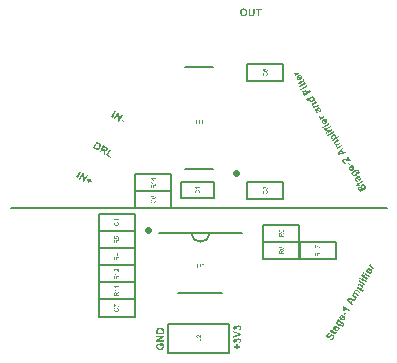
<source format=gbr>
G04*
G04 #@! TF.GenerationSoftware,Altium Limited,Altium Designer,23.10.1 (27)*
G04*
G04 Layer_Color=65535*
%FSLAX44Y44*%
%MOMM*%
G71*
G04*
G04 #@! TF.SameCoordinates,F1356F94-EBF5-402A-8C13-2620F03D8000*
G04*
G04*
G04 #@! TF.FilePolarity,Positive*
G04*
G01*
G75*
%ADD10C,0.2000*%
%ADD11C,0.5000*%
G36*
X-57697Y-50871D02*
X-57692Y-50876D01*
X-57697Y-50882D01*
X-57702Y-50876D01*
X-57697Y-50871D01*
D02*
G37*
G36*
X-57748Y-50689D02*
X-57753Y-50674D01*
X-57737Y-50669D01*
X-57732Y-50694D01*
X-57737Y-50699D01*
X-57743Y-50694D01*
X-57748Y-50689D01*
D02*
G37*
G36*
X-57778Y-50284D02*
X-57773Y-50299D01*
X-57788Y-50314D01*
X-57803Y-50299D01*
X-57793Y-50279D01*
X-57788Y-50274D01*
X-57783Y-50279D01*
X-57778Y-50284D01*
D02*
G37*
G36*
X-57798Y-49879D02*
X-57773Y-49884D01*
X-57783Y-49924D01*
X-57788Y-49929D01*
X-57803Y-49914D01*
Y-49884D01*
X-57798Y-49879D01*
D02*
G37*
G36*
X-57743Y-49549D02*
X-57763Y-49499D01*
X-57748Y-49483D01*
X-57722Y-49489D01*
X-57727Y-49564D01*
X-57722Y-49651D01*
X-57732Y-49681D01*
X-57727Y-49818D01*
X-57737Y-49838D01*
X-57753Y-49792D01*
X-57743Y-49762D01*
X-57753Y-49691D01*
X-57743Y-49559D01*
Y-49549D01*
D02*
G37*
G36*
X-57707Y-49301D02*
X-57677Y-49291D01*
X-57672Y-49448D01*
X-57697Y-49453D01*
X-57707Y-49331D01*
X-57712Y-49306D01*
X-57707Y-49301D01*
D02*
G37*
G36*
X-57621Y-49215D02*
X-57631Y-49266D01*
X-57646Y-49271D01*
X-57661Y-49235D01*
X-57651Y-49205D01*
X-57661Y-49174D01*
X-57651Y-49144D01*
X-57626Y-49139D01*
X-57621Y-49205D01*
Y-49215D01*
D02*
G37*
G36*
X-57611Y-49114D02*
X-57616Y-49007D01*
X-57586Y-48997D01*
X-57570Y-49002D01*
X-57580Y-49124D01*
X-57596Y-49129D01*
X-57606Y-49119D01*
X-57611Y-49114D01*
D02*
G37*
G36*
X-57469Y-48759D02*
Y-48769D01*
X-57474Y-48845D01*
X-57510Y-48830D01*
X-57520Y-48759D01*
X-57474Y-48744D01*
X-57469Y-48759D01*
D02*
G37*
G36*
X-57413Y-48845D02*
X-57398Y-48850D01*
X-57413Y-48855D01*
X-57418Y-48850D01*
X-57424Y-48845D01*
X-57428Y-48820D01*
X-57424Y-48815D01*
X-57413Y-48845D01*
D02*
G37*
G36*
X-57520Y-48972D02*
X-57535Y-48987D01*
X-57545D01*
X-57560Y-48972D01*
X-57565Y-48855D01*
X-57525Y-48845D01*
X-57520Y-48972D01*
D02*
G37*
G36*
X-55742Y-53029D02*
X-55747Y-53024D01*
X-55742Y-53019D01*
X-55737Y-53024D01*
X-55742Y-53029D01*
D02*
G37*
G36*
X-55448Y-53120D02*
X-55458Y-53131D01*
X-55463Y-53115D01*
X-55448Y-53110D01*
X-55443Y-53115D01*
X-55448Y-53120D01*
D02*
G37*
G36*
X-55265Y-53161D02*
X-55240Y-53166D01*
X-55255Y-53181D01*
X-55271Y-53166D01*
X-55265Y-53161D01*
D02*
G37*
G36*
X-54906Y-53227D02*
X-54921Y-53232D01*
X-54936Y-53217D01*
X-54921Y-53201D01*
X-54901Y-53212D01*
X-54896Y-53217D01*
X-54901Y-53222D01*
X-54906Y-53227D01*
D02*
G37*
G36*
X-54435Y-53201D02*
X-54399Y-53207D01*
X-54409Y-53227D01*
X-54435Y-53232D01*
X-54450Y-53217D01*
X-54445Y-53201D01*
X-54435D01*
D02*
G37*
G36*
X-54242Y-53151D02*
X-54075Y-53146D01*
X-54055Y-53156D01*
X-54065Y-53176D01*
X-54100Y-53181D01*
X-54131Y-53171D01*
X-54359Y-53166D01*
X-54354Y-53151D01*
X-54252D01*
X-54242D01*
D02*
G37*
G36*
X-53948Y-53100D02*
X-53872Y-53095D01*
X-53862Y-53126D01*
X-53878Y-53141D01*
X-53918Y-53131D01*
X-53938Y-53120D01*
X-53969Y-53131D01*
X-54030Y-53120D01*
X-54035Y-53115D01*
X-54019Y-53100D01*
X-53959D01*
X-53948D01*
D02*
G37*
G36*
X-53746Y-53050D02*
X-53680Y-53045D01*
X-53670Y-53075D01*
X-53685Y-53090D01*
X-53786Y-53080D01*
X-53842Y-53075D01*
X-53837Y-53050D01*
X-53756D01*
X-53746D01*
D02*
G37*
G36*
X-53645Y-52999D02*
X-53584Y-52989D01*
X-53569Y-53004D01*
X-53579Y-53034D01*
X-53624Y-53039D01*
X-53650Y-53014D01*
Y-53004D01*
X-53645Y-52999D01*
D02*
G37*
G36*
X-53417Y-52832D02*
Y-52842D01*
X-53432Y-52847D01*
X-53437Y-52832D01*
X-53422Y-52827D01*
X-53417Y-52832D01*
D02*
G37*
G36*
X-53326Y-52933D02*
X-53330Y-52938D01*
X-53336Y-52943D01*
X-53371Y-52948D01*
X-53417Y-52923D01*
X-53407Y-52892D01*
X-53330Y-52887D01*
X-53326Y-52933D01*
D02*
G37*
G36*
X-53417Y-52953D02*
X-53442Y-52999D01*
X-53452D01*
X-53482Y-52989D01*
X-53553Y-52979D01*
X-53559Y-52953D01*
X-53467Y-52943D01*
X-53442Y-52938D01*
X-53417Y-52953D01*
D02*
G37*
G36*
X85660Y-62041D02*
X81640Y-64362D01*
X81072Y-63377D01*
X81640Y-63048D01*
X81628Y-63045D01*
X81561Y-63041D01*
X81461Y-63034D01*
X81336Y-63021D01*
X81211Y-63008D01*
X81077Y-62979D01*
X80955Y-62953D01*
X80853Y-62905D01*
X80840Y-62902D01*
X80810Y-62887D01*
X80767Y-62848D01*
X80710Y-62806D01*
X80649Y-62756D01*
X80579Y-62690D01*
X80525Y-62614D01*
X80461Y-62523D01*
X80424Y-62459D01*
X80391Y-62382D01*
X80356Y-62285D01*
X80315Y-62159D01*
X80286Y-62016D01*
X80265Y-61868D01*
X80263Y-61698D01*
X81377Y-61503D01*
X81374Y-61515D01*
X81381Y-61564D01*
X81377Y-61631D01*
X81382Y-61714D01*
X81396Y-61812D01*
X81410Y-61911D01*
X81445Y-62008D01*
X81488Y-62101D01*
X81507Y-62133D01*
X81542Y-62176D01*
X81578Y-62220D01*
X81626Y-62266D01*
X81687Y-62317D01*
X81756Y-62362D01*
X81833Y-62403D01*
X81846Y-62407D01*
X81871Y-62413D01*
X81922Y-62427D01*
X81988Y-62431D01*
X82067Y-62439D01*
X82171Y-62433D01*
X82290Y-62417D01*
X82421Y-62384D01*
X82437Y-62375D01*
X82465Y-62369D01*
X82494Y-62364D01*
X82534Y-62340D01*
X82586Y-62321D01*
X82655Y-62292D01*
X82732Y-62258D01*
X82816Y-62220D01*
X82925Y-62168D01*
X83034Y-62116D01*
X83162Y-62042D01*
X83303Y-61971D01*
X83460Y-61891D01*
X83628Y-61794D01*
X83812Y-61688D01*
X85045Y-60976D01*
X85660Y-62041D01*
D02*
G37*
G36*
X85679Y-63535D02*
X85896Y-63559D01*
X86111Y-63617D01*
X86327Y-63695D01*
X86331Y-63703D01*
X86352Y-63702D01*
X86378Y-63729D01*
X86421Y-63747D01*
X86468Y-63773D01*
X86524Y-63816D01*
X86581Y-63858D01*
X86654Y-63911D01*
X86803Y-64039D01*
X86957Y-64196D01*
X87114Y-64393D01*
X87264Y-64616D01*
X87292Y-64664D01*
X87312Y-64717D01*
X87353Y-64789D01*
X87388Y-64886D01*
X87432Y-65000D01*
X87481Y-65121D01*
X87514Y-65252D01*
X87555Y-65398D01*
X87581Y-65554D01*
X87599Y-65715D01*
X87609Y-65880D01*
X87603Y-66054D01*
X87584Y-66225D01*
X87540Y-66389D01*
X87480Y-66563D01*
X87477Y-66575D01*
X87466Y-66592D01*
X87443Y-66627D01*
X87421Y-66682D01*
X87379Y-66739D01*
X87333Y-66807D01*
X87284Y-66889D01*
X87215Y-66972D01*
X87142Y-67067D01*
X87056Y-67160D01*
X86967Y-67264D01*
X86853Y-67362D01*
X86739Y-67460D01*
X86617Y-67563D01*
X86469Y-67659D01*
X86322Y-67755D01*
X86314Y-67759D01*
X86282Y-67778D01*
X86226Y-67810D01*
X86149Y-67844D01*
X86064Y-67882D01*
X85963Y-67929D01*
X85850Y-67973D01*
X85716Y-68019D01*
X85431Y-68098D01*
X85280Y-68132D01*
X85116Y-68163D01*
X84951Y-68172D01*
X84789Y-68170D01*
X84623Y-68159D01*
X84460Y-68136D01*
X84447Y-68132D01*
X84422Y-68126D01*
X84371Y-68112D01*
X84316Y-68090D01*
X84249Y-68066D01*
X84164Y-68029D01*
X84066Y-67990D01*
X83963Y-67942D01*
X83865Y-67881D01*
X83749Y-67810D01*
X83640Y-67733D01*
X83531Y-67636D01*
X83430Y-67535D01*
X83319Y-67417D01*
X83224Y-67290D01*
X83133Y-67151D01*
X83082Y-67063D01*
X83053Y-66994D01*
X83020Y-66917D01*
X82985Y-66820D01*
X82945Y-66715D01*
X82909Y-66597D01*
X82877Y-66466D01*
X82852Y-66331D01*
X82831Y-66183D01*
X82825Y-66026D01*
X82825Y-65877D01*
X82840Y-65719D01*
X82872Y-65551D01*
X82920Y-65395D01*
X82923Y-65382D01*
X82930Y-65357D01*
X82956Y-65310D01*
X82986Y-65250D01*
X83027Y-65173D01*
X83076Y-65091D01*
X83144Y-64988D01*
X83221Y-64880D01*
X83313Y-64762D01*
X83421Y-64636D01*
X83542Y-64512D01*
X83687Y-64375D01*
X83845Y-64242D01*
X84023Y-64107D01*
X84214Y-63975D01*
X84438Y-63846D01*
X85973Y-66504D01*
X85981Y-66499D01*
X85997Y-66490D01*
X86021Y-66476D01*
X86049Y-66450D01*
X86124Y-66395D01*
X86227Y-66315D01*
X86320Y-66218D01*
X86421Y-66096D01*
X86509Y-65971D01*
X86566Y-65830D01*
X86570Y-65818D01*
X86579Y-65759D01*
X86591Y-65688D01*
X86597Y-65588D01*
X86595Y-65472D01*
X86570Y-65337D01*
X86533Y-65199D01*
X86467Y-65066D01*
X86444Y-65026D01*
X86408Y-64983D01*
X86368Y-64931D01*
X86315Y-64876D01*
X86249Y-64818D01*
X86175Y-64764D01*
X86090Y-64728D01*
X86078Y-64725D01*
X86048Y-64710D01*
X85997Y-64696D01*
X85931Y-64692D01*
X85839Y-64681D01*
X85744Y-64683D01*
X85625Y-64698D01*
X85497Y-64718D01*
X85063Y-63560D01*
X85071Y-63555D01*
X85092Y-63554D01*
X85133Y-63551D01*
X85183Y-63544D01*
X85244Y-63540D01*
X85314Y-63532D01*
X85484Y-63530D01*
X85679Y-63535D01*
D02*
G37*
G36*
X88434Y-66994D02*
X88447Y-66997D01*
X88490Y-67036D01*
X88561Y-67102D01*
X88645Y-67193D01*
X88746Y-67294D01*
X88853Y-67425D01*
X88962Y-67575D01*
X89067Y-67739D01*
X89095Y-67787D01*
X89119Y-67848D01*
X89153Y-67924D01*
X89191Y-68009D01*
X89226Y-68106D01*
X89253Y-68208D01*
X89271Y-68315D01*
X89268Y-68327D01*
X89278Y-68364D01*
X89278Y-68418D01*
X89281Y-68480D01*
X89266Y-68638D01*
X89250Y-68722D01*
X89222Y-68802D01*
X89219Y-68815D01*
X89199Y-68837D01*
X89176Y-68871D01*
X89142Y-68923D01*
X89100Y-68980D01*
X89042Y-69045D01*
X88976Y-69116D01*
X88897Y-69182D01*
X88889Y-69187D01*
X88861Y-69214D01*
X88813Y-69241D01*
X88738Y-69296D01*
X88638Y-69364D01*
X88510Y-69438D01*
X88443Y-69487D01*
X88355Y-69538D01*
X88267Y-69589D01*
X88163Y-69649D01*
X86409Y-70661D01*
X86691Y-71150D01*
X85842Y-71640D01*
X85560Y-71151D01*
X84760Y-71614D01*
X83520Y-70909D01*
X84946Y-70086D01*
X84525Y-69358D01*
X85374Y-68868D01*
X85794Y-69597D01*
X87420Y-68658D01*
X87428Y-68653D01*
X87444Y-68644D01*
X87468Y-68630D01*
X87500Y-68612D01*
X87580Y-68566D01*
X87676Y-68510D01*
X87767Y-68447D01*
X87864Y-68391D01*
X87935Y-68349D01*
X87963Y-68323D01*
X87979Y-68314D01*
X87990Y-68296D01*
X88013Y-68262D01*
X88039Y-68215D01*
X88060Y-68139D01*
X88058Y-68119D01*
X88056Y-68077D01*
X88040Y-68012D01*
X88006Y-67935D01*
X87987Y-67903D01*
X87961Y-67876D01*
X87925Y-67832D01*
X87880Y-67773D01*
X87823Y-67710D01*
X87748Y-67636D01*
X87660Y-67558D01*
X88429Y-66986D01*
X88434Y-66994D01*
D02*
G37*
G36*
X90856Y-71041D02*
X85315Y-74240D01*
X84700Y-73175D01*
X90241Y-69976D01*
X90856Y-71041D01*
D02*
G37*
G36*
X92099Y-73194D02*
X88080Y-75515D01*
X87465Y-74450D01*
X91484Y-72130D01*
X92099Y-73194D01*
D02*
G37*
G36*
X87543Y-75825D02*
X86559Y-76393D01*
X85944Y-75329D01*
X86929Y-74760D01*
X87543Y-75825D01*
D02*
G37*
G36*
X91821Y-78149D02*
X94175Y-76790D01*
X94822Y-77911D01*
X89281Y-81110D01*
X87086Y-77306D01*
X88022Y-76765D01*
X89571Y-79448D01*
X90884Y-78690D01*
X89548Y-76376D01*
X90485Y-75835D01*
X91821Y-78149D01*
D02*
G37*
G36*
X97245Y-82106D02*
X96660Y-82444D01*
X96681Y-82443D01*
X96739Y-82451D01*
X96835Y-82470D01*
X96949Y-82501D01*
X97076Y-82535D01*
X97224Y-82588D01*
X97368Y-82654D01*
X97510Y-82732D01*
X97527Y-82744D01*
X97566Y-82774D01*
X97632Y-82833D01*
X97710Y-82894D01*
X97802Y-82980D01*
X97896Y-83086D01*
X97981Y-83197D01*
X98063Y-83321D01*
X98100Y-83385D01*
X98120Y-83437D01*
X98149Y-83506D01*
X98170Y-83579D01*
X98200Y-83668D01*
X98227Y-83770D01*
X98253Y-83872D01*
X98269Y-83992D01*
X98284Y-84111D01*
X98288Y-84247D01*
X98280Y-84380D01*
X98268Y-84526D01*
X98235Y-84673D01*
X98195Y-84824D01*
X98191Y-84837D01*
X98184Y-84862D01*
X98166Y-84905D01*
X98132Y-84957D01*
X98099Y-85029D01*
X98050Y-85111D01*
X97998Y-85205D01*
X97925Y-85300D01*
X97849Y-85409D01*
X97764Y-85521D01*
X97659Y-85635D01*
X97542Y-85746D01*
X97408Y-85866D01*
X97262Y-85982D01*
X97103Y-86095D01*
X96923Y-86210D01*
X96915Y-86214D01*
X96875Y-86237D01*
X96827Y-86265D01*
X96750Y-86299D01*
X96658Y-86342D01*
X96557Y-86389D01*
X96436Y-86438D01*
X96314Y-86487D01*
X96026Y-86578D01*
X95875Y-86612D01*
X95719Y-86638D01*
X95558Y-86656D01*
X95401Y-86661D01*
X95247Y-86654D01*
X95097Y-86634D01*
X95085Y-86631D01*
X95059Y-86624D01*
X95021Y-86614D01*
X94958Y-86597D01*
X94890Y-86572D01*
X94818Y-86539D01*
X94733Y-86503D01*
X94631Y-86455D01*
X94537Y-86403D01*
X94433Y-86334D01*
X94229Y-86185D01*
X94128Y-86083D01*
X94035Y-85977D01*
X93945Y-85858D01*
X93858Y-85727D01*
X93821Y-85663D01*
X93801Y-85610D01*
X93777Y-85549D01*
X93751Y-85468D01*
X93726Y-85387D01*
X93699Y-85285D01*
X93672Y-85183D01*
X93657Y-85064D01*
X93649Y-84940D01*
X93642Y-84816D01*
X93654Y-84670D01*
X93670Y-84533D01*
X93703Y-84386D01*
X93744Y-84234D01*
X91750Y-85385D01*
X91135Y-84320D01*
X96676Y-81121D01*
X97245Y-82106D01*
D02*
G37*
G36*
X100041Y-86950D02*
X97999Y-88129D01*
X97992Y-88134D01*
X97968Y-88148D01*
X97935Y-88166D01*
X97895Y-88189D01*
X97839Y-88222D01*
X97783Y-88254D01*
X97652Y-88341D01*
X97520Y-88427D01*
X97386Y-88526D01*
X97275Y-88612D01*
X97231Y-88647D01*
X97200Y-88687D01*
X97192Y-88691D01*
X97178Y-88721D01*
X97155Y-88756D01*
X97121Y-88807D01*
X97066Y-88935D01*
X97041Y-89003D01*
X97034Y-89082D01*
X97030Y-89094D01*
X97031Y-89115D01*
X97034Y-89157D01*
X97038Y-89218D01*
X97046Y-89288D01*
X97062Y-89354D01*
X97096Y-89430D01*
X97134Y-89515D01*
X97162Y-89563D01*
X97198Y-89606D01*
X97243Y-89666D01*
X97313Y-89732D01*
X97383Y-89798D01*
X97474Y-89863D01*
X97573Y-89923D01*
X97585Y-89927D01*
X97615Y-89942D01*
X97678Y-89959D01*
X97746Y-89984D01*
X97838Y-89995D01*
X97930Y-90006D01*
X98046Y-90003D01*
X98152Y-89984D01*
X98160Y-89979D01*
X98210Y-89972D01*
X98278Y-89943D01*
X98384Y-89904D01*
X98444Y-89880D01*
X98521Y-89846D01*
X98598Y-89812D01*
X98686Y-89761D01*
X98778Y-89719D01*
X98887Y-89667D01*
X98999Y-89602D01*
X99119Y-89532D01*
X100929Y-88488D01*
X101544Y-89553D01*
X97524Y-91873D01*
X96956Y-90889D01*
X97548Y-90546D01*
X97535Y-90543D01*
X97502Y-90541D01*
X97452Y-90527D01*
X97389Y-90510D01*
X97305Y-90495D01*
X97212Y-90463D01*
X97106Y-90428D01*
X96996Y-90385D01*
X96889Y-90329D01*
X96765Y-90262D01*
X96649Y-90190D01*
X96523Y-90103D01*
X96409Y-89998D01*
X96303Y-89888D01*
X96196Y-89758D01*
X96105Y-89618D01*
X96072Y-89562D01*
X96039Y-89485D01*
X95996Y-89393D01*
X95956Y-89287D01*
X95920Y-89169D01*
X95888Y-89039D01*
X95863Y-88904D01*
X95862Y-88883D01*
X95859Y-88842D01*
X95851Y-88772D01*
X95854Y-88685D01*
X95861Y-88585D01*
X95875Y-88480D01*
X95897Y-88371D01*
X95932Y-88266D01*
X95936Y-88253D01*
X95951Y-88223D01*
X95977Y-88176D01*
X96014Y-88112D01*
X96055Y-88035D01*
X96117Y-87956D01*
X96178Y-87878D01*
X96261Y-87799D01*
X96269Y-87794D01*
X96304Y-87763D01*
X96351Y-87715D01*
X96426Y-87660D01*
X96513Y-87589D01*
X96637Y-87507D01*
X96768Y-87420D01*
X96936Y-87323D01*
X99426Y-85885D01*
X100041Y-86950D01*
D02*
G37*
G36*
X102616Y-91410D02*
X102608Y-91415D01*
X102605Y-91427D01*
X102577Y-91454D01*
X102555Y-91489D01*
X102524Y-91528D01*
X102477Y-91576D01*
X102422Y-91629D01*
X102364Y-91695D01*
X102356Y-91699D01*
X102353Y-91712D01*
X102325Y-91738D01*
X102294Y-91777D01*
X102267Y-91804D01*
X102284Y-91815D01*
X102335Y-91829D01*
X102415Y-91857D01*
X102513Y-91897D01*
X102628Y-91948D01*
X102755Y-92002D01*
X102876Y-92082D01*
X102997Y-92162D01*
X103014Y-92173D01*
X103045Y-92209D01*
X103106Y-92259D01*
X103176Y-92325D01*
X103256Y-92407D01*
X103337Y-92510D01*
X103427Y-92629D01*
X103509Y-92753D01*
X103541Y-92809D01*
X103561Y-92861D01*
X103588Y-92909D01*
X103617Y-92978D01*
X103672Y-93128D01*
X103724Y-93311D01*
X103761Y-93504D01*
X103773Y-93710D01*
X103744Y-93919D01*
X103736Y-93924D01*
X103737Y-93944D01*
X103713Y-94012D01*
X103673Y-94110D01*
X103614Y-94229D01*
X103531Y-94363D01*
X103419Y-94502D01*
X103274Y-94639D01*
X103190Y-94698D01*
X103099Y-94761D01*
X103083Y-94771D01*
X103043Y-94794D01*
X102974Y-94823D01*
X102885Y-94853D01*
X102780Y-94892D01*
X102670Y-94924D01*
X102542Y-94944D01*
X102406Y-94948D01*
X102385Y-94949D01*
X102339Y-94944D01*
X102273Y-94939D01*
X102184Y-94916D01*
X102088Y-94897D01*
X101970Y-94858D01*
X101855Y-94807D01*
X101739Y-94735D01*
X101721Y-94724D01*
X101682Y-94693D01*
X101621Y-94643D01*
X101526Y-94570D01*
X101417Y-94473D01*
X101293Y-94352D01*
X101152Y-94199D01*
X101000Y-94030D01*
X100996Y-94022D01*
X100974Y-94002D01*
X100943Y-93967D01*
X100907Y-93924D01*
X100862Y-93864D01*
X100805Y-93801D01*
X100672Y-93664D01*
X100535Y-93519D01*
X100393Y-93366D01*
X100257Y-93242D01*
X100192Y-93184D01*
X100135Y-93141D01*
X100031Y-93202D01*
X100015Y-93211D01*
X99983Y-93229D01*
X99932Y-93270D01*
X99864Y-93319D01*
X99806Y-93385D01*
X99748Y-93451D01*
X99707Y-93528D01*
X99683Y-93616D01*
X99680Y-93629D01*
X99678Y-93662D01*
X99685Y-93711D01*
X99685Y-93786D01*
X99707Y-93880D01*
X99747Y-93985D01*
X99800Y-94114D01*
X99875Y-94263D01*
X99903Y-94311D01*
X99939Y-94354D01*
X99984Y-94414D01*
X100042Y-94477D01*
X100104Y-94548D01*
X100177Y-94601D01*
X100254Y-94642D01*
X100267Y-94646D01*
X100292Y-94652D01*
X100335Y-94670D01*
X100393Y-94679D01*
X100477Y-94695D01*
X100572Y-94693D01*
X100675Y-94687D01*
X100795Y-94672D01*
X101169Y-95726D01*
X101161Y-95731D01*
X101140Y-95732D01*
X101103Y-95743D01*
X101054Y-95750D01*
X100997Y-95761D01*
X100927Y-95770D01*
X100766Y-95788D01*
X100584Y-95786D01*
X100385Y-95773D01*
X100184Y-95740D01*
X99985Y-95673D01*
X99980Y-95665D01*
X99960Y-95666D01*
X99938Y-95647D01*
X99895Y-95629D01*
X99852Y-95590D01*
X99800Y-95556D01*
X99731Y-95510D01*
X99670Y-95460D01*
X99600Y-95394D01*
X99517Y-95324D01*
X99437Y-95242D01*
X99356Y-95139D01*
X99268Y-95041D01*
X99186Y-94917D01*
X99096Y-94799D01*
X98943Y-94534D01*
X98919Y-94474D01*
X98882Y-94410D01*
X98805Y-94240D01*
X98724Y-94063D01*
X98655Y-93868D01*
X98606Y-93672D01*
X98588Y-93587D01*
X98578Y-93496D01*
X98574Y-93488D01*
X98577Y-93475D01*
X98578Y-93421D01*
X98573Y-93339D01*
X98580Y-93239D01*
X98593Y-93114D01*
X98619Y-92992D01*
X98665Y-92869D01*
X98716Y-92754D01*
X98728Y-92737D01*
X98750Y-92703D01*
X98809Y-92637D01*
X98844Y-92606D01*
X98891Y-92558D01*
X98938Y-92509D01*
X99005Y-92460D01*
X99076Y-92397D01*
X99159Y-92338D01*
X99251Y-92275D01*
X99350Y-92207D01*
X99458Y-92134D01*
X99586Y-92060D01*
X100836Y-91360D01*
X100844Y-91355D01*
X100860Y-91346D01*
X100884Y-91332D01*
X100924Y-91309D01*
X101020Y-91253D01*
X101128Y-91181D01*
X101256Y-91107D01*
X101375Y-91017D01*
X101498Y-90935D01*
X101593Y-90859D01*
X101601Y-90854D01*
X101629Y-90828D01*
X101675Y-90779D01*
X101730Y-90726D01*
X101792Y-90648D01*
X101861Y-90565D01*
X101934Y-90470D01*
X102011Y-90361D01*
X102616Y-91410D01*
D02*
G37*
G36*
X107031Y-99057D02*
X103012Y-101377D01*
X102443Y-100393D01*
X103011Y-100064D01*
X102999Y-100061D01*
X102932Y-100057D01*
X102832Y-100050D01*
X102707Y-100037D01*
X102582Y-100024D01*
X102448Y-99995D01*
X102326Y-99969D01*
X102224Y-99921D01*
X102211Y-99918D01*
X102182Y-99903D01*
X102138Y-99864D01*
X102081Y-99822D01*
X102020Y-99772D01*
X101950Y-99706D01*
X101896Y-99630D01*
X101832Y-99539D01*
X101795Y-99475D01*
X101762Y-99398D01*
X101727Y-99301D01*
X101686Y-99175D01*
X101657Y-99031D01*
X101636Y-98884D01*
X101634Y-98714D01*
X102749Y-98519D01*
X102745Y-98531D01*
X102752Y-98581D01*
X102748Y-98647D01*
X102753Y-98730D01*
X102767Y-98828D01*
X102781Y-98927D01*
X102816Y-99024D01*
X102859Y-99117D01*
X102878Y-99149D01*
X102913Y-99192D01*
X102949Y-99236D01*
X102998Y-99282D01*
X103059Y-99333D01*
X103128Y-99378D01*
X103205Y-99419D01*
X103217Y-99423D01*
X103243Y-99429D01*
X103293Y-99443D01*
X103359Y-99447D01*
X103439Y-99455D01*
X103542Y-99449D01*
X103661Y-99433D01*
X103792Y-99400D01*
X103808Y-99391D01*
X103836Y-99385D01*
X103865Y-99380D01*
X103905Y-99356D01*
X103958Y-99337D01*
X104026Y-99308D01*
X104103Y-99274D01*
X104188Y-99236D01*
X104296Y-99184D01*
X104405Y-99132D01*
X104533Y-99058D01*
X104674Y-98987D01*
X104831Y-98907D01*
X104999Y-98810D01*
X105183Y-98704D01*
X106416Y-97992D01*
X107031Y-99057D01*
D02*
G37*
G36*
X107050Y-100551D02*
X107267Y-100575D01*
X107482Y-100633D01*
X107698Y-100711D01*
X107702Y-100719D01*
X107723Y-100718D01*
X107750Y-100745D01*
X107792Y-100763D01*
X107839Y-100789D01*
X107895Y-100832D01*
X107952Y-100874D01*
X108026Y-100927D01*
X108174Y-101055D01*
X108328Y-101212D01*
X108485Y-101409D01*
X108635Y-101632D01*
X108663Y-101680D01*
X108683Y-101733D01*
X108724Y-101805D01*
X108759Y-101902D01*
X108803Y-102016D01*
X108852Y-102137D01*
X108885Y-102268D01*
X108927Y-102414D01*
X108953Y-102570D01*
X108970Y-102731D01*
X108980Y-102896D01*
X108974Y-103070D01*
X108955Y-103241D01*
X108912Y-103405D01*
X108851Y-103579D01*
X108848Y-103591D01*
X108837Y-103609D01*
X108814Y-103643D01*
X108792Y-103698D01*
X108750Y-103755D01*
X108705Y-103823D01*
X108656Y-103905D01*
X108586Y-103988D01*
X108513Y-104083D01*
X108428Y-104176D01*
X108339Y-104280D01*
X108224Y-104378D01*
X108110Y-104476D01*
X107988Y-104579D01*
X107840Y-104675D01*
X107693Y-104771D01*
X107685Y-104775D01*
X107653Y-104794D01*
X107597Y-104826D01*
X107520Y-104860D01*
X107435Y-104898D01*
X107335Y-104945D01*
X107221Y-104990D01*
X107087Y-105035D01*
X106802Y-105114D01*
X106651Y-105148D01*
X106487Y-105179D01*
X106322Y-105189D01*
X106160Y-105186D01*
X105994Y-105175D01*
X105831Y-105152D01*
X105818Y-105148D01*
X105793Y-105141D01*
X105743Y-105128D01*
X105688Y-105106D01*
X105620Y-105082D01*
X105535Y-105045D01*
X105437Y-105006D01*
X105335Y-104958D01*
X105236Y-104897D01*
X105120Y-104826D01*
X105012Y-104749D01*
X104902Y-104652D01*
X104801Y-104551D01*
X104690Y-104433D01*
X104596Y-104306D01*
X104504Y-104167D01*
X104453Y-104079D01*
X104425Y-104010D01*
X104391Y-103933D01*
X104356Y-103836D01*
X104317Y-103731D01*
X104281Y-103613D01*
X104248Y-103482D01*
X104223Y-103347D01*
X104202Y-103199D01*
X104197Y-103042D01*
X104196Y-102893D01*
X104211Y-102735D01*
X104243Y-102567D01*
X104291Y-102411D01*
X104295Y-102398D01*
X104301Y-102373D01*
X104328Y-102326D01*
X104357Y-102266D01*
X104398Y-102189D01*
X104447Y-102107D01*
X104515Y-102004D01*
X104592Y-101896D01*
X104684Y-101778D01*
X104792Y-101652D01*
X104914Y-101529D01*
X105058Y-101391D01*
X105216Y-101258D01*
X105394Y-101123D01*
X105585Y-100991D01*
X105810Y-100862D01*
X107344Y-103520D01*
X107352Y-103515D01*
X107368Y-103506D01*
X107392Y-103492D01*
X107420Y-103466D01*
X107495Y-103412D01*
X107598Y-103331D01*
X107692Y-103234D01*
X107792Y-103112D01*
X107880Y-102987D01*
X107938Y-102846D01*
X107941Y-102834D01*
X107950Y-102775D01*
X107962Y-102704D01*
X107969Y-102604D01*
X107966Y-102488D01*
X107941Y-102353D01*
X107904Y-102215D01*
X107838Y-102082D01*
X107815Y-102042D01*
X107779Y-101999D01*
X107739Y-101947D01*
X107686Y-101892D01*
X107620Y-101834D01*
X107547Y-101781D01*
X107462Y-101744D01*
X107449Y-101741D01*
X107419Y-101726D01*
X107368Y-101713D01*
X107302Y-101708D01*
X107210Y-101697D01*
X107115Y-101699D01*
X106996Y-101714D01*
X106869Y-101734D01*
X106434Y-100576D01*
X106442Y-100571D01*
X106463Y-100570D01*
X106504Y-100567D01*
X106554Y-100560D01*
X106616Y-100556D01*
X106685Y-100548D01*
X106855Y-100546D01*
X107050Y-100551D01*
D02*
G37*
G36*
X110738Y-105478D02*
X106719Y-107799D01*
X106104Y-106734D01*
X110124Y-104413D01*
X110738Y-105478D01*
D02*
G37*
G36*
X106182Y-108109D02*
X105198Y-108677D01*
X104583Y-107612D01*
X105568Y-107044D01*
X106182Y-108109D01*
D02*
G37*
G36*
X112153Y-107929D02*
X108966Y-109768D01*
X109308Y-110361D01*
X108476Y-110842D01*
X108133Y-110249D01*
X107837Y-110420D01*
X107829Y-110425D01*
X107813Y-110434D01*
X107789Y-110448D01*
X107749Y-110471D01*
X107656Y-110514D01*
X107540Y-110571D01*
X107415Y-110632D01*
X107273Y-110682D01*
X107139Y-110727D01*
X107016Y-110755D01*
X107004Y-110752D01*
X106963Y-110754D01*
X106901Y-110758D01*
X106822Y-110751D01*
X106725Y-110731D01*
X106616Y-110709D01*
X106501Y-110658D01*
X106382Y-110599D01*
X106364Y-110587D01*
X106325Y-110557D01*
X106264Y-110506D01*
X106186Y-110445D01*
X106089Y-110351D01*
X105996Y-110245D01*
X105897Y-110110D01*
X105796Y-109955D01*
X105750Y-109874D01*
X105707Y-109782D01*
X105650Y-109665D01*
X105588Y-109520D01*
X105524Y-109354D01*
X105464Y-109175D01*
X105415Y-108979D01*
X106242Y-108693D01*
X106247Y-108701D01*
X106257Y-108738D01*
X106274Y-108803D01*
X106303Y-108872D01*
X106328Y-108953D01*
X106367Y-109038D01*
X106460Y-109219D01*
X106483Y-109259D01*
X106515Y-109294D01*
X106550Y-109338D01*
X106647Y-109431D01*
X106699Y-109465D01*
X106767Y-109490D01*
X106775Y-109486D01*
X106800Y-109493D01*
X106833Y-109495D01*
X106890Y-109483D01*
X106956Y-109467D01*
X107037Y-109441D01*
X107130Y-109398D01*
X107239Y-109346D01*
X107519Y-109184D01*
X107061Y-108392D01*
X107894Y-107911D01*
X108351Y-108703D01*
X111538Y-106864D01*
X112153Y-107929D01*
D02*
G37*
G36*
X113470Y-110211D02*
X109451Y-112531D01*
X108836Y-111466D01*
X112856Y-109146D01*
X113470Y-110211D01*
D02*
G37*
G36*
X108915Y-112841D02*
X107930Y-113410D01*
X107315Y-112345D01*
X108300Y-111776D01*
X108915Y-112841D01*
D02*
G37*
G36*
X114714Y-112364D02*
X109173Y-115563D01*
X108558Y-114499D01*
X114099Y-111299D01*
X114714Y-112364D01*
D02*
G37*
G36*
X114697Y-113944D02*
X114859Y-113946D01*
X115022Y-113970D01*
X115034Y-113973D01*
X115059Y-113980D01*
X115097Y-113990D01*
X115161Y-114007D01*
X115228Y-114032D01*
X115309Y-114060D01*
X115394Y-114096D01*
X115483Y-114141D01*
X115590Y-114197D01*
X115689Y-114257D01*
X115893Y-114406D01*
X115998Y-114495D01*
X116091Y-114601D01*
X116176Y-114712D01*
X116258Y-114836D01*
X116291Y-114892D01*
X116320Y-114960D01*
X116358Y-115045D01*
X116397Y-115150D01*
X116433Y-115268D01*
X116461Y-115391D01*
X116482Y-115518D01*
X116478Y-115531D01*
X116485Y-115580D01*
X116473Y-115651D01*
X116467Y-115751D01*
X116461Y-115871D01*
X116432Y-116006D01*
X116396Y-116165D01*
X116349Y-116342D01*
X118383Y-115168D01*
X118997Y-116233D01*
X113441Y-119441D01*
X112867Y-118448D01*
X113460Y-118106D01*
X113439Y-118107D01*
X113393Y-118102D01*
X113309Y-118086D01*
X113205Y-118072D01*
X113083Y-118046D01*
X112948Y-117996D01*
X112812Y-117946D01*
X112671Y-117868D01*
X112654Y-117856D01*
X112606Y-117830D01*
X112533Y-117777D01*
X112450Y-117707D01*
X112358Y-117621D01*
X112252Y-117512D01*
X112149Y-117390D01*
X112058Y-117250D01*
X112021Y-117186D01*
X111997Y-117125D01*
X111972Y-117065D01*
X111947Y-116983D01*
X111917Y-116894D01*
X111894Y-116800D01*
X111863Y-116690D01*
X111852Y-116579D01*
X111832Y-116452D01*
X111833Y-116323D01*
X111837Y-116182D01*
X111853Y-116045D01*
X111886Y-115898D01*
X111926Y-115746D01*
X111930Y-115733D01*
X111937Y-115708D01*
X111955Y-115666D01*
X111984Y-115606D01*
X112014Y-115546D01*
X112063Y-115464D01*
X112115Y-115370D01*
X112175Y-115271D01*
X112256Y-115171D01*
X112341Y-115058D01*
X112446Y-114944D01*
X112559Y-114826D01*
X112697Y-114714D01*
X112835Y-114602D01*
X113002Y-114484D01*
X113174Y-114375D01*
X113182Y-114370D01*
X113214Y-114352D01*
X113270Y-114319D01*
X113347Y-114286D01*
X113431Y-114247D01*
X113532Y-114200D01*
X113653Y-114151D01*
X113779Y-114110D01*
X114068Y-114019D01*
X114219Y-113985D01*
X114375Y-113959D01*
X114535Y-113941D01*
X114697Y-113944D01*
D02*
G37*
G36*
X118666Y-119210D02*
X116377Y-120532D01*
X116369Y-120537D01*
X116353Y-120546D01*
X116320Y-120565D01*
X116280Y-120588D01*
X116181Y-120656D01*
X116066Y-120733D01*
X115942Y-120815D01*
X115828Y-120913D01*
X115730Y-121002D01*
X115703Y-121049D01*
X115673Y-121088D01*
X115669Y-121101D01*
X115651Y-121144D01*
X115638Y-121194D01*
X115617Y-121270D01*
X115614Y-121357D01*
X115620Y-121460D01*
X115652Y-121570D01*
X115704Y-121679D01*
X115727Y-121719D01*
X115758Y-121754D01*
X115799Y-121806D01*
X115851Y-121861D01*
X115917Y-121919D01*
X115995Y-121980D01*
X116085Y-122024D01*
X116098Y-122028D01*
X116128Y-122043D01*
X116178Y-122056D01*
X116249Y-122069D01*
X116333Y-122084D01*
X116425Y-122095D01*
X116528Y-122089D01*
X116647Y-122074D01*
X116663Y-122064D01*
X116705Y-122062D01*
X116773Y-122033D01*
X116870Y-121998D01*
X117000Y-121945D01*
X117149Y-121870D01*
X117326Y-121789D01*
X117526Y-121673D01*
X119448Y-120563D01*
X120063Y-121628D01*
X117869Y-122895D01*
X117861Y-122900D01*
X117845Y-122909D01*
X117813Y-122927D01*
X117773Y-122950D01*
X117676Y-123006D01*
X117561Y-123083D01*
X117438Y-123165D01*
X117322Y-123243D01*
X117219Y-123323D01*
X117181Y-123367D01*
X117153Y-123394D01*
X117145Y-123398D01*
X117126Y-123420D01*
X117103Y-123455D01*
X117080Y-123489D01*
X117024Y-123596D01*
X117008Y-123659D01*
X116999Y-123718D01*
X116995Y-123730D01*
X116996Y-123751D01*
X116994Y-123784D01*
X116997Y-123826D01*
X117008Y-123883D01*
X117033Y-123944D01*
X117054Y-124017D01*
X117119Y-124129D01*
X117154Y-124172D01*
X117195Y-124224D01*
X117252Y-124286D01*
X117318Y-124345D01*
X117392Y-124398D01*
X117486Y-124451D01*
X117498Y-124454D01*
X117528Y-124469D01*
X117579Y-124482D01*
X117642Y-124499D01*
X117726Y-124515D01*
X117817Y-124526D01*
X117921Y-124520D01*
X118032Y-124509D01*
X118040Y-124504D01*
X118089Y-124497D01*
X118158Y-124468D01*
X118247Y-124438D01*
X118377Y-124385D01*
X118517Y-124314D01*
X118703Y-124228D01*
X118903Y-124113D01*
X120849Y-122990D01*
X121463Y-124054D01*
X117444Y-126375D01*
X116880Y-125398D01*
X117432Y-125079D01*
X117420Y-125076D01*
X117395Y-125069D01*
X117344Y-125056D01*
X117273Y-125043D01*
X117197Y-125023D01*
X117117Y-124995D01*
X117011Y-124960D01*
X116909Y-124912D01*
X116802Y-124856D01*
X116682Y-124797D01*
X116458Y-124649D01*
X116349Y-124552D01*
X116247Y-124450D01*
X116157Y-124332D01*
X116071Y-124200D01*
X116034Y-124136D01*
X116000Y-124059D01*
X115957Y-123967D01*
X115921Y-123849D01*
X115880Y-123723D01*
X115856Y-123588D01*
X115847Y-123443D01*
X115846Y-123422D01*
X115851Y-123377D01*
X115851Y-123302D01*
X115870Y-123205D01*
X115901Y-123092D01*
X115934Y-122966D01*
X115992Y-122825D01*
X116063Y-122689D01*
X116038Y-122682D01*
X115979Y-122673D01*
X115895Y-122657D01*
X115781Y-122627D01*
X115651Y-122585D01*
X115515Y-122535D01*
X115375Y-122477D01*
X115246Y-122402D01*
X115229Y-122391D01*
X115190Y-122360D01*
X115129Y-122310D01*
X115050Y-122248D01*
X114963Y-122171D01*
X114874Y-122072D01*
X114789Y-121961D01*
X114707Y-121838D01*
X114665Y-121766D01*
X114627Y-121681D01*
X114583Y-121568D01*
X114538Y-121434D01*
X114500Y-121295D01*
X114466Y-121144D01*
X114461Y-120987D01*
X114460Y-120966D01*
X114466Y-120920D01*
X114473Y-120841D01*
X114488Y-120737D01*
X114526Y-120619D01*
X114568Y-120488D01*
X114630Y-120356D01*
X114721Y-120218D01*
X114725Y-120205D01*
X114760Y-120174D01*
X114815Y-120121D01*
X114889Y-120046D01*
X114987Y-119957D01*
X115122Y-119858D01*
X115294Y-119748D01*
X115490Y-119625D01*
X118052Y-118145D01*
X118666Y-119210D01*
D02*
G37*
G36*
X122457Y-125776D02*
X121477Y-126982D01*
X122763Y-129208D01*
X124283Y-128939D01*
X124967Y-130124D01*
X118188Y-131177D01*
X117503Y-129992D01*
X121759Y-124567D01*
X122457Y-125776D01*
D02*
G37*
G36*
X128587Y-136393D02*
X128579Y-136398D01*
X128563Y-136407D01*
X128526Y-136418D01*
X128482Y-136433D01*
X128429Y-136452D01*
X128368Y-136477D01*
X128206Y-136528D01*
X128018Y-136572D01*
X127805Y-136610D01*
X127566Y-136641D01*
X127322Y-136643D01*
X127314Y-136648D01*
X127289Y-136641D01*
X127248Y-136643D01*
X127197Y-136630D01*
X127122Y-136630D01*
X127039Y-136615D01*
X126934Y-136600D01*
X126817Y-136582D01*
X126680Y-136566D01*
X126533Y-136533D01*
X126365Y-136502D01*
X126180Y-136459D01*
X125991Y-136408D01*
X125776Y-136351D01*
X125549Y-136290D01*
X125304Y-136217D01*
X125292Y-136214D01*
X125254Y-136204D01*
X125203Y-136190D01*
X125127Y-136170D01*
X125042Y-136134D01*
X124941Y-136107D01*
X124714Y-136046D01*
X124479Y-135989D01*
X124243Y-135933D01*
X124142Y-135906D01*
X124033Y-135884D01*
X123949Y-135868D01*
X123883Y-135864D01*
X123862Y-135865D01*
X123808Y-135864D01*
X123721Y-135861D01*
X123610Y-135872D01*
X123491Y-135887D01*
X123356Y-135912D01*
X123230Y-135953D01*
X123105Y-136014D01*
X123097Y-136018D01*
X123089Y-136023D01*
X123049Y-136046D01*
X122981Y-136096D01*
X122911Y-136158D01*
X122836Y-136233D01*
X122767Y-136316D01*
X122706Y-136415D01*
X122663Y-136525D01*
X122660Y-136538D01*
X122650Y-136576D01*
X122646Y-136642D01*
X122646Y-136717D01*
X122660Y-136815D01*
X122679Y-136922D01*
X122715Y-137040D01*
X122776Y-137164D01*
X122809Y-137220D01*
X122854Y-137280D01*
X122911Y-137343D01*
X122986Y-137417D01*
X123077Y-137482D01*
X123176Y-137542D01*
X123286Y-137585D01*
X123299Y-137589D01*
X123345Y-137594D01*
X123411Y-137599D01*
X123502Y-137589D01*
X123613Y-137578D01*
X123752Y-137541D01*
X123906Y-137494D01*
X124076Y-137418D01*
X124582Y-138535D01*
X124574Y-138539D01*
X124537Y-138550D01*
X124497Y-138573D01*
X124424Y-138594D01*
X124347Y-138628D01*
X124253Y-138650D01*
X124151Y-138677D01*
X124033Y-138713D01*
X123787Y-138748D01*
X123523Y-138772D01*
X123382Y-138768D01*
X123244Y-138752D01*
X123118Y-138718D01*
X122987Y-138676D01*
X122975Y-138673D01*
X122957Y-138661D01*
X122927Y-138647D01*
X122872Y-138625D01*
X122821Y-138591D01*
X122752Y-138545D01*
X122675Y-138504D01*
X122596Y-138443D01*
X122505Y-138378D01*
X122418Y-138300D01*
X122234Y-138129D01*
X122050Y-137904D01*
X121968Y-137780D01*
X121882Y-137649D01*
X121835Y-137569D01*
X121811Y-137508D01*
X121777Y-137431D01*
X121739Y-137347D01*
X121704Y-137249D01*
X121665Y-137144D01*
X121601Y-136904D01*
X121561Y-136649D01*
X121544Y-136509D01*
X121545Y-136381D01*
X121557Y-136235D01*
X121586Y-136101D01*
X121589Y-136088D01*
X121588Y-136068D01*
X121611Y-136033D01*
X121624Y-135983D01*
X121641Y-135920D01*
X121674Y-135847D01*
X121707Y-135775D01*
X121751Y-135685D01*
X121865Y-135513D01*
X122003Y-135326D01*
X122089Y-135234D01*
X122192Y-135153D01*
X122303Y-135068D01*
X122418Y-134991D01*
X122434Y-134981D01*
X122482Y-134954D01*
X122559Y-134920D01*
X122651Y-134877D01*
X122773Y-134829D01*
X122907Y-134783D01*
X123053Y-134741D01*
X123209Y-134715D01*
X123230Y-134714D01*
X123279Y-134707D01*
X123370Y-134697D01*
X123485Y-134694D01*
X123622Y-134691D01*
X123784Y-134693D01*
X123963Y-134707D01*
X124159Y-134733D01*
X124171Y-134736D01*
X124230Y-134745D01*
X124314Y-134761D01*
X124435Y-134787D01*
X124587Y-134827D01*
X124784Y-134873D01*
X125004Y-134939D01*
X125274Y-135018D01*
X125286Y-135021D01*
X125303Y-135033D01*
X125341Y-135043D01*
X125392Y-135056D01*
X125523Y-135098D01*
X125679Y-135147D01*
X125843Y-135191D01*
X126007Y-135235D01*
X126151Y-135280D01*
X126209Y-135289D01*
X126260Y-135303D01*
X126273Y-135306D01*
X126298Y-135313D01*
X126344Y-135318D01*
X126402Y-135327D01*
X126532Y-135348D01*
X126673Y-135352D01*
X125453Y-133238D01*
X126438Y-132670D01*
X128587Y-136393D01*
D02*
G37*
G36*
X128456Y-139586D02*
X127391Y-140201D01*
X126184Y-138111D01*
X127249Y-137497D01*
X128456Y-139586D01*
D02*
G37*
G36*
X129910Y-140145D02*
X130127Y-140170D01*
X130342Y-140227D01*
X130557Y-140305D01*
X130562Y-140313D01*
X130583Y-140312D01*
X130609Y-140339D01*
X130652Y-140358D01*
X130699Y-140384D01*
X130755Y-140426D01*
X130812Y-140468D01*
X130885Y-140522D01*
X131034Y-140649D01*
X131188Y-140806D01*
X131345Y-141004D01*
X131495Y-141227D01*
X131523Y-141275D01*
X131543Y-141327D01*
X131584Y-141399D01*
X131619Y-141497D01*
X131663Y-141610D01*
X131712Y-141731D01*
X131744Y-141862D01*
X131786Y-142008D01*
X131812Y-142164D01*
X131830Y-142325D01*
X131840Y-142490D01*
X131834Y-142664D01*
X131815Y-142835D01*
X131771Y-142999D01*
X131711Y-143173D01*
X131708Y-143186D01*
X131697Y-143203D01*
X131674Y-143237D01*
X131652Y-143292D01*
X131610Y-143349D01*
X131564Y-143418D01*
X131516Y-143499D01*
X131446Y-143582D01*
X131373Y-143678D01*
X131287Y-143770D01*
X131198Y-143875D01*
X131084Y-143973D01*
X130970Y-144071D01*
X130848Y-144173D01*
X130700Y-144269D01*
X130553Y-144365D01*
X130545Y-144369D01*
X130513Y-144388D01*
X130456Y-144420D01*
X130380Y-144454D01*
X130295Y-144492D01*
X130194Y-144540D01*
X130081Y-144584D01*
X129947Y-144629D01*
X129662Y-144708D01*
X129511Y-144742D01*
X129347Y-144773D01*
X129182Y-144783D01*
X129020Y-144780D01*
X128854Y-144769D01*
X128691Y-144746D01*
X128678Y-144742D01*
X128653Y-144736D01*
X128602Y-144722D01*
X128547Y-144701D01*
X128479Y-144676D01*
X128394Y-144639D01*
X128297Y-144600D01*
X128195Y-144552D01*
X128096Y-144492D01*
X127979Y-144420D01*
X127871Y-144344D01*
X127762Y-144247D01*
X127661Y-144145D01*
X127550Y-144027D01*
X127455Y-143900D01*
X127364Y-143761D01*
X127313Y-143673D01*
X127284Y-143604D01*
X127251Y-143528D01*
X127216Y-143430D01*
X127176Y-143325D01*
X127140Y-143207D01*
X127108Y-143076D01*
X127083Y-142941D01*
X127062Y-142793D01*
X127056Y-142636D01*
X127056Y-142487D01*
X127071Y-142329D01*
X127102Y-142161D01*
X127151Y-142005D01*
X127154Y-141992D01*
X127161Y-141967D01*
X127187Y-141920D01*
X127217Y-141860D01*
X127258Y-141783D01*
X127307Y-141702D01*
X127375Y-141598D01*
X127451Y-141490D01*
X127544Y-141373D01*
X127652Y-141246D01*
X127773Y-141123D01*
X127918Y-140986D01*
X128076Y-140852D01*
X128254Y-140717D01*
X128445Y-140585D01*
X128669Y-140456D01*
X130204Y-143114D01*
X130212Y-143110D01*
X130228Y-143100D01*
X130252Y-143086D01*
X130280Y-143060D01*
X130355Y-143006D01*
X130458Y-142925D01*
X130552Y-142828D01*
X130652Y-142706D01*
X130740Y-142581D01*
X130798Y-142441D01*
X130801Y-142428D01*
X130810Y-142369D01*
X130822Y-142298D01*
X130829Y-142198D01*
X130826Y-142083D01*
X130801Y-141947D01*
X130764Y-141809D01*
X130698Y-141676D01*
X130675Y-141636D01*
X130639Y-141593D01*
X130598Y-141541D01*
X130546Y-141487D01*
X130480Y-141428D01*
X130406Y-141375D01*
X130321Y-141338D01*
X130309Y-141335D01*
X130279Y-141320D01*
X130228Y-141307D01*
X130162Y-141302D01*
X130070Y-141291D01*
X129975Y-141293D01*
X129855Y-141308D01*
X129728Y-141328D01*
X129294Y-140170D01*
X129302Y-140165D01*
X129323Y-140164D01*
X129364Y-140162D01*
X129413Y-140154D01*
X129475Y-140151D01*
X129545Y-140142D01*
X129715Y-140140D01*
X129910Y-140145D01*
D02*
G37*
G36*
X134173Y-143684D02*
X134298Y-143697D01*
X134425Y-143731D01*
X134437Y-143734D01*
X134480Y-143752D01*
X134548Y-143777D01*
X134620Y-143810D01*
X134714Y-143862D01*
X134826Y-143926D01*
X134939Y-144010D01*
X135061Y-144111D01*
X135078Y-144122D01*
X135114Y-144166D01*
X135179Y-144224D01*
X135255Y-144319D01*
X135358Y-144441D01*
X135470Y-144579D01*
X135580Y-144751D01*
X135698Y-144938D01*
X135754Y-145034D01*
X135788Y-145111D01*
X135834Y-145191D01*
X135881Y-145292D01*
X135925Y-145405D01*
X135974Y-145527D01*
X136073Y-145790D01*
X136147Y-146067D01*
X136172Y-146202D01*
X136189Y-146342D01*
X136196Y-146466D01*
X136183Y-146591D01*
X136180Y-146604D01*
X136176Y-146616D01*
X136156Y-146692D01*
X136125Y-146806D01*
X136063Y-146938D01*
X135981Y-147092D01*
X135871Y-147252D01*
X135722Y-147402D01*
X135631Y-147465D01*
X135539Y-147528D01*
X135531Y-147533D01*
X135499Y-147552D01*
X135459Y-147575D01*
X135406Y-147594D01*
X134848Y-146294D01*
X134856Y-146290D01*
X134875Y-146268D01*
X134911Y-146237D01*
X134946Y-146205D01*
X135019Y-146110D01*
X135049Y-146050D01*
X135057Y-145992D01*
X135061Y-145979D01*
X135055Y-145950D01*
X135061Y-145905D01*
X135044Y-145839D01*
X135031Y-145761D01*
X135009Y-145667D01*
X134962Y-145567D01*
X134905Y-145450D01*
X134863Y-145378D01*
X134814Y-145310D01*
X134755Y-145227D01*
X134679Y-145132D01*
X134595Y-145042D01*
X134507Y-144964D01*
X134416Y-144899D01*
X134404Y-144896D01*
X134386Y-144885D01*
X134356Y-144870D01*
X134306Y-144856D01*
X134247Y-144847D01*
X134181Y-144843D01*
X134106Y-144843D01*
X134024Y-144848D01*
X134016Y-144853D01*
X133995Y-144854D01*
X133959Y-144865D01*
X133893Y-144881D01*
X133825Y-144910D01*
X133740Y-144948D01*
X133631Y-145000D01*
X133511Y-145070D01*
X132927Y-145407D01*
X132939Y-145410D01*
X132964Y-145417D01*
X133010Y-145423D01*
X133081Y-145435D01*
X133153Y-145447D01*
X133241Y-145471D01*
X133339Y-145511D01*
X133436Y-145550D01*
X133547Y-145594D01*
X133658Y-145657D01*
X133878Y-145797D01*
X133982Y-145886D01*
X134084Y-145988D01*
X134182Y-146102D01*
X134269Y-146234D01*
X134287Y-146266D01*
X134307Y-146318D01*
X134339Y-146374D01*
X134360Y-146448D01*
X134390Y-146537D01*
X134425Y-146634D01*
X134448Y-146749D01*
X134472Y-146863D01*
X134484Y-146995D01*
X134493Y-147140D01*
X134489Y-147281D01*
X134469Y-147431D01*
X134441Y-147586D01*
X134392Y-147742D01*
X134327Y-147908D01*
X134319Y-147912D01*
X134313Y-147938D01*
X134290Y-147972D01*
X134264Y-148019D01*
X134226Y-148084D01*
X134181Y-148153D01*
X134127Y-148226D01*
X134058Y-148309D01*
X133988Y-148392D01*
X133902Y-148484D01*
X133809Y-148581D01*
X133707Y-148682D01*
X133474Y-148870D01*
X133335Y-148961D01*
X133195Y-149053D01*
X133187Y-149057D01*
X133147Y-149080D01*
X133099Y-149108D01*
X133022Y-149142D01*
X132938Y-149180D01*
X132837Y-149227D01*
X132716Y-149276D01*
X132590Y-149317D01*
X132301Y-149409D01*
X132150Y-149443D01*
X131999Y-149477D01*
X131846Y-149490D01*
X131681Y-149500D01*
X131527Y-149492D01*
X131372Y-149465D01*
X131360Y-149461D01*
X131334Y-149454D01*
X131297Y-149444D01*
X131233Y-149427D01*
X131166Y-149402D01*
X131093Y-149369D01*
X131008Y-149333D01*
X130906Y-149285D01*
X130812Y-149233D01*
X130708Y-149165D01*
X130505Y-149015D01*
X130403Y-148914D01*
X130310Y-148807D01*
X130220Y-148689D01*
X130138Y-148565D01*
X130119Y-148533D01*
X130104Y-148489D01*
X130072Y-148432D01*
X130056Y-148367D01*
X130017Y-148282D01*
X129995Y-148188D01*
X129968Y-148087D01*
X129953Y-147967D01*
X129937Y-147848D01*
X129933Y-147712D01*
X129937Y-147571D01*
X129949Y-147425D01*
X129985Y-147265D01*
X130026Y-147114D01*
X130091Y-146948D01*
X129514Y-147281D01*
X128941Y-146288D01*
X132552Y-144204D01*
X132560Y-144199D01*
X132584Y-144185D01*
X132616Y-144166D01*
X132664Y-144139D01*
X132728Y-144102D01*
X132797Y-144073D01*
X132954Y-143993D01*
X133139Y-143907D01*
X133324Y-143822D01*
X133511Y-143757D01*
X133592Y-143731D01*
X133678Y-143713D01*
X133699Y-143712D01*
X133748Y-143705D01*
X133826Y-143692D01*
X133929Y-143686D01*
X134045Y-143683D01*
X134173Y-143684D01*
D02*
G37*
G36*
X136164Y-149516D02*
X136156Y-149521D01*
X136152Y-149534D01*
X136125Y-149560D01*
X136102Y-149595D01*
X136072Y-149634D01*
X136025Y-149682D01*
X135970Y-149735D01*
X135912Y-149801D01*
X135904Y-149805D01*
X135900Y-149818D01*
X135873Y-149845D01*
X135842Y-149884D01*
X135815Y-149910D01*
X135832Y-149922D01*
X135883Y-149935D01*
X135963Y-149964D01*
X136060Y-150003D01*
X136175Y-150054D01*
X136303Y-150109D01*
X136424Y-150189D01*
X136545Y-150268D01*
X136562Y-150280D01*
X136593Y-150315D01*
X136654Y-150365D01*
X136724Y-150431D01*
X136804Y-150514D01*
X136884Y-150617D01*
X136974Y-150735D01*
X137056Y-150859D01*
X137089Y-150915D01*
X137108Y-150968D01*
X137136Y-151016D01*
X137165Y-151084D01*
X137220Y-151234D01*
X137272Y-151418D01*
X137309Y-151610D01*
X137321Y-151816D01*
X137292Y-152025D01*
X137284Y-152030D01*
X137285Y-152051D01*
X137260Y-152118D01*
X137221Y-152216D01*
X137162Y-152336D01*
X137078Y-152469D01*
X136967Y-152608D01*
X136822Y-152745D01*
X136738Y-152804D01*
X136647Y-152868D01*
X136631Y-152877D01*
X136591Y-152900D01*
X136522Y-152929D01*
X136433Y-152959D01*
X136327Y-152999D01*
X136217Y-153030D01*
X136090Y-153050D01*
X135954Y-153054D01*
X135933Y-153055D01*
X135887Y-153050D01*
X135821Y-153046D01*
X135732Y-153022D01*
X135636Y-153003D01*
X135518Y-152964D01*
X135403Y-152913D01*
X135286Y-152842D01*
X135269Y-152830D01*
X135230Y-152799D01*
X135169Y-152749D01*
X135073Y-152676D01*
X134964Y-152579D01*
X134841Y-152458D01*
X134699Y-152305D01*
X134548Y-152136D01*
X134544Y-152128D01*
X134522Y-152109D01*
X134491Y-152073D01*
X134455Y-152030D01*
X134410Y-151970D01*
X134352Y-151908D01*
X134220Y-151771D01*
X134083Y-151626D01*
X133941Y-151473D01*
X133805Y-151348D01*
X133739Y-151290D01*
X133683Y-151248D01*
X133579Y-151308D01*
X133563Y-151317D01*
X133531Y-151336D01*
X133479Y-151376D01*
X133412Y-151426D01*
X133354Y-151491D01*
X133296Y-151557D01*
X133255Y-151634D01*
X133231Y-151722D01*
X133228Y-151735D01*
X133225Y-151768D01*
X133233Y-151817D01*
X133233Y-151892D01*
X133255Y-151986D01*
X133295Y-152091D01*
X133348Y-152221D01*
X133423Y-152369D01*
X133451Y-152417D01*
X133487Y-152461D01*
X133532Y-152520D01*
X133589Y-152583D01*
X133651Y-152654D01*
X133725Y-152707D01*
X133802Y-152748D01*
X133815Y-152752D01*
X133840Y-152759D01*
X133883Y-152777D01*
X133941Y-152786D01*
X134025Y-152801D01*
X134120Y-152800D01*
X134223Y-152794D01*
X134342Y-152778D01*
X134716Y-153833D01*
X134708Y-153837D01*
X134688Y-153839D01*
X134651Y-153849D01*
X134602Y-153856D01*
X134544Y-153868D01*
X134474Y-153876D01*
X134314Y-153894D01*
X134132Y-153892D01*
X133932Y-153880D01*
X133731Y-153846D01*
X133533Y-153779D01*
X133528Y-153771D01*
X133507Y-153773D01*
X133485Y-153753D01*
X133443Y-153735D01*
X133399Y-153696D01*
X133347Y-153662D01*
X133278Y-153617D01*
X133217Y-153566D01*
X133147Y-153500D01*
X133064Y-153431D01*
X132985Y-153348D01*
X132904Y-153245D01*
X132815Y-153147D01*
X132733Y-153024D01*
X132643Y-152905D01*
X132491Y-152641D01*
X132466Y-152580D01*
X132430Y-152516D01*
X132353Y-152347D01*
X132272Y-152169D01*
X132202Y-151974D01*
X132153Y-151779D01*
X132136Y-151693D01*
X132126Y-151602D01*
X132121Y-151594D01*
X132125Y-151581D01*
X132126Y-151528D01*
X132121Y-151445D01*
X132127Y-151345D01*
X132141Y-151220D01*
X132166Y-151098D01*
X132213Y-150976D01*
X132264Y-150861D01*
X132275Y-150843D01*
X132298Y-150809D01*
X132356Y-150743D01*
X132392Y-150712D01*
X132438Y-150664D01*
X132485Y-150616D01*
X132553Y-150566D01*
X132624Y-150504D01*
X132707Y-150445D01*
X132798Y-150381D01*
X132898Y-150313D01*
X133005Y-150240D01*
X133133Y-150167D01*
X134384Y-149466D01*
X134392Y-149461D01*
X134408Y-149452D01*
X134432Y-149438D01*
X134472Y-149415D01*
X134568Y-149360D01*
X134675Y-149287D01*
X134803Y-149213D01*
X134922Y-149123D01*
X135046Y-149041D01*
X135141Y-148965D01*
X135149Y-148960D01*
X135176Y-148934D01*
X135223Y-148885D01*
X135278Y-148832D01*
X135339Y-148754D01*
X135409Y-148671D01*
X135482Y-148576D01*
X135558Y-148468D01*
X136164Y-149516D01*
D02*
G37*
G36*
X137884Y-152644D02*
X137897Y-152647D01*
X137941Y-152686D01*
X138011Y-152753D01*
X138095Y-152843D01*
X138196Y-152944D01*
X138303Y-153075D01*
X138412Y-153226D01*
X138517Y-153389D01*
X138545Y-153437D01*
X138569Y-153498D01*
X138603Y-153574D01*
X138641Y-153659D01*
X138676Y-153757D01*
X138703Y-153858D01*
X138722Y-153965D01*
X138718Y-153978D01*
X138729Y-154014D01*
X138728Y-154068D01*
X138731Y-154130D01*
X138716Y-154288D01*
X138700Y-154372D01*
X138672Y-154453D01*
X138669Y-154465D01*
X138649Y-154487D01*
X138626Y-154522D01*
X138592Y-154573D01*
X138550Y-154630D01*
X138492Y-154695D01*
X138426Y-154766D01*
X138347Y-154832D01*
X138339Y-154837D01*
X138312Y-154864D01*
X138264Y-154891D01*
X138188Y-154946D01*
X138089Y-155014D01*
X137960Y-155088D01*
X137893Y-155137D01*
X137805Y-155188D01*
X137717Y-155239D01*
X137613Y-155299D01*
X135859Y-156311D01*
X136141Y-156800D01*
X135293Y-157290D01*
X135010Y-156802D01*
X134210Y-157264D01*
X132970Y-156559D01*
X134396Y-155737D01*
X133975Y-155008D01*
X134824Y-154518D01*
X135244Y-155246D01*
X136870Y-154308D01*
X136878Y-154304D01*
X136894Y-154294D01*
X136918Y-154280D01*
X136950Y-154262D01*
X137030Y-154216D01*
X137126Y-154160D01*
X137218Y-154097D01*
X137314Y-154041D01*
X137386Y-154000D01*
X137413Y-153973D01*
X137429Y-153964D01*
X137440Y-153947D01*
X137463Y-153912D01*
X137489Y-153865D01*
X137510Y-153789D01*
X137508Y-153769D01*
X137506Y-153727D01*
X137490Y-153662D01*
X137456Y-153585D01*
X137437Y-153553D01*
X137411Y-153526D01*
X137375Y-153482D01*
X137330Y-153423D01*
X137273Y-153360D01*
X137198Y-153286D01*
X137110Y-153208D01*
X137880Y-152636D01*
X137884Y-152644D01*
D02*
G37*
G36*
X139073Y-156164D02*
X139139Y-156168D01*
X139257Y-156186D01*
X139391Y-156215D01*
X139555Y-156259D01*
X139730Y-156340D01*
X139909Y-156429D01*
X140099Y-156554D01*
X140104Y-156562D01*
X140121Y-156573D01*
X140143Y-156593D01*
X140182Y-156624D01*
X140225Y-156662D01*
X140274Y-156709D01*
X140327Y-156764D01*
X140385Y-156827D01*
X140459Y-156901D01*
X140526Y-156980D01*
X140678Y-157170D01*
X140836Y-157388D01*
X140992Y-157640D01*
X141053Y-157744D01*
X141086Y-157820D01*
X141129Y-157913D01*
X141176Y-158014D01*
X141225Y-158135D01*
X141271Y-158269D01*
X141367Y-158566D01*
X141405Y-158725D01*
X141439Y-158876D01*
X141462Y-159045D01*
X141472Y-159210D01*
X141469Y-159371D01*
X141446Y-159534D01*
X141442Y-159547D01*
X141436Y-159572D01*
X141430Y-159618D01*
X141409Y-159673D01*
X141380Y-159754D01*
X141344Y-159839D01*
X141304Y-159936D01*
X141257Y-160039D01*
X141193Y-160150D01*
X141121Y-160266D01*
X141033Y-160392D01*
X140938Y-160522D01*
X140825Y-160640D01*
X140700Y-160776D01*
X140559Y-160901D01*
X140404Y-161022D01*
X139671Y-159993D01*
X139679Y-159988D01*
X139691Y-159971D01*
X139723Y-159952D01*
X139750Y-159926D01*
X139828Y-159838D01*
X139925Y-159729D01*
X140033Y-159602D01*
X140128Y-159452D01*
X140202Y-159302D01*
X140254Y-159134D01*
X140252Y-159113D01*
X140261Y-159054D01*
X140264Y-158967D01*
X140257Y-158843D01*
X140236Y-158696D01*
X140197Y-158536D01*
X140137Y-158358D01*
X140038Y-158169D01*
X139987Y-158081D01*
X139916Y-157994D01*
X139831Y-157883D01*
X139733Y-157769D01*
X139614Y-157656D01*
X139484Y-157560D01*
X139347Y-157490D01*
X139330Y-157478D01*
X139279Y-157465D01*
X139208Y-157452D01*
X139112Y-157433D01*
X139004Y-157432D01*
X138880Y-157439D01*
X138766Y-157463D01*
X138649Y-157519D01*
X138641Y-157524D01*
X138617Y-157538D01*
X138582Y-157569D01*
X138538Y-157605D01*
X138499Y-157648D01*
X138453Y-157697D01*
X138415Y-157761D01*
X138382Y-157833D01*
X138379Y-157846D01*
X138372Y-157871D01*
X138362Y-157909D01*
X138353Y-157968D01*
X138345Y-158047D01*
X138347Y-158142D01*
X138353Y-158245D01*
X138373Y-158372D01*
X138378Y-158380D01*
X138380Y-158422D01*
X138396Y-158487D01*
X138404Y-158536D01*
X138423Y-158589D01*
X138440Y-158654D01*
X138453Y-158732D01*
X138478Y-158813D01*
X138500Y-158907D01*
X138532Y-159017D01*
X138568Y-159135D01*
X138601Y-159266D01*
X138643Y-159413D01*
X138647Y-159421D01*
X138658Y-159457D01*
X138669Y-159515D01*
X138686Y-159580D01*
X138703Y-159666D01*
X138730Y-159768D01*
X138749Y-159874D01*
X138777Y-159997D01*
X138817Y-160251D01*
X138837Y-160507D01*
X138849Y-160639D01*
X138843Y-160759D01*
X138838Y-160880D01*
X138824Y-160984D01*
X138820Y-160997D01*
X138814Y-161022D01*
X138804Y-161060D01*
X138790Y-161110D01*
X138765Y-161178D01*
X138732Y-161250D01*
X138704Y-161331D01*
X138655Y-161413D01*
X138542Y-161606D01*
X138396Y-161797D01*
X138311Y-161889D01*
X138220Y-161973D01*
X138110Y-162058D01*
X137994Y-162136D01*
X137986Y-162140D01*
X137978Y-162145D01*
X137954Y-162159D01*
X137922Y-162177D01*
X137833Y-162207D01*
X137719Y-162251D01*
X137585Y-162297D01*
X137426Y-162335D01*
X137250Y-162363D01*
X137067Y-162361D01*
X137059Y-162366D01*
X137047Y-162362D01*
X136976Y-162350D01*
X136884Y-162339D01*
X136757Y-162305D01*
X136614Y-162260D01*
X136448Y-162195D01*
X136282Y-162110D01*
X136109Y-161996D01*
X136105Y-161988D01*
X136087Y-161977D01*
X136066Y-161957D01*
X136031Y-161935D01*
X135987Y-161896D01*
X135944Y-161857D01*
X135891Y-161802D01*
X135825Y-161744D01*
X135700Y-161602D01*
X135562Y-161437D01*
X135418Y-161242D01*
X135276Y-161015D01*
X135220Y-160919D01*
X135187Y-160842D01*
X135144Y-160749D01*
X135092Y-160641D01*
X135048Y-160527D01*
X134994Y-160398D01*
X134902Y-160109D01*
X134869Y-159958D01*
X134835Y-159807D01*
X134817Y-159646D01*
X134811Y-159489D01*
X134819Y-159336D01*
X134839Y-159185D01*
X134842Y-159173D01*
X134849Y-159147D01*
X134859Y-159109D01*
X134873Y-159059D01*
X134897Y-158991D01*
X134926Y-158911D01*
X134962Y-158826D01*
X135002Y-158728D01*
X135062Y-158629D01*
X135123Y-158530D01*
X135199Y-158422D01*
X135288Y-158317D01*
X135377Y-158213D01*
X135486Y-158107D01*
X135601Y-158009D01*
X135740Y-157917D01*
X136427Y-159015D01*
X136419Y-159020D01*
X136411Y-159025D01*
X136365Y-159073D01*
X136302Y-159131D01*
X136232Y-159213D01*
X136151Y-159314D01*
X136088Y-159425D01*
X136033Y-159553D01*
X135999Y-159679D01*
X135996Y-159692D01*
X135990Y-159738D01*
X135991Y-159812D01*
X136005Y-159911D01*
X136028Y-160025D01*
X136066Y-160164D01*
X136125Y-160322D01*
X136214Y-160494D01*
X136260Y-160575D01*
X136319Y-160658D01*
X136395Y-160753D01*
X136488Y-160859D01*
X136602Y-160964D01*
X136720Y-161056D01*
X136857Y-161127D01*
X136869Y-161130D01*
X136895Y-161137D01*
X136937Y-161155D01*
X136995Y-161164D01*
X137062Y-161168D01*
X137145Y-161164D01*
X137218Y-161143D01*
X137303Y-161104D01*
X137311Y-161100D01*
X137335Y-161086D01*
X137370Y-161055D01*
X137401Y-161016D01*
X137448Y-160967D01*
X137490Y-160911D01*
X137523Y-160838D01*
X137546Y-160750D01*
X137550Y-160737D01*
X137551Y-160683D01*
X137553Y-160650D01*
X137546Y-160601D01*
X137547Y-160547D01*
X137538Y-160477D01*
X137525Y-160399D01*
X137516Y-160309D01*
X137497Y-160202D01*
X137478Y-160096D01*
X137445Y-159965D01*
X137408Y-159826D01*
X137366Y-159680D01*
X137323Y-159513D01*
X137318Y-159504D01*
X137308Y-159468D01*
X137293Y-159423D01*
X137276Y-159358D01*
X137255Y-159285D01*
X137233Y-159191D01*
X137206Y-159089D01*
X137180Y-158987D01*
X137133Y-158758D01*
X137081Y-158520D01*
X137042Y-158287D01*
X137036Y-158183D01*
X137030Y-158080D01*
X137025Y-158072D01*
X137029Y-158060D01*
X137033Y-157993D01*
X137039Y-157893D01*
X137053Y-157768D01*
X137077Y-157626D01*
X137113Y-157466D01*
X137165Y-157298D01*
X137242Y-157136D01*
X137254Y-157118D01*
X137288Y-157066D01*
X137337Y-156985D01*
X137418Y-156885D01*
X137523Y-156771D01*
X137652Y-156643D01*
X137806Y-156522D01*
X137994Y-156403D01*
X138002Y-156398D01*
X138018Y-156389D01*
X138042Y-156375D01*
X138074Y-156357D01*
X138118Y-156341D01*
X138179Y-156317D01*
X138301Y-156269D01*
X138463Y-156217D01*
X138643Y-156178D01*
X138837Y-156162D01*
X139048Y-156157D01*
X139056Y-156153D01*
X139073Y-156164D01*
D02*
G37*
G36*
X146214Y-224099D02*
X146201Y-224102D01*
X146162Y-224133D01*
X146103Y-224162D01*
X146033Y-224208D01*
X145955Y-224270D01*
X145877Y-224331D01*
X145810Y-224410D01*
X145751Y-224493D01*
X145733Y-224525D01*
X145713Y-224578D01*
X145693Y-224631D01*
X145677Y-224696D01*
X145664Y-224774D01*
X145659Y-224856D01*
X145662Y-224944D01*
X145666Y-224956D01*
X145672Y-224982D01*
X145686Y-225032D01*
X145715Y-225092D01*
X145748Y-225164D01*
X145805Y-225250D01*
X145878Y-225346D01*
X145972Y-225443D01*
X145988Y-225452D01*
X146007Y-225474D01*
X146027Y-225496D01*
X146067Y-225519D01*
X146110Y-225555D01*
X146170Y-225600D01*
X146237Y-225649D01*
X146312Y-225704D01*
X146412Y-225772D01*
X146511Y-225840D01*
X146639Y-225914D01*
X146771Y-226000D01*
X146918Y-226096D01*
X147087Y-226193D01*
X147271Y-226299D01*
X148504Y-227011D01*
X147889Y-228076D01*
X143869Y-225756D01*
X144438Y-224771D01*
X145007Y-225099D01*
X145003Y-225086D01*
X144974Y-225027D01*
X144929Y-224937D01*
X144878Y-224822D01*
X144827Y-224707D01*
X144785Y-224576D01*
X144747Y-224458D01*
X144737Y-224346D01*
X144734Y-224333D01*
X144732Y-224300D01*
X144743Y-224242D01*
X144752Y-224172D01*
X144764Y-224095D01*
X144787Y-224001D01*
X144825Y-223916D01*
X144872Y-223815D01*
X144909Y-223751D01*
X144959Y-223684D01*
X145026Y-223605D01*
X145115Y-223507D01*
X145224Y-223410D01*
X145341Y-223317D01*
X145487Y-223231D01*
X146214Y-224099D01*
D02*
G37*
G36*
X140240Y-230803D02*
X139626Y-231868D01*
X138641Y-231299D01*
X139256Y-230234D01*
X140240Y-230803D01*
D02*
G37*
G36*
X143955Y-227364D02*
X144079Y-227371D01*
X144211Y-227383D01*
X144359Y-227405D01*
X144522Y-227435D01*
X144690Y-227478D01*
X144881Y-227535D01*
X145076Y-227605D01*
X145282Y-227692D01*
X145491Y-227792D01*
X145715Y-227921D01*
X144181Y-230579D01*
X144189Y-230584D01*
X144205Y-230593D01*
X144229Y-230607D01*
X144265Y-230618D01*
X144350Y-230656D01*
X144471Y-230704D01*
X144602Y-230737D01*
X144758Y-230763D01*
X144910Y-230776D01*
X145061Y-230756D01*
X145073Y-230753D01*
X145128Y-230731D01*
X145196Y-230707D01*
X145286Y-230662D01*
X145385Y-230602D01*
X145489Y-230513D01*
X145591Y-230411D01*
X145673Y-230288D01*
X145696Y-230248D01*
X145716Y-230195D01*
X145740Y-230134D01*
X145761Y-230061D01*
X145778Y-229975D01*
X145788Y-229885D01*
X145777Y-229793D01*
X145774Y-229780D01*
X145771Y-229747D01*
X145758Y-229696D01*
X145728Y-229637D01*
X145692Y-229552D01*
X145643Y-229470D01*
X145570Y-229375D01*
X145489Y-229274D01*
X146276Y-228319D01*
X146284Y-228324D01*
X146295Y-228341D01*
X146318Y-228375D01*
X146348Y-228415D01*
X146383Y-228466D01*
X146425Y-228523D01*
X146511Y-228669D01*
X146605Y-228840D01*
X146692Y-229040D01*
X146749Y-229255D01*
X146790Y-229481D01*
X146785Y-229489D01*
X146797Y-229506D01*
X146786Y-229543D01*
X146792Y-229589D01*
X146792Y-229643D01*
X146784Y-229712D01*
X146776Y-229782D01*
X146766Y-229873D01*
X146730Y-230065D01*
X146672Y-230277D01*
X146579Y-230512D01*
X146461Y-230753D01*
X146433Y-230802D01*
X146397Y-230845D01*
X146356Y-230917D01*
X146289Y-230996D01*
X146213Y-231091D01*
X146132Y-231194D01*
X146035Y-231287D01*
X145929Y-231397D01*
X145807Y-231497D01*
X145677Y-231593D01*
X145539Y-231684D01*
X145385Y-231766D01*
X145228Y-231835D01*
X145063Y-231879D01*
X144883Y-231914D01*
X144871Y-231917D01*
X144850Y-231916D01*
X144809Y-231914D01*
X144750Y-231922D01*
X144680Y-231914D01*
X144598Y-231909D01*
X144503Y-231908D01*
X144396Y-231889D01*
X144277Y-231873D01*
X144154Y-231845D01*
X144019Y-231821D01*
X143877Y-231771D01*
X143735Y-231721D01*
X143585Y-231666D01*
X143428Y-231586D01*
X143272Y-231506D01*
X143264Y-231502D01*
X143232Y-231483D01*
X143176Y-231451D01*
X143108Y-231401D01*
X143033Y-231347D01*
X142941Y-231284D01*
X142846Y-231208D01*
X142740Y-231114D01*
X142529Y-230907D01*
X142424Y-230793D01*
X142316Y-230666D01*
X142224Y-230528D01*
X142146Y-230387D01*
X142072Y-230237D01*
X142011Y-230084D01*
X142007Y-230072D01*
X142001Y-230047D01*
X141987Y-229996D01*
X141978Y-229938D01*
X141966Y-229866D01*
X141955Y-229775D01*
X141940Y-229670D01*
X141931Y-229558D01*
X141933Y-229442D01*
X141937Y-229305D01*
X141949Y-229174D01*
X141979Y-229030D01*
X142016Y-228892D01*
X142063Y-228737D01*
X142125Y-228592D01*
X142200Y-228443D01*
X142251Y-228355D01*
X142296Y-228296D01*
X142346Y-228228D01*
X142413Y-228149D01*
X142484Y-228063D01*
X142568Y-227972D01*
X142665Y-227879D01*
X142770Y-227790D01*
X142887Y-227697D01*
X143021Y-227614D01*
X143149Y-227539D01*
X143294Y-227473D01*
X143455Y-227417D01*
X143615Y-227381D01*
X143627Y-227377D01*
X143652Y-227370D01*
X143706Y-227370D01*
X143773Y-227365D01*
X143860Y-227362D01*
X143955Y-227364D01*
D02*
G37*
G36*
X144796Y-233433D02*
X144181Y-234498D01*
X140162Y-232177D01*
X140777Y-231112D01*
X144796Y-233433D01*
D02*
G37*
G36*
X137508Y-235535D02*
X136894Y-236600D01*
X135909Y-236031D01*
X136524Y-234966D01*
X137508Y-235535D01*
D02*
G37*
G36*
X139149Y-232212D02*
X139145Y-232220D01*
X139118Y-232247D01*
X139070Y-232294D01*
X139025Y-232353D01*
X138967Y-232416D01*
X138913Y-232492D01*
X138803Y-232663D01*
X138780Y-232703D01*
X138765Y-232748D01*
X138745Y-232801D01*
X138713Y-232931D01*
X138709Y-232993D01*
X138721Y-233064D01*
X138729Y-233069D01*
X138736Y-233094D01*
X138751Y-233124D01*
X138790Y-233168D01*
X138836Y-233216D01*
X138899Y-233274D01*
X138983Y-233333D01*
X139082Y-233401D01*
X139362Y-233562D01*
X139820Y-232770D01*
X140653Y-233251D01*
X140195Y-234043D01*
X143382Y-235883D01*
X142767Y-236948D01*
X139580Y-235108D01*
X139238Y-235701D01*
X138405Y-235220D01*
X138747Y-234627D01*
X138451Y-234456D01*
X138443Y-234452D01*
X138427Y-234442D01*
X138403Y-234429D01*
X138363Y-234405D01*
X138280Y-234347D01*
X138172Y-234274D01*
X138057Y-234196D01*
X137942Y-234098D01*
X137836Y-234005D01*
X137751Y-233913D01*
X137747Y-233900D01*
X137724Y-233866D01*
X137690Y-233814D01*
X137657Y-233742D01*
X137626Y-233649D01*
X137591Y-233543D01*
X137577Y-233418D01*
X137569Y-233285D01*
X137570Y-233264D01*
X137577Y-233215D01*
X137590Y-233137D01*
X137604Y-233039D01*
X137637Y-232908D01*
X137682Y-232774D01*
X137750Y-232621D01*
X137834Y-232456D01*
X137880Y-232376D01*
X137939Y-232292D01*
X138012Y-232185D01*
X138106Y-232058D01*
X138218Y-231920D01*
X138343Y-231778D01*
X138488Y-231638D01*
X139149Y-232212D01*
D02*
G37*
G36*
X142064Y-238165D02*
X141449Y-239230D01*
X137430Y-236909D01*
X138045Y-235844D01*
X142064Y-238165D01*
D02*
G37*
G36*
X136419Y-240639D02*
X136546Y-240659D01*
X136686Y-240676D01*
X136837Y-240709D01*
X136997Y-240748D01*
X137163Y-240812D01*
X137329Y-240876D01*
X137514Y-240961D01*
X137695Y-241055D01*
X137703Y-241060D01*
X137735Y-241078D01*
X137791Y-241110D01*
X137858Y-241160D01*
X137934Y-241214D01*
X138025Y-241278D01*
X138128Y-241359D01*
X138226Y-241447D01*
X138450Y-241651D01*
X138555Y-241765D01*
X138656Y-241887D01*
X138751Y-242017D01*
X138830Y-242159D01*
X138908Y-242300D01*
X138969Y-242453D01*
X138973Y-242465D01*
X138980Y-242491D01*
X138990Y-242529D01*
X139007Y-242592D01*
X139019Y-242663D01*
X139035Y-242747D01*
X139046Y-242838D01*
X139052Y-242938D01*
X139057Y-243059D01*
X139054Y-243175D01*
X139027Y-243426D01*
X139002Y-243561D01*
X138957Y-243695D01*
X138904Y-243824D01*
X138838Y-243957D01*
X138805Y-244013D01*
X138760Y-244072D01*
X138706Y-244148D01*
X138635Y-244235D01*
X138551Y-244325D01*
X138458Y-244410D01*
X138358Y-244491D01*
X138346Y-244495D01*
X138307Y-244526D01*
X138239Y-244550D01*
X138149Y-244595D01*
X138042Y-244651D01*
X137911Y-244692D01*
X137755Y-244741D01*
X137578Y-244788D01*
X139612Y-245963D01*
X138997Y-247027D01*
X133440Y-243819D01*
X134014Y-242826D01*
X134606Y-243169D01*
X134595Y-243151D01*
X134577Y-243109D01*
X134548Y-243028D01*
X134509Y-242931D01*
X134470Y-242812D01*
X134446Y-242670D01*
X134421Y-242528D01*
X134418Y-242366D01*
X134419Y-242345D01*
X134419Y-242292D01*
X134428Y-242201D01*
X134447Y-242094D01*
X134475Y-241972D01*
X134517Y-241825D01*
X134572Y-241675D01*
X134647Y-241527D01*
X134684Y-241462D01*
X134724Y-241411D01*
X134764Y-241360D01*
X134822Y-241297D01*
X134884Y-241226D01*
X134955Y-241160D01*
X135034Y-241077D01*
X135125Y-241013D01*
X135225Y-240932D01*
X135337Y-240868D01*
X135461Y-240801D01*
X135588Y-240746D01*
X135732Y-240701D01*
X135883Y-240660D01*
X135896Y-240657D01*
X135921Y-240650D01*
X135967Y-240645D01*
X136034Y-240641D01*
X136100Y-240636D01*
X136195Y-240638D01*
X136303Y-240636D01*
X136419Y-240639D01*
D02*
G37*
G36*
X140821Y-240319D02*
X140206Y-241384D01*
X134665Y-238185D01*
X135280Y-237120D01*
X140821Y-240319D01*
D02*
G37*
G36*
X133408Y-245317D02*
X133421Y-245313D01*
X133466Y-245329D01*
X133539Y-245350D01*
X133641Y-245376D01*
X133767Y-245417D01*
X133920Y-245484D01*
X134101Y-245578D01*
X134306Y-245686D01*
X136868Y-247165D01*
X136253Y-248230D01*
X133963Y-246908D01*
X133955Y-246903D01*
X133939Y-246894D01*
X133907Y-246875D01*
X133867Y-246852D01*
X133759Y-246800D01*
X133634Y-246739D01*
X133501Y-246673D01*
X133359Y-246623D01*
X133233Y-246582D01*
X133179Y-246583D01*
X133130Y-246576D01*
X133117Y-246579D01*
X133071Y-246585D01*
X133021Y-246598D01*
X132945Y-246619D01*
X132868Y-246660D01*
X132782Y-246717D01*
X132702Y-246799D01*
X132634Y-246898D01*
X132611Y-246938D01*
X132596Y-246983D01*
X132572Y-247044D01*
X132551Y-247117D01*
X132533Y-247203D01*
X132519Y-247301D01*
X132525Y-247401D01*
X132529Y-247414D01*
X132531Y-247447D01*
X132544Y-247498D01*
X132569Y-247565D01*
X132598Y-247646D01*
X132634Y-247731D01*
X132691Y-247817D01*
X132764Y-247913D01*
X132780Y-247922D01*
X132803Y-247956D01*
X132862Y-248001D01*
X132941Y-248068D01*
X133052Y-248154D01*
X133191Y-248245D01*
X133350Y-248358D01*
X133551Y-248473D01*
X135472Y-249583D01*
X134857Y-250648D01*
X132663Y-249381D01*
X132655Y-249377D01*
X132639Y-249367D01*
X132607Y-249349D01*
X132567Y-249326D01*
X132471Y-249270D01*
X132346Y-249209D01*
X132214Y-249143D01*
X132089Y-249082D01*
X131968Y-249033D01*
X131910Y-249021D01*
X131874Y-249011D01*
X131866Y-249006D01*
X131837Y-249000D01*
X131796Y-248998D01*
X131755Y-248995D01*
X131634Y-249000D01*
X131571Y-249017D01*
X131516Y-249039D01*
X131503Y-249042D01*
X131486Y-249054D01*
X131456Y-249069D01*
X131422Y-249091D01*
X131378Y-249130D01*
X131337Y-249181D01*
X131284Y-249236D01*
X131220Y-249348D01*
X131200Y-249401D01*
X131176Y-249462D01*
X131150Y-249543D01*
X131132Y-249629D01*
X131123Y-249720D01*
X131125Y-249827D01*
X131128Y-249840D01*
X131130Y-249873D01*
X131144Y-249924D01*
X131161Y-249987D01*
X131189Y-250067D01*
X131225Y-250152D01*
X131282Y-250239D01*
X131347Y-250329D01*
X131355Y-250334D01*
X131386Y-250373D01*
X131446Y-250418D01*
X131516Y-250480D01*
X131627Y-250566D01*
X131759Y-250652D01*
X131925Y-250770D01*
X132126Y-250886D01*
X134071Y-252009D01*
X133457Y-253074D01*
X129437Y-250753D01*
X130001Y-249776D01*
X130554Y-250095D01*
X130550Y-250083D01*
X130543Y-250058D01*
X130530Y-250007D01*
X130505Y-249939D01*
X130485Y-249863D01*
X130469Y-249780D01*
X130447Y-249671D01*
X130437Y-249558D01*
X130431Y-249438D01*
X130423Y-249305D01*
X130439Y-249036D01*
X130468Y-248893D01*
X130506Y-248755D01*
X130564Y-248617D01*
X130634Y-248477D01*
X130671Y-248412D01*
X130721Y-248345D01*
X130780Y-248262D01*
X130864Y-248171D01*
X130953Y-248073D01*
X131057Y-247984D01*
X131178Y-247904D01*
X131195Y-247893D01*
X131238Y-247875D01*
X131302Y-247837D01*
X131395Y-247806D01*
X131509Y-247775D01*
X131635Y-247741D01*
X131785Y-247721D01*
X131939Y-247714D01*
X131932Y-247689D01*
X131911Y-247634D01*
X131882Y-247553D01*
X131852Y-247439D01*
X131823Y-247305D01*
X131798Y-247163D01*
X131778Y-247013D01*
X131779Y-246863D01*
X131780Y-246843D01*
X131787Y-246794D01*
X131800Y-246716D01*
X131814Y-246617D01*
X131838Y-246502D01*
X131879Y-246376D01*
X131932Y-246247D01*
X131998Y-246115D01*
X132039Y-246042D01*
X132094Y-245967D01*
X132170Y-245872D01*
X132263Y-245766D01*
X132365Y-245664D01*
X132479Y-245559D01*
X132612Y-245476D01*
X132629Y-245465D01*
X132672Y-245447D01*
X132744Y-245414D01*
X132842Y-245374D01*
X132963Y-245348D01*
X133098Y-245319D01*
X133243Y-245307D01*
X133408Y-245317D01*
D02*
G37*
G36*
X133161Y-253586D02*
X132463Y-254795D01*
X130928Y-254550D01*
X129643Y-256776D01*
X130637Y-257958D01*
X129952Y-259143D01*
X125651Y-253798D01*
X126335Y-252613D01*
X133161Y-253586D01*
D02*
G37*
G36*
X127979Y-262562D02*
X127364Y-263627D01*
X123352Y-261311D01*
X123356Y-261324D01*
X123362Y-261349D01*
X123368Y-261395D01*
X123380Y-261466D01*
X123396Y-261550D01*
X123407Y-261642D01*
X123417Y-261754D01*
X123430Y-261879D01*
X123439Y-262012D01*
X123443Y-262153D01*
X123450Y-262307D01*
X123445Y-262464D01*
X123417Y-262789D01*
X123362Y-263143D01*
X122402Y-262588D01*
X122406Y-262580D01*
X122403Y-262567D01*
X122409Y-262539D01*
X122419Y-262502D01*
X122425Y-262399D01*
X122442Y-262259D01*
X122457Y-262086D01*
X122456Y-261883D01*
X122441Y-261650D01*
X122415Y-261400D01*
X122412Y-261387D01*
X122413Y-261367D01*
X122403Y-261329D01*
X122389Y-261278D01*
X122360Y-261144D01*
X122311Y-260988D01*
X122248Y-260802D01*
X122153Y-260597D01*
X122044Y-260396D01*
X121906Y-260209D01*
X122406Y-259345D01*
X127979Y-262562D01*
D02*
G37*
G36*
X124708Y-264806D02*
X123502Y-266895D01*
X122437Y-266281D01*
X123643Y-264191D01*
X124708Y-264806D01*
D02*
G37*
G36*
X121096Y-266958D02*
X121219Y-266966D01*
X121351Y-266978D01*
X121499Y-266999D01*
X121663Y-267029D01*
X121830Y-267073D01*
X122021Y-267130D01*
X122216Y-267199D01*
X122422Y-267286D01*
X122631Y-267386D01*
X122856Y-267515D01*
X121321Y-270173D01*
X121329Y-270178D01*
X121345Y-270187D01*
X121369Y-270201D01*
X121405Y-270212D01*
X121490Y-270250D01*
X121611Y-270299D01*
X121742Y-270331D01*
X121898Y-270357D01*
X122051Y-270371D01*
X122201Y-270351D01*
X122213Y-270347D01*
X122268Y-270326D01*
X122336Y-270301D01*
X122426Y-270256D01*
X122525Y-270196D01*
X122630Y-270107D01*
X122731Y-270005D01*
X122813Y-269882D01*
X122836Y-269842D01*
X122856Y-269789D01*
X122880Y-269729D01*
X122901Y-269655D01*
X122919Y-269569D01*
X122928Y-269479D01*
X122917Y-269387D01*
X122914Y-269374D01*
X122912Y-269341D01*
X122898Y-269291D01*
X122869Y-269231D01*
X122832Y-269146D01*
X122783Y-269064D01*
X122710Y-268969D01*
X122629Y-268869D01*
X123416Y-267913D01*
X123424Y-267918D01*
X123435Y-267935D01*
X123458Y-267970D01*
X123489Y-268009D01*
X123523Y-268061D01*
X123565Y-268117D01*
X123652Y-268263D01*
X123745Y-268434D01*
X123832Y-268634D01*
X123890Y-268849D01*
X123930Y-269075D01*
X123926Y-269083D01*
X123937Y-269100D01*
X123926Y-269137D01*
X123932Y-269183D01*
X123933Y-269237D01*
X123924Y-269307D01*
X123916Y-269377D01*
X123906Y-269467D01*
X123870Y-269660D01*
X123812Y-269872D01*
X123719Y-270106D01*
X123601Y-270348D01*
X123573Y-270396D01*
X123538Y-270439D01*
X123496Y-270511D01*
X123429Y-270590D01*
X123353Y-270685D01*
X123272Y-270788D01*
X123175Y-270881D01*
X123069Y-270991D01*
X122948Y-271091D01*
X122817Y-271187D01*
X122679Y-271278D01*
X122525Y-271360D01*
X122368Y-271429D01*
X122204Y-271473D01*
X122024Y-271508D01*
X122011Y-271511D01*
X121990Y-271510D01*
X121949Y-271508D01*
X121890Y-271517D01*
X121821Y-271508D01*
X121738Y-271503D01*
X121643Y-271502D01*
X121536Y-271483D01*
X121417Y-271467D01*
X121295Y-271439D01*
X121159Y-271415D01*
X121017Y-271365D01*
X120875Y-271315D01*
X120725Y-271260D01*
X120569Y-271180D01*
X120412Y-271101D01*
X120404Y-271096D01*
X120372Y-271078D01*
X120316Y-271045D01*
X120248Y-270996D01*
X120173Y-270941D01*
X120081Y-270878D01*
X119987Y-270802D01*
X119880Y-270708D01*
X119669Y-270501D01*
X119564Y-270387D01*
X119456Y-270260D01*
X119365Y-270122D01*
X119286Y-269981D01*
X119212Y-269832D01*
X119151Y-269679D01*
X119148Y-269666D01*
X119141Y-269641D01*
X119127Y-269590D01*
X119118Y-269532D01*
X119106Y-269461D01*
X119095Y-269369D01*
X119081Y-269265D01*
X119071Y-269152D01*
X119074Y-269036D01*
X119078Y-268900D01*
X119090Y-268768D01*
X119119Y-268625D01*
X119156Y-268486D01*
X119203Y-268332D01*
X119265Y-268186D01*
X119341Y-268037D01*
X119391Y-267949D01*
X119437Y-267890D01*
X119486Y-267822D01*
X119553Y-267744D01*
X119625Y-267657D01*
X119709Y-267567D01*
X119805Y-267473D01*
X119910Y-267384D01*
X120028Y-267292D01*
X120161Y-267208D01*
X120290Y-267133D01*
X120434Y-267068D01*
X120595Y-267011D01*
X120755Y-266975D01*
X120767Y-266971D01*
X120793Y-266965D01*
X120847Y-266964D01*
X120913Y-266960D01*
X121000Y-266957D01*
X121096Y-266958D01*
D02*
G37*
G36*
X121551Y-272751D02*
X121559Y-272756D01*
X121583Y-272770D01*
X121615Y-272788D01*
X121663Y-272816D01*
X121728Y-272853D01*
X121787Y-272898D01*
X121934Y-272994D01*
X122101Y-273112D01*
X122268Y-273229D01*
X122418Y-273358D01*
X122481Y-273416D01*
X122539Y-273482D01*
X122550Y-273499D01*
X122581Y-273538D01*
X122631Y-273599D01*
X122688Y-273685D01*
X122748Y-273784D01*
X122812Y-273896D01*
X122863Y-274011D01*
X122897Y-274137D01*
X122901Y-274150D01*
X122906Y-274195D01*
X122918Y-274267D01*
X122926Y-274346D01*
X122928Y-274454D01*
X122928Y-274582D01*
X122912Y-274722D01*
X122886Y-274878D01*
X122885Y-274898D01*
X122865Y-274951D01*
X122847Y-275037D01*
X122803Y-275150D01*
X122749Y-275300D01*
X122685Y-275466D01*
X122591Y-275647D01*
X122488Y-275844D01*
X122433Y-275940D01*
X122383Y-276007D01*
X122337Y-276087D01*
X122273Y-276179D01*
X122197Y-276274D01*
X122117Y-276377D01*
X121938Y-276594D01*
X121735Y-276797D01*
X121630Y-276886D01*
X121518Y-276970D01*
X121414Y-277039D01*
X121299Y-277090D01*
X121287Y-277093D01*
X121274Y-277097D01*
X121198Y-277117D01*
X121084Y-277147D01*
X120939Y-277159D01*
X120765Y-277165D01*
X120571Y-277150D01*
X120367Y-277096D01*
X120266Y-277048D01*
X120165Y-277001D01*
X120157Y-276996D01*
X120125Y-276978D01*
X120085Y-276955D01*
X120042Y-276919D01*
X120889Y-275785D01*
X120897Y-275790D01*
X120925Y-275796D01*
X120970Y-275811D01*
X121015Y-275826D01*
X121134Y-275841D01*
X121200Y-275837D01*
X121256Y-275815D01*
X121268Y-275812D01*
X121290Y-275793D01*
X121333Y-275774D01*
X121381Y-275728D01*
X121442Y-275678D01*
X121512Y-275611D01*
X121576Y-275520D01*
X121648Y-275412D01*
X121690Y-275340D01*
X121724Y-275264D01*
X121767Y-275171D01*
X121811Y-275058D01*
X121847Y-274940D01*
X121870Y-274825D01*
X121881Y-274714D01*
X121877Y-274701D01*
X121879Y-274681D01*
X121877Y-274647D01*
X121863Y-274597D01*
X121841Y-274542D01*
X121812Y-274482D01*
X121774Y-274417D01*
X121729Y-274349D01*
X121721Y-274344D01*
X121709Y-274327D01*
X121682Y-274300D01*
X121635Y-274252D01*
X121576Y-274207D01*
X121500Y-274153D01*
X121401Y-274084D01*
X121281Y-274015D01*
X120696Y-273678D01*
X120700Y-273690D01*
X120706Y-273715D01*
X120725Y-273758D01*
X120750Y-273826D01*
X120774Y-273894D01*
X120798Y-273982D01*
X120813Y-274086D01*
X120827Y-274191D01*
X120845Y-274308D01*
X120845Y-274436D01*
X120834Y-274697D01*
X120809Y-274832D01*
X120772Y-274970D01*
X120722Y-275112D01*
X120651Y-275253D01*
X120633Y-275285D01*
X120597Y-275329D01*
X120565Y-275385D01*
X120512Y-275439D01*
X120450Y-275510D01*
X120383Y-275589D01*
X120295Y-275667D01*
X120208Y-275744D01*
X120100Y-275821D01*
X119979Y-275900D01*
X119855Y-275967D01*
X119714Y-276025D01*
X119566Y-276079D01*
X119407Y-276115D01*
X119231Y-276141D01*
X119223Y-276137D01*
X119198Y-276143D01*
X119157Y-276141D01*
X119103Y-276142D01*
X119028Y-276141D01*
X118946Y-276137D01*
X118855Y-276127D01*
X118749Y-276108D01*
X118642Y-276089D01*
X118519Y-276061D01*
X118389Y-276029D01*
X118250Y-275991D01*
X117971Y-275883D01*
X117822Y-275808D01*
X117673Y-275733D01*
X117665Y-275728D01*
X117625Y-275705D01*
X117577Y-275678D01*
X117510Y-275628D01*
X117434Y-275574D01*
X117343Y-275510D01*
X117240Y-275429D01*
X117142Y-275341D01*
X116918Y-275137D01*
X116813Y-275023D01*
X116708Y-274909D01*
X116620Y-274783D01*
X116529Y-274645D01*
X116459Y-274508D01*
X116405Y-274360D01*
X116402Y-274348D01*
X116395Y-274322D01*
X116385Y-274285D01*
X116368Y-274221D01*
X116356Y-274150D01*
X116348Y-274071D01*
X116337Y-273979D01*
X116327Y-273867D01*
X116326Y-273759D01*
X116333Y-273635D01*
X116360Y-273384D01*
X116398Y-273246D01*
X116443Y-273112D01*
X116501Y-272974D01*
X116567Y-272842D01*
X116586Y-272810D01*
X116617Y-272774D01*
X116649Y-272718D01*
X116697Y-272671D01*
X116752Y-272596D01*
X116822Y-272530D01*
X116897Y-272455D01*
X116992Y-272383D01*
X117088Y-272309D01*
X117204Y-272238D01*
X117328Y-272171D01*
X117460Y-272108D01*
X117616Y-272060D01*
X117768Y-272019D01*
X117943Y-271992D01*
X117367Y-271659D01*
X117940Y-270667D01*
X121551Y-272751D01*
D02*
G37*
G36*
X115663Y-275832D02*
X115704Y-275834D01*
X115790Y-275852D01*
X115835Y-275867D01*
X115900Y-275883D01*
X115965Y-275900D01*
X116042Y-275933D01*
X116131Y-275963D01*
X116224Y-276006D01*
X116325Y-276054D01*
X116433Y-276106D01*
X116550Y-276163D01*
X116678Y-276237D01*
X117910Y-276969D01*
X117918Y-276974D01*
X117934Y-276983D01*
X117958Y-276997D01*
X117998Y-277020D01*
X118094Y-277075D01*
X118211Y-277132D01*
X118339Y-277206D01*
X118476Y-277264D01*
X118609Y-277330D01*
X118722Y-277374D01*
X118730Y-277379D01*
X118767Y-277389D01*
X118832Y-277406D01*
X118905Y-277426D01*
X119004Y-277441D01*
X119111Y-277460D01*
X119230Y-277475D01*
X119362Y-277487D01*
X118756Y-278536D01*
X118748Y-278531D01*
X118735Y-278535D01*
X118699Y-278524D01*
X118658Y-278522D01*
X118608Y-278515D01*
X118543Y-278498D01*
X118470Y-278477D01*
X118384Y-278460D01*
X118376Y-278455D01*
X118363Y-278458D01*
X118326Y-278448D01*
X118277Y-278441D01*
X118240Y-278431D01*
X118239Y-278451D01*
X118253Y-278502D01*
X118268Y-278585D01*
X118283Y-278690D01*
X118296Y-278815D01*
X118313Y-278953D01*
X118304Y-279097D01*
X118295Y-279242D01*
X118294Y-279262D01*
X118279Y-279307D01*
X118266Y-279385D01*
X118244Y-279479D01*
X118212Y-279589D01*
X118164Y-279710D01*
X118106Y-279847D01*
X118040Y-279980D01*
X118007Y-280036D01*
X117972Y-280079D01*
X117944Y-280128D01*
X117899Y-280187D01*
X117796Y-280309D01*
X117664Y-280446D01*
X117515Y-280574D01*
X117343Y-280688D01*
X117148Y-280767D01*
X117140Y-280763D01*
X117122Y-280774D01*
X117051Y-280786D01*
X116947Y-280801D01*
X116814Y-280809D01*
X116657Y-280804D01*
X116480Y-280777D01*
X116289Y-280720D01*
X116196Y-280677D01*
X116095Y-280630D01*
X116079Y-280620D01*
X116039Y-280597D01*
X115980Y-280552D01*
X115909Y-280490D01*
X115822Y-280418D01*
X115740Y-280339D01*
X115659Y-280239D01*
X115587Y-280123D01*
X115576Y-280105D01*
X115558Y-280063D01*
X115528Y-280003D01*
X115505Y-279915D01*
X115473Y-279822D01*
X115447Y-279700D01*
X115434Y-279575D01*
X115438Y-279439D01*
X115439Y-279418D01*
X115446Y-279369D01*
X115459Y-279291D01*
X115475Y-279172D01*
X115504Y-279028D01*
X115547Y-278861D01*
X115609Y-278662D01*
X115680Y-278447D01*
X115684Y-278439D01*
X115690Y-278410D01*
X115705Y-278365D01*
X115725Y-278313D01*
X115754Y-278244D01*
X115779Y-278163D01*
X115832Y-277979D01*
X115889Y-277788D01*
X115951Y-277589D01*
X115990Y-277409D01*
X116008Y-277323D01*
X116016Y-277253D01*
X115912Y-277193D01*
X115896Y-277184D01*
X115864Y-277165D01*
X115804Y-277141D01*
X115727Y-277107D01*
X115641Y-277090D01*
X115555Y-277072D01*
X115468Y-277075D01*
X115379Y-277099D01*
X115367Y-277102D01*
X115337Y-277117D01*
X115298Y-277148D01*
X115233Y-277185D01*
X115163Y-277252D01*
X115092Y-277339D01*
X115006Y-277449D01*
X114915Y-277589D01*
X114887Y-277637D01*
X114868Y-277689D01*
X114839Y-277758D01*
X114813Y-277840D01*
X114783Y-277929D01*
X114773Y-278019D01*
X114776Y-278106D01*
X114780Y-278119D01*
X114787Y-278144D01*
X114792Y-278190D01*
X114814Y-278246D01*
X114842Y-278326D01*
X114891Y-278407D01*
X114948Y-278494D01*
X115021Y-278589D01*
X114295Y-279440D01*
X114286Y-279436D01*
X114275Y-279419D01*
X114248Y-279392D01*
X114217Y-279353D01*
X114178Y-279309D01*
X114136Y-279253D01*
X114040Y-279123D01*
X113950Y-278964D01*
X113862Y-278785D01*
X113790Y-278594D01*
X113749Y-278389D01*
X113753Y-278381D01*
X113742Y-278363D01*
X113748Y-278335D01*
X113742Y-278289D01*
X113754Y-278232D01*
X113758Y-278170D01*
X113763Y-278087D01*
X113776Y-278009D01*
X113798Y-277915D01*
X113817Y-277809D01*
X113848Y-277699D01*
X113897Y-277577D01*
X113938Y-277451D01*
X114003Y-277319D01*
X114061Y-277181D01*
X114214Y-276917D01*
X114254Y-276866D01*
X114291Y-276802D01*
X114400Y-276651D01*
X114513Y-276492D01*
X114647Y-276334D01*
X114792Y-276194D01*
X114857Y-276136D01*
X114931Y-276082D01*
X114936Y-276074D01*
X114948Y-276071D01*
X114995Y-276044D01*
X115064Y-275999D01*
X115154Y-275954D01*
X115269Y-275903D01*
X115387Y-275865D01*
X115517Y-275844D01*
X115642Y-275831D01*
X115663Y-275832D01*
D02*
G37*
G36*
X112485Y-280115D02*
X112906Y-279386D01*
X113755Y-279876D01*
X113334Y-280605D01*
X114959Y-281543D01*
X114967Y-281548D01*
X114984Y-281557D01*
X115007Y-281571D01*
X115040Y-281589D01*
X115120Y-281636D01*
X115216Y-281691D01*
X115316Y-281738D01*
X115412Y-281794D01*
X115485Y-281836D01*
X115521Y-281846D01*
X115537Y-281855D01*
X115558Y-281857D01*
X115599Y-281859D01*
X115653Y-281858D01*
X115729Y-281838D01*
X115746Y-281826D01*
X115780Y-281804D01*
X115829Y-281757D01*
X115878Y-281689D01*
X115897Y-281657D01*
X115907Y-281621D01*
X115927Y-281568D01*
X115956Y-281499D01*
X115982Y-281418D01*
X116009Y-281316D01*
X116032Y-281202D01*
X116912Y-281582D01*
X116908Y-281590D01*
X116911Y-281602D01*
X116899Y-281660D01*
X116877Y-281754D01*
X116841Y-281871D01*
X116804Y-282010D01*
X116744Y-282168D01*
X116668Y-282337D01*
X116579Y-282510D01*
X116551Y-282558D01*
X116511Y-282610D01*
X116461Y-282677D01*
X116407Y-282752D01*
X116340Y-282831D01*
X116265Y-282906D01*
X116182Y-282975D01*
X116170Y-282979D01*
X116143Y-283006D01*
X116096Y-283032D01*
X116044Y-283066D01*
X115900Y-283132D01*
X115819Y-283160D01*
X115735Y-283176D01*
X115723Y-283179D01*
X115694Y-283174D01*
X115653Y-283171D01*
X115591Y-283167D01*
X115521Y-283159D01*
X115435Y-283142D01*
X115341Y-283119D01*
X115244Y-283085D01*
X115236Y-283080D01*
X115199Y-283069D01*
X115151Y-283042D01*
X115066Y-283004D01*
X114958Y-282951D01*
X114830Y-282877D01*
X114753Y-282844D01*
X114665Y-282793D01*
X114577Y-282742D01*
X114473Y-282682D01*
X112719Y-281670D01*
X112437Y-282158D01*
X111588Y-281668D01*
X111870Y-281180D01*
X111070Y-280717D01*
X111060Y-279292D01*
X112485Y-280115D01*
D02*
G37*
G36*
X110313Y-282138D02*
X110429Y-282141D01*
X110561Y-282153D01*
X110696Y-282178D01*
X110831Y-282202D01*
X110978Y-282244D01*
X111120Y-282294D01*
X111269Y-282370D01*
X110662Y-283514D01*
X110654Y-283509D01*
X110646Y-283504D01*
X110580Y-283488D01*
X110499Y-283463D01*
X110393Y-283444D01*
X110265Y-283424D01*
X110137Y-283424D01*
X109999Y-283441D01*
X109873Y-283475D01*
X109860Y-283478D01*
X109818Y-283496D01*
X109753Y-283534D01*
X109675Y-283595D01*
X109588Y-283673D01*
X109486Y-283775D01*
X109379Y-283905D01*
X109274Y-284068D01*
X109228Y-284148D01*
X109185Y-284241D01*
X109141Y-284354D01*
X109095Y-284488D01*
X109061Y-284640D01*
X109040Y-284787D01*
X109047Y-284941D01*
X109051Y-284954D01*
X109058Y-284979D01*
X109063Y-285025D01*
X109085Y-285080D01*
X109114Y-285140D01*
X109160Y-285209D01*
X109215Y-285262D01*
X109290Y-285316D01*
X109298Y-285321D01*
X109322Y-285334D01*
X109367Y-285350D01*
X109416Y-285357D01*
X109481Y-285373D01*
X109551Y-285381D01*
X109630Y-285374D01*
X109719Y-285350D01*
X109732Y-285347D01*
X109779Y-285320D01*
X109809Y-285306D01*
X109848Y-285275D01*
X109895Y-285249D01*
X109951Y-285207D01*
X110012Y-285156D01*
X110086Y-285103D01*
X110169Y-285033D01*
X110252Y-284964D01*
X110348Y-284870D01*
X110450Y-284768D01*
X110556Y-284659D01*
X110679Y-284538D01*
X110683Y-284530D01*
X110710Y-284502D01*
X110741Y-284467D01*
X110789Y-284420D01*
X110843Y-284365D01*
X110913Y-284299D01*
X110988Y-284225D01*
X111062Y-284151D01*
X111237Y-283996D01*
X111417Y-283832D01*
X111600Y-283682D01*
X111686Y-283625D01*
X111773Y-283568D01*
X111777Y-283560D01*
X111790Y-283556D01*
X111850Y-283527D01*
X111939Y-283483D01*
X112054Y-283432D01*
X112190Y-283382D01*
X112346Y-283333D01*
X112518Y-283294D01*
X112697Y-283280D01*
X112718Y-283281D01*
X112780Y-283285D01*
X112875Y-283286D01*
X113002Y-283306D01*
X113153Y-283340D01*
X113329Y-283388D01*
X113511Y-283461D01*
X113707Y-283564D01*
X113715Y-283568D01*
X113731Y-283578D01*
X113755Y-283592D01*
X113787Y-283610D01*
X113823Y-283641D01*
X113874Y-283682D01*
X113977Y-283762D01*
X114103Y-283878D01*
X114227Y-284014D01*
X114338Y-284173D01*
X114447Y-284354D01*
X114455Y-284359D01*
X114454Y-284379D01*
X114483Y-284439D01*
X114526Y-284549D01*
X114568Y-284680D01*
X114612Y-284844D01*
X114630Y-285036D01*
X114642Y-285236D01*
X114629Y-285462D01*
X114624Y-285471D01*
X114623Y-285491D01*
X114617Y-285520D01*
X114610Y-285569D01*
X114598Y-285626D01*
X114582Y-285692D01*
X114561Y-285765D01*
X114536Y-285846D01*
X114509Y-285948D01*
X114474Y-286046D01*
X114386Y-286272D01*
X114276Y-286518D01*
X114136Y-286779D01*
X114076Y-286883D01*
X114026Y-286951D01*
X113967Y-287034D01*
X113904Y-287126D01*
X113823Y-287228D01*
X113729Y-287335D01*
X113521Y-287567D01*
X113402Y-287680D01*
X113288Y-287785D01*
X113154Y-287888D01*
X113016Y-287979D01*
X112874Y-288058D01*
X112721Y-288119D01*
X112709Y-288123D01*
X112683Y-288129D01*
X112641Y-288148D01*
X112583Y-288156D01*
X112499Y-288172D01*
X112407Y-288183D01*
X112303Y-288198D01*
X112190Y-288207D01*
X112062Y-288208D01*
X111925Y-288204D01*
X111773Y-288191D01*
X111612Y-288173D01*
X111453Y-288134D01*
X111273Y-288094D01*
X111095Y-288034D01*
X110913Y-287961D01*
X111437Y-286812D01*
X111445Y-286817D01*
X111466Y-286818D01*
X111498Y-286836D01*
X111534Y-286847D01*
X111649Y-286870D01*
X111792Y-286899D01*
X111956Y-286930D01*
X112134Y-286936D01*
X112300Y-286926D01*
X112472Y-286886D01*
X112490Y-286875D01*
X112545Y-286854D01*
X112622Y-286812D01*
X112725Y-286744D01*
X112843Y-286652D01*
X112961Y-286539D01*
X113086Y-286397D01*
X113200Y-286218D01*
X113251Y-286130D01*
X113290Y-286024D01*
X113344Y-285895D01*
X113394Y-285753D01*
X113432Y-285594D01*
X113450Y-285433D01*
X113443Y-285280D01*
X113444Y-285259D01*
X113431Y-285208D01*
X113406Y-285141D01*
X113374Y-285047D01*
X113322Y-284953D01*
X113253Y-284850D01*
X113176Y-284762D01*
X113068Y-284690D01*
X113060Y-284685D01*
X113036Y-284671D01*
X112991Y-284656D01*
X112939Y-284636D01*
X112881Y-284625D01*
X112816Y-284608D01*
X112742Y-284608D01*
X112662Y-284615D01*
X112650Y-284619D01*
X112625Y-284626D01*
X112587Y-284636D01*
X112532Y-284657D01*
X112459Y-284690D01*
X112378Y-284739D01*
X112291Y-284796D01*
X112191Y-284877D01*
X112186Y-284885D01*
X112152Y-284908D01*
X112104Y-284955D01*
X112065Y-284986D01*
X112029Y-285029D01*
X111980Y-285076D01*
X111919Y-285126D01*
X111862Y-285189D01*
X111791Y-285255D01*
X111712Y-285337D01*
X111628Y-285427D01*
X111531Y-285521D01*
X111425Y-285631D01*
X111421Y-285639D01*
X111394Y-285666D01*
X111350Y-285705D01*
X111302Y-285752D01*
X111236Y-285810D01*
X111161Y-285884D01*
X111079Y-285954D01*
X110986Y-286039D01*
X110786Y-286201D01*
X110575Y-286346D01*
X110466Y-286422D01*
X110359Y-286478D01*
X110253Y-286534D01*
X110155Y-286573D01*
X110142Y-286577D01*
X110117Y-286583D01*
X110079Y-286594D01*
X110029Y-286607D01*
X109958Y-286619D01*
X109878Y-286627D01*
X109795Y-286643D01*
X109699Y-286641D01*
X109476Y-286640D01*
X109237Y-286609D01*
X109115Y-286581D01*
X108997Y-286545D01*
X108867Y-286492D01*
X108743Y-286431D01*
X108735Y-286426D01*
X108727Y-286421D01*
X108703Y-286408D01*
X108671Y-286389D01*
X108600Y-286327D01*
X108505Y-286251D01*
X108399Y-286157D01*
X108286Y-286039D01*
X108174Y-285899D01*
X108084Y-285741D01*
X108076Y-285736D01*
X108073Y-285723D01*
X108048Y-285656D01*
X108012Y-285571D01*
X107978Y-285444D01*
X107945Y-285297D01*
X107918Y-285122D01*
X107909Y-284935D01*
X107921Y-284729D01*
X107926Y-284720D01*
X107927Y-284700D01*
X107933Y-284671D01*
X107935Y-284630D01*
X107947Y-284573D01*
X107959Y-284515D01*
X107980Y-284442D01*
X107997Y-284356D01*
X108058Y-284177D01*
X108132Y-283975D01*
X108228Y-283753D01*
X108354Y-283516D01*
X108410Y-283420D01*
X108459Y-283353D01*
X108518Y-283269D01*
X108586Y-283170D01*
X108663Y-283075D01*
X108748Y-282964D01*
X108952Y-282740D01*
X109066Y-282635D01*
X109180Y-282530D01*
X109310Y-282434D01*
X109443Y-282351D01*
X109580Y-282281D01*
X109720Y-282223D01*
X109733Y-282219D01*
X109758Y-282213D01*
X109796Y-282202D01*
X109846Y-282189D01*
X109918Y-282177D01*
X110001Y-282161D01*
X110093Y-282150D01*
X110198Y-282136D01*
X110313Y-282138D01*
D02*
G37*
G36*
X-84215Y-121011D02*
X-84156Y-121056D01*
X-84009Y-121152D01*
X-83845Y-121257D01*
X-83683Y-121383D01*
X-83528Y-121504D01*
X-83399Y-121632D01*
X-83391Y-121637D01*
X-83380Y-121654D01*
X-83361Y-121676D01*
X-83333Y-121702D01*
X-83260Y-121798D01*
X-83181Y-121918D01*
X-83094Y-122065D01*
X-83001Y-122236D01*
X-82925Y-122418D01*
X-82863Y-122625D01*
X-82854Y-122630D01*
X-82856Y-122650D01*
X-82844Y-122722D01*
X-82826Y-122839D01*
X-82814Y-122984D01*
X-82800Y-123163D01*
X-82799Y-123366D01*
X-82813Y-123593D01*
X-82852Y-123827D01*
X-82857Y-123835D01*
X-82858Y-123856D01*
X-82868Y-123892D01*
X-82875Y-123942D01*
X-82895Y-123994D01*
X-82916Y-124068D01*
X-82942Y-124149D01*
X-82964Y-124243D01*
X-82999Y-124340D01*
X-83043Y-124453D01*
X-83087Y-124567D01*
X-83148Y-124692D01*
X-83267Y-124954D01*
X-83421Y-125239D01*
X-83426Y-125246D01*
X-83440Y-125271D01*
X-83458Y-125303D01*
X-83486Y-125351D01*
X-83531Y-125410D01*
X-83568Y-125474D01*
X-83622Y-125550D01*
X-83681Y-125633D01*
X-83803Y-125808D01*
X-83946Y-125982D01*
X-84110Y-126154D01*
X-84277Y-126314D01*
X-84282Y-126322D01*
X-84299Y-126333D01*
X-84333Y-126356D01*
X-84377Y-126395D01*
X-84421Y-126434D01*
X-84485Y-126471D01*
X-84632Y-126578D01*
X-84800Y-126684D01*
X-85001Y-126792D01*
X-85214Y-126883D01*
X-85438Y-126957D01*
X-85463Y-126963D01*
X-85522Y-126972D01*
X-85614Y-126983D01*
X-85739Y-126997D01*
X-85892Y-127004D01*
X-86062Y-127002D01*
X-86264Y-126982D01*
X-86477Y-126944D01*
X-86485Y-126939D01*
X-86498Y-126943D01*
X-86522Y-126929D01*
X-86550Y-126923D01*
X-86648Y-126888D01*
X-86774Y-126847D01*
X-86924Y-126793D01*
X-87101Y-126712D01*
X-87306Y-126604D01*
X-87527Y-126488D01*
X-89624Y-125276D01*
X-86425Y-119735D01*
X-84215Y-121011D01*
D02*
G37*
G36*
X-78338Y-124404D02*
X-78271Y-124454D01*
X-78183Y-124505D01*
X-78099Y-124564D01*
X-77995Y-124624D01*
X-77801Y-124768D01*
X-77599Y-124917D01*
X-77422Y-125073D01*
X-77347Y-125147D01*
X-77281Y-125218D01*
X-77273Y-125222D01*
X-77270Y-125235D01*
X-77236Y-125287D01*
X-77187Y-125368D01*
X-77118Y-125472D01*
X-77060Y-125612D01*
X-77007Y-125760D01*
X-76968Y-125932D01*
X-76950Y-126124D01*
X-76955Y-126132D01*
X-76952Y-126145D01*
X-76950Y-126178D01*
X-76947Y-126211D01*
X-76954Y-126314D01*
X-76966Y-126446D01*
X-77000Y-126597D01*
X-77043Y-126765D01*
X-77108Y-126951D01*
X-77201Y-127132D01*
X-77206Y-127140D01*
X-77215Y-127156D01*
X-77238Y-127196D01*
X-77270Y-127232D01*
X-77302Y-127288D01*
X-77342Y-127339D01*
X-77457Y-127465D01*
X-77595Y-127610D01*
X-77756Y-127741D01*
X-77954Y-127861D01*
X-78056Y-127909D01*
X-78166Y-127952D01*
X-78179Y-127956D01*
X-78191Y-127959D01*
X-78229Y-127969D01*
X-78275Y-127975D01*
X-78326Y-127988D01*
X-78397Y-128001D01*
X-78476Y-128008D01*
X-78563Y-128011D01*
X-78663Y-128018D01*
X-78774Y-128007D01*
X-78885Y-127996D01*
X-79005Y-127981D01*
X-79140Y-127956D01*
X-79270Y-127923D01*
X-79409Y-127886D01*
X-79559Y-127831D01*
X-79551Y-127836D01*
X-79548Y-127849D01*
X-79518Y-127908D01*
X-79477Y-127985D01*
X-79429Y-128088D01*
X-79375Y-128215D01*
X-79320Y-128343D01*
X-79267Y-128491D01*
X-79234Y-128638D01*
X-79231Y-128651D01*
X-79214Y-128714D01*
X-79203Y-128806D01*
X-79187Y-128943D01*
X-79160Y-129119D01*
X-79158Y-129227D01*
X-79148Y-129339D01*
X-79135Y-129464D01*
X-79126Y-129597D01*
X-79119Y-129751D01*
X-79112Y-129904D01*
X-79055Y-131378D01*
X-80400Y-130602D01*
X-80508Y-128938D01*
X-80511Y-128926D01*
X-80505Y-128897D01*
X-80511Y-128851D01*
X-80520Y-128793D01*
X-80524Y-128726D01*
X-80527Y-128639D01*
X-80541Y-128460D01*
X-80562Y-128256D01*
X-80584Y-128072D01*
X-80603Y-127901D01*
X-80620Y-127838D01*
X-80629Y-127780D01*
X-80632Y-127767D01*
X-80639Y-127742D01*
X-80652Y-127691D01*
X-80669Y-127628D01*
X-80707Y-127564D01*
X-80740Y-127491D01*
X-80785Y-127422D01*
X-80831Y-127353D01*
X-80839Y-127349D01*
X-80858Y-127327D01*
X-80889Y-127288D01*
X-80948Y-127243D01*
X-81019Y-127180D01*
X-81111Y-127117D01*
X-81218Y-127044D01*
X-81579Y-126836D01*
X-82914Y-129150D01*
X-84036Y-128503D01*
X-80836Y-122962D01*
X-78338Y-124404D01*
D02*
G37*
G36*
X-74126Y-126890D02*
X-76761Y-131454D01*
X-73974Y-133063D01*
X-74515Y-134000D01*
X-78423Y-131744D01*
X-75247Y-126243D01*
X-74126Y-126890D01*
D02*
G37*
G36*
X-99346Y-145410D02*
X-102545Y-150950D01*
X-103666Y-150303D01*
X-100467Y-144763D01*
X-99346Y-145410D01*
D02*
G37*
G36*
X-91023Y-151389D02*
X-91850Y-152823D01*
X-90393Y-153664D01*
X-90966Y-154657D01*
X-92423Y-153815D01*
X-93251Y-155249D01*
X-94220Y-154689D01*
X-93392Y-153256D01*
X-94841Y-152420D01*
X-94268Y-151427D01*
X-92819Y-152263D01*
X-91991Y-150830D01*
X-91023Y-151389D01*
D02*
G37*
G36*
X-97192Y-146653D02*
X-97056Y-151707D01*
X-94902Y-147975D01*
X-93869Y-148572D01*
X-97068Y-154113D01*
X-98189Y-153465D01*
X-98331Y-148515D01*
X-100439Y-152166D01*
X-101472Y-151570D01*
X-98273Y-146029D01*
X-97192Y-146653D01*
D02*
G37*
G36*
X-69810Y-94343D02*
X-73009Y-99884D01*
X-74130Y-99237D01*
X-70931Y-93696D01*
X-69810Y-94343D01*
D02*
G37*
G36*
X-67656Y-95587D02*
X-67521Y-100640D01*
X-65367Y-96909D01*
X-64334Y-97505D01*
X-67533Y-103046D01*
X-68653Y-102399D01*
X-68795Y-97449D01*
X-70904Y-101100D01*
X-71936Y-100504D01*
X-68737Y-94963D01*
X-67656Y-95587D01*
D02*
G37*
G36*
X-62924Y-102312D02*
X-63539Y-103377D01*
X-65628Y-102170D01*
X-65014Y-101105D01*
X-62924Y-102312D01*
D02*
G37*
G36*
X33850Y-275713D02*
X33924Y-275722D01*
X34007Y-275740D01*
X34109Y-275759D01*
X34210Y-275777D01*
X34432Y-275851D01*
X34552Y-275907D01*
X34682Y-275962D01*
X34802Y-276036D01*
X34922Y-276119D01*
X35042Y-276212D01*
X35153Y-276323D01*
X35163Y-276332D01*
X35181Y-276350D01*
X35209Y-276387D01*
X35246Y-276434D01*
X35292Y-276498D01*
X35338Y-276563D01*
X35394Y-276656D01*
X35449Y-276748D01*
X35505Y-276850D01*
X35560Y-276970D01*
X35606Y-277099D01*
X35653Y-277229D01*
X35690Y-277377D01*
X35717Y-277525D01*
X35736Y-277691D01*
X35745Y-277857D01*
Y-277941D01*
X35736Y-278005D01*
X35727Y-278079D01*
X35717Y-278163D01*
X35699Y-278255D01*
X35680Y-278366D01*
X35625Y-278588D01*
X35532Y-278828D01*
X35477Y-278958D01*
X35412Y-279069D01*
X35329Y-279189D01*
X35246Y-279300D01*
X35237Y-279309D01*
X35218Y-279328D01*
X35190Y-279355D01*
X35153Y-279392D01*
X35107Y-279438D01*
X35042Y-279485D01*
X34978Y-279540D01*
X34894Y-279596D01*
X34802Y-279651D01*
X34710Y-279716D01*
X34488Y-279818D01*
X34229Y-279901D01*
X34090Y-279938D01*
X33942Y-279956D01*
X33794Y-278773D01*
X33804D01*
X33813D01*
X33868Y-278764D01*
X33951Y-278745D01*
X34053Y-278717D01*
X34164Y-278671D01*
X34284Y-278625D01*
X34395Y-278551D01*
X34497Y-278468D01*
X34506Y-278458D01*
X34534Y-278421D01*
X34571Y-278366D01*
X34608Y-278301D01*
X34654Y-278209D01*
X34691Y-278107D01*
X34719Y-277996D01*
X34728Y-277867D01*
Y-277848D01*
X34719Y-277802D01*
X34710Y-277737D01*
X34691Y-277645D01*
X34654Y-277543D01*
X34608Y-277441D01*
X34534Y-277330D01*
X34441Y-277229D01*
X34432Y-277220D01*
X34386Y-277183D01*
X34321Y-277146D01*
X34238Y-277090D01*
X34127Y-277044D01*
X33988Y-276998D01*
X33831Y-276970D01*
X33656Y-276961D01*
X33646D01*
X33637D01*
X33582D01*
X33498Y-276970D01*
X33387Y-276988D01*
X33267Y-277025D01*
X33147Y-277072D01*
X33027Y-277136D01*
X32916Y-277220D01*
X32907Y-277229D01*
X32870Y-277266D01*
X32824Y-277321D01*
X32777Y-277386D01*
X32722Y-277478D01*
X32685Y-277580D01*
X32648Y-277691D01*
X32638Y-277820D01*
Y-277913D01*
X32648Y-277978D01*
X32657Y-278061D01*
X32675Y-278163D01*
X32703Y-278264D01*
X32731Y-278384D01*
X31742Y-278255D01*
Y-278172D01*
X31732Y-278079D01*
X31723Y-277968D01*
X31695Y-277848D01*
X31658Y-277719D01*
X31603Y-277599D01*
X31529Y-277488D01*
X31520Y-277478D01*
X31483Y-277441D01*
X31437Y-277404D01*
X31363Y-277349D01*
X31279Y-277303D01*
X31178Y-277257D01*
X31058Y-277229D01*
X30919Y-277220D01*
X30900D01*
X30863D01*
X30808Y-277229D01*
X30734Y-277247D01*
X30651Y-277266D01*
X30568Y-277303D01*
X30475Y-277349D01*
X30401Y-277414D01*
X30392Y-277423D01*
X30373Y-277451D01*
X30336Y-277488D01*
X30299Y-277552D01*
X30272Y-277626D01*
X30235Y-277710D01*
X30216Y-277820D01*
X30207Y-277931D01*
Y-277987D01*
X30216Y-278042D01*
X30235Y-278116D01*
X30262Y-278200D01*
X30299Y-278292D01*
X30355Y-278384D01*
X30429Y-278468D01*
X30438Y-278477D01*
X30466Y-278505D01*
X30521Y-278542D01*
X30595Y-278588D01*
X30679Y-278634D01*
X30789Y-278671D01*
X30919Y-278708D01*
X31067Y-278736D01*
X30882Y-279864D01*
X30873D01*
X30854Y-279855D01*
X30826D01*
X30780Y-279845D01*
X30679Y-279818D01*
X30540Y-279781D01*
X30392Y-279725D01*
X30235Y-279670D01*
X30087Y-279596D01*
X29948Y-279512D01*
X29930Y-279503D01*
X29893Y-279466D01*
X29828Y-279411D01*
X29745Y-279337D01*
X29662Y-279244D01*
X29569Y-279133D01*
X29476Y-278995D01*
X29393Y-278847D01*
Y-278838D01*
X29384Y-278828D01*
X29366Y-278773D01*
X29329Y-278680D01*
X29292Y-278569D01*
X29255Y-278431D01*
X29218Y-278264D01*
X29199Y-278089D01*
X29190Y-277894D01*
Y-277811D01*
X29199Y-277747D01*
X29208Y-277663D01*
X29218Y-277580D01*
X29236Y-277478D01*
X29264Y-277377D01*
X29329Y-277146D01*
X29375Y-277025D01*
X29440Y-276896D01*
X29504Y-276776D01*
X29578Y-276665D01*
X29671Y-276545D01*
X29772Y-276443D01*
X29782Y-276434D01*
X29791Y-276424D01*
X29819Y-276397D01*
X29856Y-276369D01*
X29948Y-276295D01*
X30078Y-276212D01*
X30235Y-276129D01*
X30420Y-276064D01*
X30623Y-276008D01*
X30725Y-275999D01*
X30836Y-275990D01*
X30845D01*
X30873D01*
X30919Y-275999D01*
X30974Y-276008D01*
X31048Y-276018D01*
X31131Y-276036D01*
X31224Y-276064D01*
X31326Y-276101D01*
X31427Y-276156D01*
X31538Y-276212D01*
X31649Y-276286D01*
X31760Y-276378D01*
X31871Y-276489D01*
X31982Y-276609D01*
X32084Y-276748D01*
X32185Y-276914D01*
Y-276905D01*
X32195Y-276887D01*
Y-276859D01*
X32213Y-276822D01*
X32241Y-276720D01*
X32297Y-276600D01*
X32370Y-276461D01*
X32463Y-276313D01*
X32583Y-276166D01*
X32722Y-276036D01*
X32740Y-276018D01*
X32796Y-275981D01*
X32879Y-275934D01*
X32999Y-275870D01*
X33138Y-275805D01*
X33314Y-275759D01*
X33498Y-275722D01*
X33711Y-275703D01*
X33720D01*
X33748D01*
X33794D01*
X33850Y-275713D01*
D02*
G37*
G36*
X35625Y-282563D02*
Y-283960D01*
X29227Y-286252D01*
Y-284856D01*
X33961Y-283229D01*
X29227Y-281667D01*
Y-280289D01*
X35625Y-282563D01*
D02*
G37*
G36*
X33850Y-286650D02*
X33924Y-286659D01*
X34007Y-286678D01*
X34109Y-286696D01*
X34210Y-286715D01*
X34432Y-286789D01*
X34552Y-286844D01*
X34682Y-286900D01*
X34802Y-286974D01*
X34922Y-287057D01*
X35042Y-287149D01*
X35153Y-287260D01*
X35163Y-287269D01*
X35181Y-287288D01*
X35209Y-287325D01*
X35246Y-287371D01*
X35292Y-287436D01*
X35338Y-287501D01*
X35394Y-287593D01*
X35449Y-287686D01*
X35505Y-287787D01*
X35560Y-287907D01*
X35606Y-288037D01*
X35653Y-288166D01*
X35690Y-288314D01*
X35717Y-288462D01*
X35736Y-288629D01*
X35745Y-288795D01*
Y-288878D01*
X35736Y-288943D01*
X35727Y-289017D01*
X35717Y-289100D01*
X35699Y-289193D01*
X35680Y-289303D01*
X35625Y-289525D01*
X35532Y-289766D01*
X35477Y-289895D01*
X35412Y-290006D01*
X35329Y-290126D01*
X35246Y-290237D01*
X35237Y-290247D01*
X35218Y-290265D01*
X35190Y-290293D01*
X35153Y-290330D01*
X35107Y-290376D01*
X35042Y-290422D01*
X34978Y-290478D01*
X34894Y-290533D01*
X34802Y-290589D01*
X34710Y-290653D01*
X34488Y-290755D01*
X34229Y-290838D01*
X34090Y-290875D01*
X33942Y-290894D01*
X33794Y-289710D01*
X33804D01*
X33813D01*
X33868Y-289701D01*
X33951Y-289683D01*
X34053Y-289655D01*
X34164Y-289609D01*
X34284Y-289562D01*
X34395Y-289488D01*
X34497Y-289405D01*
X34506Y-289396D01*
X34534Y-289359D01*
X34571Y-289303D01*
X34608Y-289239D01*
X34654Y-289146D01*
X34691Y-289045D01*
X34719Y-288934D01*
X34728Y-288804D01*
Y-288786D01*
X34719Y-288739D01*
X34710Y-288675D01*
X34691Y-288582D01*
X34654Y-288481D01*
X34608Y-288379D01*
X34534Y-288268D01*
X34441Y-288166D01*
X34432Y-288157D01*
X34386Y-288120D01*
X34321Y-288083D01*
X34238Y-288028D01*
X34127Y-287981D01*
X33988Y-287935D01*
X33831Y-287907D01*
X33656Y-287898D01*
X33646D01*
X33637D01*
X33582D01*
X33498Y-287907D01*
X33387Y-287926D01*
X33267Y-287963D01*
X33147Y-288009D01*
X33027Y-288074D01*
X32916Y-288157D01*
X32907Y-288166D01*
X32870Y-288203D01*
X32824Y-288259D01*
X32777Y-288323D01*
X32722Y-288416D01*
X32685Y-288518D01*
X32648Y-288629D01*
X32638Y-288758D01*
Y-288850D01*
X32648Y-288915D01*
X32657Y-288998D01*
X32675Y-289100D01*
X32703Y-289202D01*
X32731Y-289322D01*
X31742Y-289193D01*
Y-289109D01*
X31732Y-289017D01*
X31723Y-288906D01*
X31695Y-288786D01*
X31658Y-288656D01*
X31603Y-288536D01*
X31529Y-288425D01*
X31520Y-288416D01*
X31483Y-288379D01*
X31437Y-288342D01*
X31363Y-288286D01*
X31279Y-288240D01*
X31178Y-288194D01*
X31058Y-288166D01*
X30919Y-288157D01*
X30900D01*
X30863D01*
X30808Y-288166D01*
X30734Y-288185D01*
X30651Y-288203D01*
X30568Y-288240D01*
X30475Y-288286D01*
X30401Y-288351D01*
X30392Y-288361D01*
X30373Y-288388D01*
X30336Y-288425D01*
X30299Y-288490D01*
X30272Y-288564D01*
X30235Y-288647D01*
X30216Y-288758D01*
X30207Y-288869D01*
Y-288924D01*
X30216Y-288980D01*
X30235Y-289054D01*
X30262Y-289137D01*
X30299Y-289230D01*
X30355Y-289322D01*
X30429Y-289405D01*
X30438Y-289415D01*
X30466Y-289442D01*
X30521Y-289479D01*
X30595Y-289525D01*
X30679Y-289572D01*
X30789Y-289609D01*
X30919Y-289646D01*
X31067Y-289673D01*
X30882Y-290801D01*
X30873D01*
X30854Y-290792D01*
X30826D01*
X30780Y-290783D01*
X30679Y-290755D01*
X30540Y-290718D01*
X30392Y-290663D01*
X30235Y-290607D01*
X30087Y-290533D01*
X29948Y-290450D01*
X29930Y-290441D01*
X29893Y-290404D01*
X29828Y-290348D01*
X29745Y-290274D01*
X29662Y-290182D01*
X29569Y-290071D01*
X29476Y-289932D01*
X29393Y-289784D01*
Y-289775D01*
X29384Y-289766D01*
X29366Y-289710D01*
X29329Y-289618D01*
X29292Y-289507D01*
X29255Y-289368D01*
X29218Y-289202D01*
X29199Y-289026D01*
X29190Y-288832D01*
Y-288749D01*
X29199Y-288684D01*
X29208Y-288601D01*
X29218Y-288518D01*
X29236Y-288416D01*
X29264Y-288314D01*
X29329Y-288083D01*
X29375Y-287963D01*
X29440Y-287833D01*
X29504Y-287713D01*
X29578Y-287602D01*
X29671Y-287482D01*
X29772Y-287380D01*
X29782Y-287371D01*
X29791Y-287362D01*
X29819Y-287334D01*
X29856Y-287306D01*
X29948Y-287232D01*
X30078Y-287149D01*
X30235Y-287066D01*
X30420Y-287001D01*
X30623Y-286946D01*
X30725Y-286937D01*
X30836Y-286927D01*
X30845D01*
X30873D01*
X30919Y-286937D01*
X30974Y-286946D01*
X31048Y-286955D01*
X31131Y-286974D01*
X31224Y-287001D01*
X31326Y-287038D01*
X31427Y-287094D01*
X31538Y-287149D01*
X31649Y-287223D01*
X31760Y-287316D01*
X31871Y-287427D01*
X31982Y-287547D01*
X32084Y-287686D01*
X32185Y-287852D01*
Y-287843D01*
X32195Y-287824D01*
Y-287796D01*
X32213Y-287759D01*
X32241Y-287658D01*
X32297Y-287538D01*
X32370Y-287399D01*
X32463Y-287251D01*
X32583Y-287103D01*
X32722Y-286974D01*
X32740Y-286955D01*
X32796Y-286918D01*
X32879Y-286872D01*
X32999Y-286807D01*
X33138Y-286742D01*
X33314Y-286696D01*
X33498Y-286659D01*
X33711Y-286641D01*
X33720D01*
X33748D01*
X33794D01*
X33850Y-286650D01*
D02*
G37*
G36*
X33045Y-293288D02*
X34700D01*
Y-294407D01*
X33045D01*
Y-296080D01*
X31899D01*
Y-294407D01*
X30244D01*
Y-293288D01*
X31899D01*
Y-291606D01*
X33045D01*
Y-293288D01*
D02*
G37*
G36*
X-32496Y-277705D02*
X-32422D01*
X-32330Y-277714D01*
X-32228Y-277723D01*
X-32016Y-277742D01*
X-31794Y-277779D01*
X-31562Y-277834D01*
X-31341Y-277899D01*
X-31331D01*
X-31313Y-277908D01*
X-31276Y-277927D01*
X-31220Y-277945D01*
X-31165Y-277964D01*
X-31100Y-278001D01*
X-30934Y-278075D01*
X-30758Y-278167D01*
X-30564Y-278287D01*
X-30379Y-278426D01*
X-30203Y-278583D01*
X-30185Y-278602D01*
X-30148Y-278648D01*
X-30092Y-278722D01*
X-30018Y-278824D01*
X-29935Y-278953D01*
X-29852Y-279101D01*
X-29769Y-279286D01*
X-29695Y-279489D01*
Y-279498D01*
X-29686Y-279508D01*
Y-279535D01*
X-29676Y-279563D01*
X-29658Y-279665D01*
X-29630Y-279794D01*
X-29602Y-279951D01*
X-29584Y-280146D01*
X-29575Y-280377D01*
X-29565Y-280626D01*
Y-283049D01*
X-35963D01*
Y-280497D01*
X-35954Y-280423D01*
X-35945Y-280247D01*
X-35936Y-280053D01*
X-35908Y-279850D01*
X-35880Y-279656D01*
X-35834Y-279480D01*
Y-279471D01*
X-35825Y-279452D01*
X-35815Y-279424D01*
X-35806Y-279387D01*
X-35760Y-279277D01*
X-35695Y-279147D01*
X-35612Y-278999D01*
X-35510Y-278833D01*
X-35390Y-278675D01*
X-35242Y-278518D01*
Y-278509D01*
X-35224Y-278500D01*
X-35168Y-278454D01*
X-35076Y-278380D01*
X-34956Y-278297D01*
X-34808Y-278195D01*
X-34632Y-278093D01*
X-34429Y-277991D01*
X-34207Y-277908D01*
X-34197D01*
X-34179Y-277899D01*
X-34142Y-277890D01*
X-34096Y-277871D01*
X-34040Y-277862D01*
X-33966Y-277843D01*
X-33883Y-277825D01*
X-33791Y-277797D01*
X-33689Y-277779D01*
X-33569Y-277760D01*
X-33449Y-277742D01*
X-33310Y-277733D01*
X-33023Y-277705D01*
X-32700Y-277696D01*
X-32690D01*
X-32663D01*
X-32626D01*
X-32570D01*
X-32496Y-277705D01*
D02*
G37*
G36*
X-29565Y-285711D02*
X-33781Y-288309D01*
X-29565D01*
Y-289502D01*
X-35963D01*
Y-288254D01*
X-31655Y-285610D01*
X-35963D01*
Y-284417D01*
X-29565D01*
Y-285711D01*
D02*
G37*
G36*
X-30407Y-290723D02*
X-30388Y-290750D01*
X-30361Y-290778D01*
X-30324Y-290824D01*
X-30287Y-290870D01*
X-30194Y-291000D01*
X-30092Y-291176D01*
X-29972Y-291379D01*
X-29852Y-291610D01*
X-29741Y-291887D01*
Y-291897D01*
X-29732Y-291924D01*
X-29713Y-291961D01*
X-29695Y-292017D01*
X-29676Y-292091D01*
X-29649Y-292174D01*
X-29621Y-292267D01*
X-29593Y-292368D01*
X-29538Y-292599D01*
X-29492Y-292868D01*
X-29455Y-293145D01*
X-29445Y-293441D01*
Y-293542D01*
X-29455Y-293607D01*
Y-293700D01*
X-29464Y-293801D01*
X-29482Y-293912D01*
X-29501Y-294042D01*
X-29547Y-294310D01*
X-29621Y-294606D01*
X-29723Y-294911D01*
X-29787Y-295049D01*
X-29861Y-295197D01*
X-29871Y-295207D01*
X-29880Y-295225D01*
X-29908Y-295271D01*
X-29945Y-295318D01*
X-29982Y-295382D01*
X-30037Y-295447D01*
X-30102Y-295530D01*
X-30176Y-295613D01*
X-30342Y-295798D01*
X-30555Y-295983D01*
X-30795Y-296159D01*
X-31072Y-296316D01*
X-31082D01*
X-31109Y-296335D01*
X-31156Y-296353D01*
X-31211Y-296372D01*
X-31285Y-296399D01*
X-31368Y-296436D01*
X-31470Y-296464D01*
X-31581Y-296501D01*
X-31701Y-296538D01*
X-31840Y-296566D01*
X-32127Y-296630D01*
X-32441Y-296667D01*
X-32783Y-296686D01*
X-32792D01*
X-32829D01*
X-32885D01*
X-32949Y-296677D01*
X-33042D01*
X-33143Y-296667D01*
X-33254Y-296649D01*
X-33384Y-296630D01*
X-33652Y-296584D01*
X-33957Y-296510D01*
X-34262Y-296409D01*
X-34410Y-296344D01*
X-34558Y-296270D01*
X-34567Y-296261D01*
X-34595Y-296251D01*
X-34632Y-296224D01*
X-34688Y-296196D01*
X-34752Y-296150D01*
X-34826Y-296094D01*
X-34909Y-296029D01*
X-35002Y-295965D01*
X-35094Y-295882D01*
X-35196Y-295789D01*
X-35298Y-295687D01*
X-35399Y-295576D01*
X-35492Y-295456D01*
X-35594Y-295336D01*
X-35760Y-295049D01*
Y-295040D01*
X-35779Y-295022D01*
X-35788Y-294985D01*
X-35815Y-294939D01*
X-35834Y-294874D01*
X-35862Y-294809D01*
X-35889Y-294717D01*
X-35926Y-294624D01*
X-35954Y-294522D01*
X-35982Y-294402D01*
X-36010Y-294273D01*
X-36037Y-294143D01*
X-36074Y-293848D01*
X-36084Y-293515D01*
Y-293404D01*
X-36074Y-293321D01*
X-36065Y-293219D01*
X-36056Y-293099D01*
X-36047Y-292969D01*
X-36019Y-292831D01*
X-35963Y-292535D01*
X-35871Y-292230D01*
X-35815Y-292072D01*
X-35751Y-291924D01*
X-35677Y-291786D01*
X-35584Y-291656D01*
X-35575Y-291647D01*
X-35566Y-291629D01*
X-35529Y-291592D01*
X-35492Y-291545D01*
X-35446Y-291490D01*
X-35381Y-291434D01*
X-35307Y-291370D01*
X-35224Y-291296D01*
X-35131Y-291222D01*
X-35030Y-291148D01*
X-34919Y-291074D01*
X-34789Y-291009D01*
X-34660Y-290935D01*
X-34521Y-290880D01*
X-34364Y-290824D01*
X-34207Y-290787D01*
X-33966Y-292072D01*
X-33976D01*
X-33985Y-292082D01*
X-34040Y-292100D01*
X-34123Y-292137D01*
X-34234Y-292193D01*
X-34355Y-292257D01*
X-34475Y-292350D01*
X-34595Y-292461D01*
X-34706Y-292590D01*
X-34715Y-292609D01*
X-34752Y-292655D01*
X-34799Y-292738D01*
X-34845Y-292840D01*
X-34900Y-292978D01*
X-34937Y-293136D01*
X-34974Y-293311D01*
X-34983Y-293515D01*
Y-293598D01*
X-34974Y-293653D01*
X-34965Y-293727D01*
X-34956Y-293811D01*
X-34937Y-293903D01*
X-34919Y-294005D01*
X-34854Y-294217D01*
X-34808Y-294328D01*
X-34752Y-294439D01*
X-34688Y-294550D01*
X-34623Y-294661D01*
X-34530Y-294763D01*
X-34438Y-294865D01*
X-34429Y-294874D01*
X-34410Y-294883D01*
X-34382Y-294911D01*
X-34336Y-294939D01*
X-34281Y-294975D01*
X-34216Y-295022D01*
X-34133Y-295068D01*
X-34040Y-295105D01*
X-33929Y-295151D01*
X-33809Y-295197D01*
X-33680Y-295244D01*
X-33541Y-295281D01*
X-33384Y-295308D01*
X-33208Y-295336D01*
X-33033Y-295345D01*
X-32838Y-295355D01*
X-32829D01*
X-32792D01*
X-32727D01*
X-32654Y-295345D01*
X-32552Y-295336D01*
X-32450Y-295327D01*
X-32321Y-295308D01*
X-32191Y-295290D01*
X-31914Y-295234D01*
X-31627Y-295142D01*
X-31488Y-295086D01*
X-31359Y-295022D01*
X-31230Y-294939D01*
X-31119Y-294855D01*
X-31109Y-294846D01*
X-31091Y-294828D01*
X-31063Y-294800D01*
X-31026Y-294763D01*
X-30989Y-294707D01*
X-30934Y-294652D01*
X-30888Y-294578D01*
X-30832Y-294495D01*
X-30777Y-294402D01*
X-30730Y-294310D01*
X-30638Y-294079D01*
X-30601Y-293949D01*
X-30573Y-293820D01*
X-30555Y-293672D01*
X-30545Y-293524D01*
Y-293450D01*
X-30555Y-293376D01*
X-30564Y-293265D01*
X-30582Y-293145D01*
X-30610Y-293006D01*
X-30647Y-292858D01*
X-30703Y-292710D01*
Y-292701D01*
X-30712Y-292692D01*
X-30730Y-292646D01*
X-30767Y-292562D01*
X-30814Y-292470D01*
X-30869Y-292359D01*
X-30934Y-292239D01*
X-31008Y-292119D01*
X-31091Y-292008D01*
X-31914D01*
Y-293487D01*
X-32996D01*
Y-290704D01*
X-30425D01*
X-30407Y-290723D01*
D02*
G37*
G36*
X47251Y-10797D02*
Y-10806D01*
Y-10843D01*
Y-10908D01*
Y-10982D01*
Y-11074D01*
X47242Y-11185D01*
Y-11305D01*
Y-11425D01*
X47224Y-11694D01*
X47205Y-11971D01*
X47196Y-12091D01*
X47177Y-12211D01*
X47159Y-12322D01*
X47140Y-12424D01*
Y-12433D01*
X47131Y-12443D01*
Y-12470D01*
X47122Y-12498D01*
X47094Y-12590D01*
X47057Y-12701D01*
X47002Y-12831D01*
X46937Y-12960D01*
X46854Y-13099D01*
X46752Y-13228D01*
X46743Y-13247D01*
X46706Y-13284D01*
X46641Y-13339D01*
X46558Y-13413D01*
X46447Y-13497D01*
X46318Y-13580D01*
X46170Y-13672D01*
X46003Y-13746D01*
X45994D01*
X45985Y-13755D01*
X45957Y-13765D01*
X45920Y-13774D01*
X45874Y-13792D01*
X45818Y-13811D01*
X45744Y-13829D01*
X45670Y-13839D01*
X45495Y-13876D01*
X45282Y-13913D01*
X45042Y-13931D01*
X44773Y-13940D01*
X44626D01*
X44542Y-13931D01*
X44459D01*
X44357Y-13922D01*
X44256Y-13913D01*
X44034Y-13894D01*
X43803Y-13857D01*
X43572Y-13802D01*
X43470Y-13774D01*
X43377Y-13737D01*
X43368D01*
X43359Y-13728D01*
X43303Y-13700D01*
X43211Y-13654D01*
X43109Y-13589D01*
X42989Y-13506D01*
X42860Y-13413D01*
X42739Y-13302D01*
X42628Y-13182D01*
X42619Y-13164D01*
X42582Y-13127D01*
X42536Y-13053D01*
X42481Y-12960D01*
X42425Y-12859D01*
X42360Y-12738D01*
X42314Y-12609D01*
X42268Y-12470D01*
Y-12461D01*
X42259Y-12443D01*
Y-12415D01*
X42249Y-12369D01*
X42240Y-12313D01*
X42231Y-12239D01*
X42222Y-12156D01*
X42212Y-12063D01*
X42194Y-11953D01*
X42185Y-11832D01*
X42175Y-11703D01*
X42166Y-11555D01*
X42157Y-11398D01*
Y-11222D01*
X42148Y-11037D01*
Y-10843D01*
Y-7422D01*
X43442D01*
Y-10898D01*
Y-10908D01*
Y-10935D01*
Y-10972D01*
Y-11028D01*
Y-11102D01*
Y-11176D01*
X43451Y-11342D01*
Y-11527D01*
X43461Y-11703D01*
X43470Y-11786D01*
Y-11860D01*
X43479Y-11916D01*
X43488Y-11971D01*
Y-11990D01*
X43507Y-12036D01*
X43534Y-12110D01*
X43572Y-12202D01*
X43618Y-12304D01*
X43692Y-12406D01*
X43775Y-12516D01*
X43877Y-12609D01*
X43895Y-12618D01*
X43932Y-12646D01*
X44006Y-12683D01*
X44099Y-12720D01*
X44228Y-12766D01*
X44376Y-12803D01*
X44542Y-12831D01*
X44736Y-12840D01*
X44829D01*
X44921Y-12831D01*
X45042Y-12812D01*
X45180Y-12785D01*
X45310Y-12748D01*
X45448Y-12692D01*
X45559Y-12618D01*
X45569Y-12609D01*
X45606Y-12581D01*
X45652Y-12535D01*
X45707Y-12470D01*
X45763Y-12387D01*
X45818Y-12295D01*
X45864Y-12193D01*
X45892Y-12073D01*
Y-12054D01*
X45901Y-12008D01*
X45911Y-11925D01*
X45929Y-11814D01*
Y-11740D01*
X45938Y-11657D01*
Y-11564D01*
X45948Y-11472D01*
Y-11361D01*
X45957Y-11241D01*
Y-11111D01*
Y-10972D01*
Y-7422D01*
X47251D01*
Y-10797D01*
D02*
G37*
G36*
X53242Y-8504D02*
X51356D01*
Y-13820D01*
X50062D01*
Y-8504D01*
X48167D01*
Y-7422D01*
X53242D01*
Y-8504D01*
D02*
G37*
G36*
X38172Y-7311D02*
X38265D01*
X38385Y-7330D01*
X38523Y-7348D01*
X38681Y-7376D01*
X38847Y-7413D01*
X39023Y-7459D01*
X39208Y-7515D01*
X39392Y-7589D01*
X39587Y-7672D01*
X39772Y-7774D01*
X39957Y-7894D01*
X40132Y-8032D01*
X40299Y-8189D01*
X40308Y-8199D01*
X40336Y-8227D01*
X40382Y-8282D01*
X40428Y-8347D01*
X40493Y-8439D01*
X40567Y-8550D01*
X40641Y-8680D01*
X40724Y-8827D01*
X40807Y-8985D01*
X40881Y-9170D01*
X40955Y-9373D01*
X41020Y-9586D01*
X41075Y-9826D01*
X41112Y-10076D01*
X41140Y-10344D01*
X41149Y-10630D01*
Y-10649D01*
Y-10695D01*
X41140Y-10778D01*
Y-10889D01*
X41121Y-11019D01*
X41103Y-11167D01*
X41075Y-11342D01*
X41048Y-11518D01*
X41001Y-11712D01*
X40946Y-11916D01*
X40872Y-12119D01*
X40789Y-12322D01*
X40696Y-12516D01*
X40576Y-12711D01*
X40447Y-12896D01*
X40299Y-13071D01*
X40289Y-13081D01*
X40262Y-13108D01*
X40215Y-13154D01*
X40141Y-13210D01*
X40058Y-13275D01*
X39957Y-13349D01*
X39836Y-13423D01*
X39707Y-13506D01*
X39550Y-13589D01*
X39383Y-13663D01*
X39198Y-13737D01*
X38995Y-13802D01*
X38782Y-13857D01*
X38551Y-13903D01*
X38311Y-13931D01*
X38052Y-13940D01*
X37987D01*
X37913Y-13931D01*
X37821Y-13922D01*
X37701Y-13913D01*
X37562Y-13894D01*
X37405Y-13866D01*
X37238Y-13829D01*
X37053Y-13783D01*
X36878Y-13728D01*
X36683Y-13654D01*
X36499Y-13570D01*
X36305Y-13478D01*
X36129Y-13358D01*
X35953Y-13228D01*
X35787Y-13071D01*
X35777Y-13062D01*
X35750Y-13034D01*
X35713Y-12979D01*
X35657Y-12914D01*
X35593Y-12822D01*
X35519Y-12711D01*
X35445Y-12590D01*
X35371Y-12443D01*
X35287Y-12285D01*
X35213Y-12100D01*
X35140Y-11906D01*
X35075Y-11694D01*
X35019Y-11463D01*
X34982Y-11213D01*
X34955Y-10945D01*
X34945Y-10667D01*
Y-10658D01*
Y-10621D01*
Y-10575D01*
X34955Y-10501D01*
Y-10418D01*
X34964Y-10325D01*
X34973Y-10214D01*
X34982Y-10094D01*
X35019Y-9835D01*
X35066Y-9558D01*
X35140Y-9280D01*
X35232Y-9022D01*
Y-9012D01*
X35241Y-9003D01*
X35260Y-8975D01*
X35269Y-8938D01*
X35324Y-8846D01*
X35389Y-8726D01*
X35472Y-8587D01*
X35574Y-8448D01*
X35694Y-8291D01*
X35824Y-8143D01*
X35833Y-8134D01*
X35842Y-8125D01*
X35888Y-8079D01*
X35972Y-8005D01*
X36073Y-7921D01*
X36193Y-7829D01*
X36332Y-7727D01*
X36489Y-7635D01*
X36656Y-7561D01*
X36665D01*
X36683Y-7552D01*
X36720Y-7533D01*
X36767Y-7524D01*
X36822Y-7496D01*
X36887Y-7478D01*
X36970Y-7459D01*
X37053Y-7431D01*
X37257Y-7385D01*
X37488Y-7339D01*
X37756Y-7311D01*
X38033Y-7302D01*
X38098D01*
X38172Y-7311D01*
D02*
G37*
G36*
X-37526Y-150957D02*
X-36607D01*
Y-151428D01*
X-37526D01*
Y-153095D01*
X-37958D01*
X-40438Y-151340D01*
Y-150957D01*
X-37958D01*
Y-150437D01*
X-37526D01*
Y-150957D01*
D02*
G37*
G36*
X-36607Y-154612D02*
X-39602D01*
X-39597Y-154618D01*
X-39574Y-154645D01*
X-39541Y-154678D01*
X-39502Y-154734D01*
X-39453Y-154795D01*
X-39397Y-154872D01*
X-39336Y-154961D01*
X-39275Y-155061D01*
Y-155066D01*
X-39270Y-155072D01*
X-39248Y-155105D01*
X-39220Y-155160D01*
X-39187Y-155227D01*
X-39148Y-155304D01*
X-39109Y-155387D01*
X-39071Y-155470D01*
X-39037Y-155553D01*
X-39491D01*
Y-155548D01*
X-39502Y-155537D01*
X-39508Y-155514D01*
X-39525Y-155487D01*
X-39541Y-155454D01*
X-39563Y-155415D01*
X-39619Y-155321D01*
X-39680Y-155210D01*
X-39757Y-155099D01*
X-39846Y-154983D01*
X-39940Y-154867D01*
X-39945Y-154861D01*
X-39951Y-154856D01*
X-39968Y-154839D01*
X-39984Y-154817D01*
X-40040Y-154767D01*
X-40106Y-154701D01*
X-40184Y-154634D01*
X-40272Y-154562D01*
X-40361Y-154501D01*
X-40455Y-154446D01*
Y-154141D01*
X-36607D01*
Y-154612D01*
D02*
G37*
G36*
Y-156844D02*
X-37404Y-157347D01*
X-37409D01*
X-37420Y-157358D01*
X-37437Y-157369D01*
X-37459Y-157386D01*
X-37520Y-157425D01*
X-37598Y-157475D01*
X-37681Y-157536D01*
X-37769Y-157597D01*
X-37852Y-157657D01*
X-37930Y-157713D01*
X-37935Y-157718D01*
X-37958Y-157735D01*
X-37991Y-157763D01*
X-38030Y-157801D01*
X-38113Y-157885D01*
X-38151Y-157929D01*
X-38185Y-157973D01*
X-38190Y-157979D01*
X-38196Y-157990D01*
X-38207Y-158012D01*
X-38223Y-158045D01*
X-38240Y-158078D01*
X-38257Y-158117D01*
X-38284Y-158206D01*
Y-158211D01*
X-38290Y-158222D01*
Y-158244D01*
X-38295Y-158272D01*
X-38301Y-158311D01*
Y-158355D01*
X-38306Y-158416D01*
Y-159069D01*
X-36607D01*
Y-159579D01*
X-40438D01*
Y-157801D01*
X-40433Y-157757D01*
Y-157707D01*
X-40427Y-157591D01*
X-40411Y-157469D01*
X-40394Y-157336D01*
X-40366Y-157214D01*
X-40350Y-157154D01*
X-40333Y-157104D01*
Y-157098D01*
X-40328Y-157093D01*
X-40311Y-157059D01*
X-40289Y-157010D01*
X-40250Y-156949D01*
X-40200Y-156882D01*
X-40134Y-156810D01*
X-40056Y-156744D01*
X-39968Y-156677D01*
X-39962D01*
X-39957Y-156672D01*
X-39923Y-156650D01*
X-39868Y-156628D01*
X-39796Y-156594D01*
X-39713Y-156567D01*
X-39613Y-156539D01*
X-39508Y-156522D01*
X-39392Y-156517D01*
X-39386D01*
X-39375D01*
X-39353D01*
X-39325Y-156522D01*
X-39286D01*
X-39248Y-156528D01*
X-39154Y-156550D01*
X-39043Y-156583D01*
X-38927Y-156628D01*
X-38810Y-156694D01*
X-38755Y-156738D01*
X-38700Y-156783D01*
X-38694Y-156788D01*
X-38688Y-156794D01*
X-38672Y-156810D01*
X-38655Y-156832D01*
X-38633Y-156860D01*
X-38611Y-156893D01*
X-38583Y-156938D01*
X-38550Y-156982D01*
X-38522Y-157037D01*
X-38495Y-157098D01*
X-38461Y-157165D01*
X-38434Y-157237D01*
X-38412Y-157320D01*
X-38384Y-157403D01*
X-38367Y-157497D01*
X-38351Y-157597D01*
X-38345Y-157585D01*
X-38334Y-157563D01*
X-38312Y-157530D01*
X-38290Y-157486D01*
X-38229Y-157386D01*
X-38190Y-157336D01*
X-38157Y-157292D01*
X-38146Y-157281D01*
X-38118Y-157253D01*
X-38074Y-157209D01*
X-38019Y-157154D01*
X-37941Y-157093D01*
X-37858Y-157021D01*
X-37758Y-156949D01*
X-37648Y-156871D01*
X-36607Y-156212D01*
Y-156844D01*
D02*
G37*
G36*
X99149Y-207901D02*
X99160Y-207912D01*
X99183Y-207934D01*
X99216Y-207956D01*
X99255Y-207989D01*
X99299Y-208034D01*
X99354Y-208078D01*
X99421Y-208128D01*
X99487Y-208178D01*
X99565Y-208239D01*
X99653Y-208300D01*
X99742Y-208360D01*
X99841Y-208427D01*
X99947Y-208493D01*
X100063Y-208560D01*
X100179Y-208626D01*
X100185Y-208632D01*
X100207Y-208643D01*
X100240Y-208659D01*
X100290Y-208687D01*
X100351Y-208715D01*
X100417Y-208748D01*
X100495Y-208787D01*
X100583Y-208825D01*
X100683Y-208870D01*
X100783Y-208920D01*
X100893Y-208964D01*
X101010Y-209008D01*
X101248Y-209097D01*
X101503Y-209180D01*
X101508D01*
X101525Y-209185D01*
X101552Y-209191D01*
X101586Y-209202D01*
X101630Y-209213D01*
X101685Y-209224D01*
X101746Y-209241D01*
X101813Y-209252D01*
X101890Y-209268D01*
X101973Y-209285D01*
X102150Y-209313D01*
X102344Y-209340D01*
X102555Y-209357D01*
Y-209839D01*
X102549D01*
X102533D01*
X102510D01*
X102477Y-209833D01*
X102433D01*
X102377Y-209828D01*
X102317Y-209822D01*
X102250Y-209817D01*
X102173Y-209806D01*
X102095Y-209795D01*
X102001Y-209778D01*
X101907Y-209761D01*
X101807Y-209745D01*
X101696Y-209722D01*
X101469Y-209667D01*
X101464D01*
X101442Y-209662D01*
X101408Y-209651D01*
X101359Y-209634D01*
X101303Y-209617D01*
X101237Y-209595D01*
X101159Y-209573D01*
X101076Y-209540D01*
X100982Y-209507D01*
X100888Y-209473D01*
X100677Y-209390D01*
X100456Y-209291D01*
X100234Y-209180D01*
X100229Y-209174D01*
X100207Y-209163D01*
X100179Y-209147D01*
X100135Y-209125D01*
X100085Y-209097D01*
X100024Y-209058D01*
X99958Y-209019D01*
X99886Y-208975D01*
X99725Y-208870D01*
X99559Y-208759D01*
X99387Y-208632D01*
X99227Y-208499D01*
Y-210376D01*
X98773D01*
Y-207895D01*
X99144D01*
X99149Y-207901D01*
D02*
G37*
G36*
X102555Y-212087D02*
X99559D01*
X99565Y-212092D01*
X99587Y-212120D01*
X99620Y-212153D01*
X99659Y-212209D01*
X99708Y-212270D01*
X99764Y-212347D01*
X99825Y-212436D01*
X99886Y-212535D01*
Y-212541D01*
X99891Y-212547D01*
X99913Y-212580D01*
X99941Y-212635D01*
X99974Y-212702D01*
X100013Y-212779D01*
X100052Y-212862D01*
X100091Y-212945D01*
X100124Y-213028D01*
X99670D01*
Y-213023D01*
X99659Y-213012D01*
X99653Y-212990D01*
X99636Y-212962D01*
X99620Y-212929D01*
X99598Y-212890D01*
X99542Y-212796D01*
X99481Y-212685D01*
X99404Y-212574D01*
X99315Y-212458D01*
X99221Y-212342D01*
X99216Y-212336D01*
X99210Y-212331D01*
X99194Y-212314D01*
X99177Y-212292D01*
X99122Y-212242D01*
X99055Y-212176D01*
X98978Y-212109D01*
X98889Y-212037D01*
X98800Y-211976D01*
X98706Y-211921D01*
Y-211616D01*
X102555D01*
Y-212087D01*
D02*
G37*
G36*
Y-214318D02*
X101757Y-214822D01*
X101752D01*
X101741Y-214833D01*
X101724Y-214844D01*
X101702Y-214861D01*
X101641Y-214900D01*
X101564Y-214950D01*
X101480Y-215011D01*
X101392Y-215072D01*
X101309Y-215132D01*
X101231Y-215188D01*
X101226Y-215193D01*
X101204Y-215210D01*
X101170Y-215238D01*
X101132Y-215276D01*
X101048Y-215359D01*
X101010Y-215404D01*
X100976Y-215448D01*
X100971Y-215453D01*
X100965Y-215465D01*
X100954Y-215487D01*
X100938Y-215520D01*
X100921Y-215553D01*
X100905Y-215592D01*
X100877Y-215681D01*
Y-215686D01*
X100871Y-215697D01*
Y-215719D01*
X100866Y-215747D01*
X100860Y-215786D01*
Y-215830D01*
X100855Y-215891D01*
Y-216544D01*
X102555D01*
Y-217054D01*
X98723D01*
Y-215276D01*
X98728Y-215232D01*
Y-215182D01*
X98734Y-215066D01*
X98751Y-214944D01*
X98767Y-214811D01*
X98795Y-214689D01*
X98812Y-214629D01*
X98828Y-214579D01*
Y-214573D01*
X98834Y-214568D01*
X98850Y-214534D01*
X98872Y-214485D01*
X98911Y-214424D01*
X98961Y-214357D01*
X99027Y-214285D01*
X99105Y-214219D01*
X99194Y-214152D01*
X99199D01*
X99205Y-214147D01*
X99238Y-214125D01*
X99293Y-214102D01*
X99365Y-214069D01*
X99448Y-214042D01*
X99548Y-214014D01*
X99653Y-213997D01*
X99769Y-213992D01*
X99775D01*
X99786D01*
X99808D01*
X99836Y-213997D01*
X99875D01*
X99913Y-214003D01*
X100007Y-214025D01*
X100118Y-214058D01*
X100234Y-214102D01*
X100351Y-214169D01*
X100406Y-214213D01*
X100462Y-214258D01*
X100467Y-214263D01*
X100473Y-214269D01*
X100489Y-214285D01*
X100506Y-214307D01*
X100528Y-214335D01*
X100550Y-214368D01*
X100578Y-214413D01*
X100611Y-214457D01*
X100639Y-214512D01*
X100666Y-214573D01*
X100700Y-214640D01*
X100727Y-214712D01*
X100750Y-214795D01*
X100777Y-214878D01*
X100794Y-214972D01*
X100810Y-215072D01*
X100816Y-215060D01*
X100827Y-215038D01*
X100849Y-215005D01*
X100871Y-214961D01*
X100932Y-214861D01*
X100971Y-214811D01*
X101004Y-214767D01*
X101015Y-214756D01*
X101043Y-214728D01*
X101087Y-214684D01*
X101143Y-214629D01*
X101220Y-214568D01*
X101303Y-214496D01*
X101403Y-214424D01*
X101514Y-214346D01*
X102555Y-213687D01*
Y-214318D01*
D02*
G37*
G36*
X1891Y-286411D02*
X1885D01*
X1863D01*
X1830D01*
X1785Y-286405D01*
X1736Y-286400D01*
X1680Y-286389D01*
X1625Y-286378D01*
X1564Y-286355D01*
X1558D01*
X1553Y-286350D01*
X1520Y-286339D01*
X1470Y-286317D01*
X1403Y-286283D01*
X1326Y-286239D01*
X1237Y-286184D01*
X1149Y-286123D01*
X1054Y-286045D01*
X1049D01*
X1044Y-286034D01*
X1010Y-286007D01*
X960Y-285957D01*
X888Y-285885D01*
X805Y-285802D01*
X706Y-285696D01*
X595Y-285569D01*
X479Y-285431D01*
X473Y-285425D01*
X457Y-285403D01*
X429Y-285370D01*
X396Y-285331D01*
X351Y-285281D01*
X302Y-285220D01*
X246Y-285159D01*
X185Y-285087D01*
X52Y-284949D01*
X-81Y-284811D01*
X-147Y-284744D01*
X-214Y-284683D01*
X-274Y-284628D01*
X-335Y-284583D01*
X-341D01*
X-346Y-284572D01*
X-363Y-284561D01*
X-385Y-284550D01*
X-446Y-284512D01*
X-518Y-284467D01*
X-607Y-284428D01*
X-701Y-284390D01*
X-806Y-284368D01*
X-906Y-284356D01*
X-911D01*
X-917D01*
X-950Y-284362D01*
X-1005Y-284368D01*
X-1066Y-284384D01*
X-1144Y-284406D01*
X-1221Y-284445D01*
X-1299Y-284495D01*
X-1376Y-284561D01*
X-1387Y-284572D01*
X-1409Y-284600D01*
X-1437Y-284639D01*
X-1476Y-284700D01*
X-1509Y-284777D01*
X-1542Y-284866D01*
X-1565Y-284971D01*
X-1570Y-285087D01*
Y-285121D01*
X-1565Y-285143D01*
X-1559Y-285209D01*
X-1542Y-285287D01*
X-1520Y-285370D01*
X-1481Y-285464D01*
X-1432Y-285553D01*
X-1365Y-285636D01*
X-1354Y-285647D01*
X-1327Y-285669D01*
X-1282Y-285702D01*
X-1216Y-285735D01*
X-1138Y-285774D01*
X-1038Y-285807D01*
X-928Y-285829D01*
X-800Y-285840D01*
X-850Y-286322D01*
X-856D01*
X-872Y-286317D01*
X-900D01*
X-939Y-286311D01*
X-983Y-286300D01*
X-1033Y-286289D01*
X-1094Y-286272D01*
X-1155Y-286256D01*
X-1288Y-286211D01*
X-1421Y-286145D01*
X-1487Y-286106D01*
X-1553Y-286056D01*
X-1614Y-286007D01*
X-1670Y-285951D01*
X-1675Y-285946D01*
X-1681Y-285935D01*
X-1698Y-285918D01*
X-1714Y-285890D01*
X-1736Y-285857D01*
X-1758Y-285818D01*
X-1786Y-285774D01*
X-1814Y-285719D01*
X-1841Y-285658D01*
X-1869Y-285591D01*
X-1891Y-285519D01*
X-1913Y-285442D01*
X-1930Y-285359D01*
X-1947Y-285270D01*
X-1952Y-285176D01*
X-1958Y-285076D01*
Y-285021D01*
X-1952Y-284982D01*
X-1947Y-284938D01*
X-1941Y-284883D01*
X-1930Y-284822D01*
X-1919Y-284761D01*
X-1880Y-284617D01*
X-1825Y-284473D01*
X-1792Y-284401D01*
X-1753Y-284329D01*
X-1703Y-284262D01*
X-1648Y-284201D01*
X-1642Y-284196D01*
X-1637Y-284185D01*
X-1614Y-284174D01*
X-1592Y-284152D01*
X-1565Y-284124D01*
X-1526Y-284096D01*
X-1487Y-284069D01*
X-1437Y-284035D01*
X-1332Y-283980D01*
X-1199Y-283925D01*
X-1133Y-283902D01*
X-1055Y-283891D01*
X-978Y-283880D01*
X-895Y-283875D01*
X-883D01*
X-856D01*
X-812Y-283880D01*
X-751Y-283886D01*
X-684Y-283897D01*
X-607Y-283919D01*
X-524Y-283941D01*
X-441Y-283974D01*
X-429Y-283980D01*
X-402Y-283991D01*
X-358Y-284013D01*
X-297Y-284046D01*
X-230Y-284091D01*
X-147Y-284146D01*
X-64Y-284212D01*
X30Y-284290D01*
X41Y-284301D01*
X74Y-284329D01*
X102Y-284356D01*
X130Y-284384D01*
X163Y-284417D01*
X207Y-284462D01*
X252Y-284506D01*
X302Y-284561D01*
X357Y-284617D01*
X418Y-284683D01*
X479Y-284755D01*
X551Y-284833D01*
X623Y-284921D01*
X700Y-285010D01*
X706Y-285015D01*
X717Y-285026D01*
X733Y-285049D01*
X755Y-285076D01*
X789Y-285110D01*
X822Y-285148D01*
X894Y-285237D01*
X977Y-285331D01*
X1060Y-285420D01*
X1132Y-285497D01*
X1160Y-285530D01*
X1187Y-285558D01*
X1193Y-285564D01*
X1210Y-285580D01*
X1232Y-285602D01*
X1265Y-285630D01*
X1304Y-285658D01*
X1343Y-285691D01*
X1437Y-285757D01*
Y-283869D01*
X1891D01*
Y-286411D01*
D02*
G37*
G36*
X794Y-286987D02*
X839D01*
X944Y-286998D01*
X1066Y-287009D01*
X1193Y-287031D01*
X1309Y-287064D01*
X1420Y-287103D01*
X1426D01*
X1431Y-287108D01*
X1464Y-287125D01*
X1509Y-287153D01*
X1569Y-287192D01*
X1630Y-287247D01*
X1697Y-287308D01*
X1763Y-287385D01*
X1819Y-287474D01*
X1824Y-287485D01*
X1841Y-287518D01*
X1863Y-287568D01*
X1885Y-287640D01*
X1913Y-287729D01*
X1935Y-287828D01*
X1952Y-287939D01*
X1957Y-288061D01*
Y-288111D01*
X1952Y-288144D01*
X1946Y-288188D01*
X1940Y-288232D01*
X1918Y-288349D01*
X1885Y-288471D01*
X1835Y-288598D01*
X1802Y-288664D01*
X1763Y-288725D01*
X1719Y-288781D01*
X1669Y-288836D01*
X1664Y-288842D01*
X1658Y-288847D01*
X1636Y-288858D01*
X1614Y-288875D01*
X1586Y-288897D01*
X1547Y-288919D01*
X1503Y-288941D01*
X1453Y-288969D01*
X1398Y-288991D01*
X1331Y-289013D01*
X1265Y-289035D01*
X1187Y-289058D01*
X1104Y-289069D01*
X1010Y-289085D01*
X916Y-289091D01*
X811D01*
X744Y-288631D01*
X750D01*
X761D01*
X783D01*
X816Y-288626D01*
X850Y-288620D01*
X888D01*
X983Y-288603D01*
X1082Y-288587D01*
X1182Y-288554D01*
X1270Y-288520D01*
X1309Y-288498D01*
X1343Y-288471D01*
X1348Y-288465D01*
X1365Y-288443D01*
X1392Y-288410D01*
X1420Y-288365D01*
X1453Y-288305D01*
X1475Y-288238D01*
X1497Y-288155D01*
X1503Y-288066D01*
Y-288033D01*
X1497Y-288000D01*
X1492Y-287950D01*
X1481Y-287900D01*
X1470Y-287845D01*
X1448Y-287789D01*
X1420Y-287734D01*
X1414Y-287729D01*
X1403Y-287712D01*
X1381Y-287690D01*
X1359Y-287657D01*
X1320Y-287629D01*
X1282Y-287596D01*
X1237Y-287568D01*
X1182Y-287546D01*
X1176D01*
X1154Y-287535D01*
X1115Y-287529D01*
X1066Y-287518D01*
X999Y-287507D01*
X916Y-287502D01*
X816Y-287491D01*
X700D01*
X-1941D01*
Y-286981D01*
X672D01*
X678D01*
X695D01*
X717D01*
X750D01*
X794Y-286987D01*
D02*
G37*
G36*
X851Y-158979D02*
X-2145D01*
X-2139Y-158984D01*
X-2117Y-159012D01*
X-2084Y-159045D01*
X-2045Y-159100D01*
X-1995Y-159161D01*
X-1940Y-159239D01*
X-1879Y-159327D01*
X-1818Y-159427D01*
Y-159433D01*
X-1813Y-159438D01*
X-1790Y-159471D01*
X-1763Y-159527D01*
X-1730Y-159593D01*
X-1691Y-159671D01*
X-1652Y-159754D01*
X-1613Y-159837D01*
X-1580Y-159920D01*
X-2034D01*
Y-159914D01*
X-2045Y-159903D01*
X-2051Y-159881D01*
X-2067Y-159853D01*
X-2084Y-159820D01*
X-2106Y-159782D01*
X-2162Y-159687D01*
X-2222Y-159577D01*
X-2300Y-159466D01*
X-2388Y-159350D01*
X-2483Y-159233D01*
X-2488Y-159228D01*
X-2494Y-159222D01*
X-2510Y-159206D01*
X-2527Y-159184D01*
X-2582Y-159134D01*
X-2649Y-159067D01*
X-2726Y-159001D01*
X-2815Y-158929D01*
X-2903Y-158868D01*
X-2998Y-158813D01*
Y-158508D01*
X851D01*
Y-158979D01*
D02*
G37*
G36*
X-971Y-160789D02*
X-927D01*
X-821Y-160795D01*
X-700Y-160811D01*
X-572Y-160828D01*
X-439Y-160856D01*
X-306Y-160889D01*
X-301D01*
X-290Y-160894D01*
X-273Y-160900D01*
X-251Y-160905D01*
X-190Y-160928D01*
X-113Y-160961D01*
X-24Y-160994D01*
X65Y-161038D01*
X159Y-161094D01*
X247Y-161149D01*
X258Y-161155D01*
X286Y-161177D01*
X325Y-161210D01*
X375Y-161254D01*
X430Y-161304D01*
X485Y-161365D01*
X546Y-161426D01*
X596Y-161498D01*
X602Y-161509D01*
X618Y-161531D01*
X640Y-161570D01*
X668Y-161625D01*
X701Y-161692D01*
X729Y-161769D01*
X762Y-161858D01*
X790Y-161958D01*
Y-161969D01*
X795Y-161985D01*
X801Y-162002D01*
X806Y-162057D01*
X817Y-162135D01*
X829Y-162223D01*
X840Y-162329D01*
X845Y-162445D01*
X851Y-162572D01*
Y-163951D01*
X-2981D01*
Y-162478D01*
X-2975Y-162378D01*
X-2970Y-162268D01*
X-2959Y-162157D01*
X-2942Y-162046D01*
X-2926Y-161952D01*
Y-161947D01*
X-2920Y-161935D01*
Y-161919D01*
X-2909Y-161897D01*
X-2892Y-161836D01*
X-2865Y-161758D01*
X-2826Y-161670D01*
X-2776Y-161576D01*
X-2721Y-161481D01*
X-2649Y-161393D01*
X-2643Y-161387D01*
X-2638Y-161382D01*
X-2621Y-161365D01*
X-2605Y-161343D01*
X-2549Y-161288D01*
X-2472Y-161221D01*
X-2377Y-161149D01*
X-2267Y-161072D01*
X-2139Y-161000D01*
X-1995Y-160939D01*
X-1990D01*
X-1979Y-160933D01*
X-1957Y-160922D01*
X-1923Y-160917D01*
X-1885Y-160900D01*
X-1840Y-160889D01*
X-1790Y-160878D01*
X-1730Y-160861D01*
X-1669Y-160845D01*
X-1597Y-160833D01*
X-1442Y-160806D01*
X-1270Y-160789D01*
X-1082Y-160784D01*
X-1076D01*
X-1065D01*
X-1037D01*
X-1010D01*
X-971Y-160789D01*
D02*
G37*
G36*
X70770Y-209105D02*
X70809Y-209111D01*
X70859Y-209116D01*
X70914Y-209127D01*
X70975Y-209144D01*
X71102Y-209183D01*
X71174Y-209210D01*
X71241Y-209249D01*
X71313Y-209288D01*
X71379Y-209332D01*
X71446Y-209388D01*
X71512Y-209449D01*
X71518Y-209454D01*
X71529Y-209465D01*
X71545Y-209482D01*
X71562Y-209510D01*
X71590Y-209548D01*
X71617Y-209587D01*
X71645Y-209637D01*
X71678Y-209692D01*
X71711Y-209753D01*
X71739Y-209825D01*
X71767Y-209903D01*
X71794Y-209980D01*
X71811Y-210069D01*
X71828Y-210163D01*
X71839Y-210257D01*
X71844Y-210362D01*
Y-210418D01*
X71839Y-210456D01*
X71833Y-210506D01*
X71828Y-210562D01*
X71817Y-210623D01*
X71800Y-210689D01*
X71761Y-210838D01*
X71733Y-210916D01*
X71706Y-210988D01*
X71667Y-211065D01*
X71623Y-211143D01*
X71573Y-211215D01*
X71512Y-211281D01*
X71507Y-211287D01*
X71495Y-211298D01*
X71479Y-211315D01*
X71451Y-211337D01*
X71418Y-211359D01*
X71379Y-211392D01*
X71335Y-211420D01*
X71280Y-211453D01*
X71224Y-211486D01*
X71158Y-211514D01*
X71019Y-211569D01*
X70936Y-211591D01*
X70853Y-211608D01*
X70764Y-211619D01*
X70676Y-211625D01*
X70670D01*
X70659D01*
X70637D01*
X70615Y-211619D01*
X70582D01*
X70543Y-211614D01*
X70454Y-211602D01*
X70355Y-211580D01*
X70255Y-211547D01*
X70150Y-211497D01*
X70050Y-211436D01*
X70045D01*
X70039Y-211425D01*
X70012Y-211403D01*
X69967Y-211359D01*
X69912Y-211298D01*
X69856Y-211220D01*
X69795Y-211126D01*
X69746Y-211021D01*
X69707Y-210894D01*
Y-210899D01*
X69701Y-210905D01*
X69696Y-210921D01*
X69685Y-210944D01*
X69663Y-210993D01*
X69629Y-211060D01*
X69585Y-211132D01*
X69530Y-211204D01*
X69469Y-211270D01*
X69402Y-211331D01*
X69391Y-211337D01*
X69369Y-211353D01*
X69325Y-211376D01*
X69269Y-211398D01*
X69198Y-211425D01*
X69114Y-211448D01*
X69020Y-211464D01*
X68921Y-211470D01*
X68915D01*
X68904D01*
X68882D01*
X68849Y-211464D01*
X68815Y-211459D01*
X68771Y-211453D01*
X68677Y-211431D01*
X68566Y-211398D01*
X68450Y-211342D01*
X68389Y-211309D01*
X68328Y-211270D01*
X68273Y-211220D01*
X68217Y-211171D01*
X68212Y-211165D01*
X68206Y-211154D01*
X68190Y-211137D01*
X68173Y-211115D01*
X68151Y-211088D01*
X68129Y-211049D01*
X68101Y-211005D01*
X68073Y-210960D01*
X68046Y-210905D01*
X68018Y-210844D01*
X67996Y-210777D01*
X67974Y-210706D01*
X67941Y-210550D01*
X67935Y-210462D01*
X67930Y-210373D01*
Y-210324D01*
X67935Y-210290D01*
X67941Y-210246D01*
X67946Y-210196D01*
X67952Y-210141D01*
X67968Y-210085D01*
X68001Y-209953D01*
X68051Y-209820D01*
X68085Y-209753D01*
X68123Y-209687D01*
X68173Y-209626D01*
X68223Y-209565D01*
X68229Y-209559D01*
X68234Y-209554D01*
X68251Y-209537D01*
X68273Y-209515D01*
X68306Y-209493D01*
X68339Y-209465D01*
X68422Y-209410D01*
X68527Y-209354D01*
X68649Y-209305D01*
X68788Y-209266D01*
X68860Y-209260D01*
X68937Y-209255D01*
X68943D01*
X68948D01*
X68981D01*
X69031Y-209260D01*
X69092Y-209271D01*
X69170Y-209288D01*
X69247Y-209316D01*
X69325Y-209349D01*
X69402Y-209399D01*
X69413Y-209404D01*
X69436Y-209426D01*
X69469Y-209460D01*
X69513Y-209504D01*
X69563Y-209565D01*
X69613Y-209637D01*
X69663Y-209720D01*
X69707Y-209820D01*
Y-209814D01*
X69713Y-209803D01*
X69718Y-209786D01*
X69729Y-209764D01*
X69757Y-209698D01*
X69795Y-209620D01*
X69851Y-209537D01*
X69912Y-209449D01*
X69989Y-209366D01*
X70078Y-209288D01*
X70083D01*
X70089Y-209282D01*
X70122Y-209260D01*
X70178Y-209227D01*
X70250Y-209194D01*
X70338Y-209161D01*
X70443Y-209127D01*
X70560Y-209105D01*
X70687Y-209100D01*
X70693D01*
X70709D01*
X70737D01*
X70770Y-209105D01*
D02*
G37*
G36*
X71778Y-212549D02*
X70981Y-213053D01*
X70975D01*
X70964Y-213064D01*
X70947Y-213075D01*
X70925Y-213092D01*
X70864Y-213131D01*
X70787Y-213181D01*
X70704Y-213242D01*
X70615Y-213302D01*
X70532Y-213363D01*
X70454Y-213419D01*
X70449Y-213424D01*
X70427Y-213441D01*
X70394Y-213469D01*
X70355Y-213507D01*
X70272Y-213590D01*
X70233Y-213635D01*
X70200Y-213679D01*
X70194Y-213685D01*
X70189Y-213696D01*
X70178Y-213718D01*
X70161Y-213751D01*
X70144Y-213784D01*
X70128Y-213823D01*
X70100Y-213912D01*
Y-213917D01*
X70094Y-213928D01*
Y-213950D01*
X70089Y-213978D01*
X70083Y-214017D01*
Y-214061D01*
X70078Y-214122D01*
Y-214775D01*
X71778D01*
Y-215285D01*
X67946D01*
Y-213507D01*
X67952Y-213463D01*
Y-213413D01*
X67957Y-213297D01*
X67974Y-213175D01*
X67990Y-213042D01*
X68018Y-212920D01*
X68035Y-212859D01*
X68051Y-212810D01*
Y-212804D01*
X68057Y-212799D01*
X68073Y-212765D01*
X68096Y-212715D01*
X68134Y-212655D01*
X68184Y-212588D01*
X68251Y-212516D01*
X68328Y-212450D01*
X68417Y-212383D01*
X68422D01*
X68428Y-212378D01*
X68461Y-212356D01*
X68516Y-212334D01*
X68588Y-212300D01*
X68671Y-212272D01*
X68771Y-212245D01*
X68876Y-212228D01*
X68993Y-212223D01*
X68998D01*
X69009D01*
X69031D01*
X69059Y-212228D01*
X69098D01*
X69137Y-212234D01*
X69231Y-212256D01*
X69342Y-212289D01*
X69458Y-212334D01*
X69574Y-212400D01*
X69629Y-212444D01*
X69685Y-212488D01*
X69690Y-212494D01*
X69696Y-212500D01*
X69713Y-212516D01*
X69729Y-212538D01*
X69751Y-212566D01*
X69773Y-212599D01*
X69801Y-212644D01*
X69834Y-212688D01*
X69862Y-212743D01*
X69890Y-212804D01*
X69923Y-212871D01*
X69951Y-212943D01*
X69973Y-213026D01*
X70000Y-213109D01*
X70017Y-213203D01*
X70034Y-213302D01*
X70039Y-213291D01*
X70050Y-213269D01*
X70072Y-213236D01*
X70094Y-213192D01*
X70155Y-213092D01*
X70194Y-213042D01*
X70227Y-212998D01*
X70238Y-212987D01*
X70266Y-212959D01*
X70311Y-212915D01*
X70366Y-212859D01*
X70443Y-212799D01*
X70526Y-212727D01*
X70626Y-212655D01*
X70737Y-212577D01*
X71778Y-211918D01*
Y-212549D01*
D02*
G37*
G36*
X865Y-103747D02*
Y-103753D01*
Y-103775D01*
Y-103802D01*
Y-103841D01*
X859Y-103891D01*
Y-103946D01*
X853Y-104013D01*
X848Y-104079D01*
X831Y-104229D01*
X809Y-104384D01*
X776Y-104533D01*
X754Y-104605D01*
X732Y-104672D01*
Y-104677D01*
X726Y-104688D01*
X715Y-104705D01*
X704Y-104727D01*
X671Y-104788D01*
X621Y-104866D01*
X554Y-104954D01*
X477Y-105043D01*
X377Y-105137D01*
X256Y-105220D01*
X250D01*
X239Y-105231D01*
X222Y-105237D01*
X195Y-105253D01*
X161Y-105270D01*
X117Y-105286D01*
X73Y-105303D01*
X17Y-105325D01*
X-44Y-105347D01*
X-110Y-105364D01*
X-182Y-105380D01*
X-265Y-105397D01*
X-348Y-105408D01*
X-437Y-105419D01*
X-636Y-105430D01*
X-686D01*
X-725Y-105425D01*
X-769D01*
X-824Y-105419D01*
X-885Y-105414D01*
X-946Y-105408D01*
X-1085Y-105386D01*
X-1234Y-105353D01*
X-1378Y-105309D01*
X-1516Y-105248D01*
X-1522D01*
X-1533Y-105237D01*
X-1550Y-105225D01*
X-1572Y-105214D01*
X-1633Y-105170D01*
X-1705Y-105109D01*
X-1788Y-105032D01*
X-1865Y-104943D01*
X-1943Y-104832D01*
X-2004Y-104711D01*
Y-104705D01*
X-2009Y-104694D01*
X-2015Y-104672D01*
X-2026Y-104644D01*
X-2037Y-104611D01*
X-2048Y-104566D01*
X-2065Y-104517D01*
X-2076Y-104456D01*
X-2087Y-104389D01*
X-2103Y-104317D01*
X-2114Y-104240D01*
X-2125Y-104157D01*
X-2137Y-104063D01*
X-2142Y-103963D01*
X-2148Y-103858D01*
Y-103747D01*
Y-101532D01*
X-1638D01*
Y-103747D01*
Y-103753D01*
Y-103769D01*
Y-103797D01*
Y-103830D01*
X-1633Y-103869D01*
Y-103919D01*
X-1627Y-104024D01*
X-1616Y-104146D01*
X-1599Y-104268D01*
X-1577Y-104384D01*
X-1566Y-104434D01*
X-1550Y-104483D01*
X-1544Y-104495D01*
X-1533Y-104522D01*
X-1505Y-104561D01*
X-1472Y-104616D01*
X-1433Y-104672D01*
X-1378Y-104733D01*
X-1312Y-104794D01*
X-1234Y-104843D01*
X-1223Y-104849D01*
X-1195Y-104866D01*
X-1145Y-104882D01*
X-1079Y-104904D01*
X-1001Y-104932D01*
X-902Y-104949D01*
X-796Y-104965D01*
X-680Y-104971D01*
X-625D01*
X-592Y-104965D01*
X-542D01*
X-492Y-104960D01*
X-370Y-104937D01*
X-237Y-104910D01*
X-110Y-104866D01*
X12Y-104805D01*
X67Y-104766D01*
X117Y-104722D01*
X123Y-104716D01*
X128Y-104711D01*
X139Y-104694D01*
X156Y-104672D01*
X172Y-104639D01*
X195Y-104605D01*
X217Y-104556D01*
X239Y-104506D01*
X261Y-104445D01*
X278Y-104373D01*
X300Y-104290D01*
X316Y-104201D01*
X333Y-104101D01*
X344Y-103996D01*
X355Y-103874D01*
Y-103747D01*
Y-101532D01*
X865D01*
Y-103747D01*
D02*
G37*
G36*
X3290Y-105364D02*
X2819D01*
Y-102368D01*
X2814Y-102374D01*
X2786Y-102396D01*
X2753Y-102429D01*
X2697Y-102468D01*
X2637Y-102518D01*
X2559Y-102573D01*
X2470Y-102634D01*
X2371Y-102695D01*
X2365D01*
X2360Y-102701D01*
X2326Y-102723D01*
X2271Y-102750D01*
X2205Y-102784D01*
X2127Y-102822D01*
X2044Y-102861D01*
X1961Y-102900D01*
X1878Y-102933D01*
Y-102479D01*
X1884D01*
X1894Y-102468D01*
X1917Y-102462D01*
X1944Y-102446D01*
X1978Y-102429D01*
X2016Y-102407D01*
X2111Y-102352D01*
X2221Y-102291D01*
X2332Y-102213D01*
X2448Y-102125D01*
X2564Y-102030D01*
X2570Y-102025D01*
X2576Y-102019D01*
X2592Y-102003D01*
X2614Y-101986D01*
X2664Y-101931D01*
X2731Y-101864D01*
X2797Y-101787D01*
X2869Y-101698D01*
X2930Y-101610D01*
X2985Y-101516D01*
X3290D01*
Y-105364D01*
D02*
G37*
G36*
X1493Y-225781D02*
Y-225787D01*
Y-225809D01*
Y-225837D01*
Y-225876D01*
X1487Y-225925D01*
Y-225981D01*
X1482Y-226047D01*
X1476Y-226114D01*
X1459Y-226263D01*
X1437Y-226418D01*
X1404Y-226568D01*
X1382Y-226640D01*
X1360Y-226706D01*
Y-226712D01*
X1354Y-226723D01*
X1343Y-226739D01*
X1332Y-226761D01*
X1299Y-226822D01*
X1249Y-226900D01*
X1182Y-226989D01*
X1105Y-227077D01*
X1005Y-227171D01*
X883Y-227254D01*
X878D01*
X867Y-227265D01*
X850Y-227271D01*
X823Y-227288D01*
X789Y-227304D01*
X745Y-227321D01*
X701Y-227337D01*
X645Y-227360D01*
X584Y-227382D01*
X518Y-227398D01*
X446Y-227415D01*
X363Y-227432D01*
X280Y-227443D01*
X191Y-227454D01*
X-8Y-227465D01*
X-58D01*
X-97Y-227459D01*
X-141D01*
X-196Y-227454D01*
X-257Y-227448D01*
X-318Y-227443D01*
X-457Y-227420D01*
X-606Y-227387D01*
X-750Y-227343D01*
X-888Y-227282D01*
X-894D01*
X-905Y-227271D01*
X-922Y-227260D01*
X-944Y-227249D01*
X-1005Y-227204D01*
X-1077Y-227144D01*
X-1160Y-227066D01*
X-1237Y-226978D01*
X-1315Y-226867D01*
X-1376Y-226745D01*
Y-226739D01*
X-1381Y-226728D01*
X-1387Y-226706D01*
X-1398Y-226679D01*
X-1409Y-226645D01*
X-1420Y-226601D01*
X-1436Y-226551D01*
X-1448Y-226490D01*
X-1459Y-226424D01*
X-1475Y-226352D01*
X-1486Y-226274D01*
X-1497Y-226191D01*
X-1508Y-226097D01*
X-1514Y-225997D01*
X-1520Y-225892D01*
Y-225781D01*
Y-223567D01*
X-1010D01*
Y-225781D01*
Y-225787D01*
Y-225804D01*
Y-225831D01*
Y-225865D01*
X-1005Y-225903D01*
Y-225953D01*
X-999Y-226058D01*
X-988Y-226180D01*
X-971Y-226302D01*
X-949Y-226418D01*
X-938Y-226468D01*
X-922Y-226518D01*
X-916Y-226529D01*
X-905Y-226557D01*
X-877Y-226595D01*
X-844Y-226651D01*
X-805Y-226706D01*
X-750Y-226767D01*
X-684Y-226828D01*
X-606Y-226878D01*
X-595Y-226883D01*
X-567Y-226900D01*
X-517Y-226917D01*
X-451Y-226939D01*
X-373Y-226966D01*
X-274Y-226983D01*
X-169Y-227000D01*
X-52Y-227005D01*
X3D01*
X36Y-227000D01*
X86D01*
X136Y-226994D01*
X258Y-226972D01*
X391Y-226944D01*
X518Y-226900D01*
X640Y-226839D01*
X695Y-226800D01*
X745Y-226756D01*
X751Y-226750D01*
X756Y-226745D01*
X767Y-226728D01*
X784Y-226706D01*
X800Y-226673D01*
X823Y-226640D01*
X845Y-226590D01*
X867Y-226540D01*
X889Y-226479D01*
X906Y-226407D01*
X928Y-226324D01*
X944Y-226236D01*
X961Y-226136D01*
X972Y-226031D01*
X983Y-225909D01*
Y-225781D01*
Y-223567D01*
X1493D01*
Y-225781D01*
D02*
G37*
G36*
X3508Y-223556D02*
X3553Y-223561D01*
X3608Y-223567D01*
X3669Y-223578D01*
X3730Y-223589D01*
X3874Y-223627D01*
X4018Y-223683D01*
X4090Y-223716D01*
X4162Y-223755D01*
X4228Y-223805D01*
X4289Y-223860D01*
X4295Y-223866D01*
X4306Y-223871D01*
X4317Y-223893D01*
X4339Y-223915D01*
X4366Y-223943D01*
X4394Y-223982D01*
X4422Y-224021D01*
X4455Y-224070D01*
X4510Y-224176D01*
X4566Y-224308D01*
X4588Y-224375D01*
X4599Y-224452D01*
X4610Y-224530D01*
X4616Y-224613D01*
Y-224624D01*
Y-224652D01*
X4610Y-224696D01*
X4604Y-224757D01*
X4593Y-224823D01*
X4571Y-224901D01*
X4549Y-224984D01*
X4516Y-225067D01*
X4510Y-225078D01*
X4499Y-225106D01*
X4477Y-225150D01*
X4444Y-225211D01*
X4400Y-225278D01*
X4344Y-225361D01*
X4278Y-225444D01*
X4200Y-225538D01*
X4189Y-225549D01*
X4162Y-225582D01*
X4134Y-225610D01*
X4106Y-225637D01*
X4073Y-225671D01*
X4029Y-225715D01*
X3984Y-225759D01*
X3929Y-225809D01*
X3874Y-225865D01*
X3807Y-225925D01*
X3735Y-225986D01*
X3658Y-226058D01*
X3569Y-226130D01*
X3480Y-226208D01*
X3475Y-226213D01*
X3464Y-226224D01*
X3442Y-226241D01*
X3414Y-226263D01*
X3381Y-226296D01*
X3342Y-226330D01*
X3253Y-226402D01*
X3159Y-226485D01*
X3071Y-226568D01*
X2993Y-226640D01*
X2960Y-226667D01*
X2932Y-226695D01*
X2927Y-226701D01*
X2910Y-226717D01*
X2888Y-226739D01*
X2860Y-226773D01*
X2833Y-226811D01*
X2799Y-226850D01*
X2733Y-226944D01*
X4621D01*
Y-227398D01*
X2080D01*
Y-227393D01*
Y-227371D01*
Y-227337D01*
X2085Y-227293D01*
X2091Y-227243D01*
X2102Y-227188D01*
X2113Y-227132D01*
X2135Y-227072D01*
Y-227066D01*
X2140Y-227061D01*
X2152Y-227027D01*
X2174Y-226978D01*
X2207Y-226911D01*
X2251Y-226833D01*
X2307Y-226745D01*
X2368Y-226656D01*
X2445Y-226562D01*
Y-226557D01*
X2456Y-226551D01*
X2484Y-226518D01*
X2534Y-226468D01*
X2606Y-226396D01*
X2689Y-226313D01*
X2794Y-226213D01*
X2921Y-226103D01*
X3060Y-225986D01*
X3065Y-225981D01*
X3087Y-225964D01*
X3121Y-225937D01*
X3159Y-225903D01*
X3209Y-225859D01*
X3270Y-225809D01*
X3331Y-225754D01*
X3403Y-225693D01*
X3541Y-225560D01*
X3680Y-225427D01*
X3746Y-225361D01*
X3807Y-225294D01*
X3863Y-225233D01*
X3907Y-225172D01*
Y-225167D01*
X3918Y-225161D01*
X3929Y-225145D01*
X3940Y-225123D01*
X3979Y-225062D01*
X4023Y-224990D01*
X4062Y-224901D01*
X4101Y-224807D01*
X4123Y-224702D01*
X4134Y-224602D01*
Y-224597D01*
Y-224591D01*
X4128Y-224558D01*
X4123Y-224502D01*
X4106Y-224441D01*
X4084Y-224364D01*
X4045Y-224286D01*
X3995Y-224209D01*
X3929Y-224131D01*
X3918Y-224120D01*
X3890Y-224098D01*
X3851Y-224070D01*
X3791Y-224032D01*
X3713Y-223999D01*
X3625Y-223965D01*
X3519Y-223943D01*
X3403Y-223938D01*
X3370D01*
X3348Y-223943D01*
X3281Y-223949D01*
X3204Y-223965D01*
X3121Y-223987D01*
X3026Y-224026D01*
X2938Y-224076D01*
X2855Y-224142D01*
X2844Y-224153D01*
X2822Y-224181D01*
X2788Y-224226D01*
X2755Y-224292D01*
X2716Y-224370D01*
X2683Y-224469D01*
X2661Y-224580D01*
X2650Y-224707D01*
X2168Y-224657D01*
Y-224652D01*
X2174Y-224635D01*
Y-224608D01*
X2179Y-224569D01*
X2190Y-224524D01*
X2201Y-224475D01*
X2218Y-224414D01*
X2235Y-224353D01*
X2279Y-224220D01*
X2345Y-224087D01*
X2384Y-224021D01*
X2434Y-223954D01*
X2484Y-223893D01*
X2539Y-223838D01*
X2545Y-223832D01*
X2556Y-223827D01*
X2572Y-223810D01*
X2600Y-223794D01*
X2633Y-223771D01*
X2672Y-223749D01*
X2716Y-223722D01*
X2772Y-223694D01*
X2833Y-223666D01*
X2899Y-223638D01*
X2971Y-223616D01*
X3049Y-223594D01*
X3132Y-223578D01*
X3220Y-223561D01*
X3314Y-223556D01*
X3414Y-223550D01*
X3469D01*
X3508Y-223556D01*
D02*
G37*
G36*
X-67768Y-230057D02*
X-67774D01*
X-67796D01*
X-67829D01*
X-67873Y-230051D01*
X-67923Y-230046D01*
X-67979Y-230035D01*
X-68034Y-230023D01*
X-68095Y-230001D01*
X-68100D01*
X-68106Y-229996D01*
X-68139Y-229985D01*
X-68189Y-229963D01*
X-68255Y-229929D01*
X-68333Y-229885D01*
X-68422Y-229830D01*
X-68510Y-229769D01*
X-68604Y-229691D01*
X-68610D01*
X-68615Y-229680D01*
X-68649Y-229652D01*
X-68698Y-229603D01*
X-68770Y-229531D01*
X-68853Y-229448D01*
X-68953Y-229342D01*
X-69064Y-229215D01*
X-69180Y-229077D01*
X-69186Y-229071D01*
X-69202Y-229049D01*
X-69230Y-229016D01*
X-69263Y-228977D01*
X-69307Y-228927D01*
X-69357Y-228866D01*
X-69413Y-228805D01*
X-69474Y-228733D01*
X-69606Y-228595D01*
X-69739Y-228456D01*
X-69806Y-228390D01*
X-69872Y-228329D01*
X-69933Y-228274D01*
X-69994Y-228229D01*
X-70000D01*
X-70005Y-228218D01*
X-70022Y-228207D01*
X-70044Y-228196D01*
X-70105Y-228157D01*
X-70177Y-228113D01*
X-70265Y-228074D01*
X-70360Y-228036D01*
X-70465Y-228013D01*
X-70564Y-228002D01*
X-70570D01*
X-70575D01*
X-70609Y-228008D01*
X-70664Y-228013D01*
X-70725Y-228030D01*
X-70802Y-228052D01*
X-70880Y-228091D01*
X-70958Y-228141D01*
X-71035Y-228207D01*
X-71046Y-228218D01*
X-71068Y-228246D01*
X-71096Y-228285D01*
X-71135Y-228346D01*
X-71168Y-228423D01*
X-71201Y-228512D01*
X-71223Y-228617D01*
X-71229Y-228733D01*
Y-228766D01*
X-71223Y-228789D01*
X-71218Y-228855D01*
X-71201Y-228933D01*
X-71179Y-229016D01*
X-71140Y-229110D01*
X-71090Y-229198D01*
X-71024Y-229282D01*
X-71013Y-229293D01*
X-70985Y-229315D01*
X-70941Y-229348D01*
X-70875Y-229381D01*
X-70797Y-229420D01*
X-70697Y-229453D01*
X-70587Y-229475D01*
X-70459Y-229486D01*
X-70509Y-229968D01*
X-70515D01*
X-70531Y-229963D01*
X-70559D01*
X-70598Y-229957D01*
X-70642Y-229946D01*
X-70692Y-229935D01*
X-70753Y-229918D01*
X-70814Y-229902D01*
X-70946Y-229857D01*
X-71079Y-229791D01*
X-71146Y-229752D01*
X-71212Y-229702D01*
X-71273Y-229652D01*
X-71329Y-229597D01*
X-71334Y-229592D01*
X-71340Y-229580D01*
X-71356Y-229564D01*
X-71373Y-229536D01*
X-71395Y-229503D01*
X-71417Y-229464D01*
X-71445Y-229420D01*
X-71473Y-229364D01*
X-71500Y-229304D01*
X-71528Y-229237D01*
X-71550Y-229165D01*
X-71572Y-229088D01*
X-71589Y-229005D01*
X-71605Y-228916D01*
X-71611Y-228822D01*
X-71617Y-228722D01*
Y-228667D01*
X-71611Y-228628D01*
X-71605Y-228584D01*
X-71600Y-228528D01*
X-71589Y-228468D01*
X-71578Y-228407D01*
X-71539Y-228263D01*
X-71484Y-228119D01*
X-71450Y-228047D01*
X-71412Y-227975D01*
X-71362Y-227908D01*
X-71306Y-227847D01*
X-71301Y-227842D01*
X-71295Y-227831D01*
X-71273Y-227820D01*
X-71251Y-227798D01*
X-71223Y-227770D01*
X-71185Y-227742D01*
X-71146Y-227714D01*
X-71096Y-227681D01*
X-70991Y-227626D01*
X-70858Y-227570D01*
X-70792Y-227548D01*
X-70714Y-227537D01*
X-70636Y-227526D01*
X-70553Y-227521D01*
X-70542D01*
X-70515D01*
X-70470Y-227526D01*
X-70409Y-227532D01*
X-70343Y-227543D01*
X-70265Y-227565D01*
X-70182Y-227587D01*
X-70099Y-227620D01*
X-70088Y-227626D01*
X-70061Y-227637D01*
X-70016Y-227659D01*
X-69955Y-227692D01*
X-69889Y-227737D01*
X-69806Y-227792D01*
X-69723Y-227858D01*
X-69629Y-227936D01*
X-69618Y-227947D01*
X-69584Y-227975D01*
X-69557Y-228002D01*
X-69529Y-228030D01*
X-69496Y-228063D01*
X-69451Y-228108D01*
X-69407Y-228152D01*
X-69357Y-228207D01*
X-69302Y-228263D01*
X-69241Y-228329D01*
X-69180Y-228401D01*
X-69108Y-228479D01*
X-69036Y-228567D01*
X-68959Y-228656D01*
X-68953Y-228661D01*
X-68942Y-228672D01*
X-68925Y-228694D01*
X-68903Y-228722D01*
X-68870Y-228755D01*
X-68837Y-228794D01*
X-68765Y-228883D01*
X-68682Y-228977D01*
X-68599Y-229065D01*
X-68527Y-229143D01*
X-68499Y-229176D01*
X-68471Y-229204D01*
X-68466Y-229209D01*
X-68449Y-229226D01*
X-68427Y-229248D01*
X-68394Y-229276D01*
X-68355Y-229304D01*
X-68316Y-229337D01*
X-68222Y-229403D01*
Y-227515D01*
X-67768D01*
Y-230057D01*
D02*
G37*
G36*
Y-231668D02*
X-70764D01*
X-70758Y-231674D01*
X-70736Y-231701D01*
X-70703Y-231734D01*
X-70664Y-231790D01*
X-70614Y-231851D01*
X-70559Y-231928D01*
X-70498Y-232017D01*
X-70437Y-232117D01*
Y-232122D01*
X-70431Y-232128D01*
X-70409Y-232161D01*
X-70382Y-232216D01*
X-70349Y-232283D01*
X-70310Y-232360D01*
X-70271Y-232443D01*
X-70232Y-232526D01*
X-70199Y-232609D01*
X-70653D01*
Y-232604D01*
X-70664Y-232593D01*
X-70670Y-232571D01*
X-70686Y-232543D01*
X-70703Y-232510D01*
X-70725Y-232471D01*
X-70780Y-232377D01*
X-70841Y-232266D01*
X-70919Y-232155D01*
X-71007Y-232039D01*
X-71101Y-231923D01*
X-71107Y-231917D01*
X-71113Y-231912D01*
X-71129Y-231895D01*
X-71146Y-231873D01*
X-71201Y-231823D01*
X-71268Y-231757D01*
X-71345Y-231690D01*
X-71434Y-231618D01*
X-71522Y-231557D01*
X-71617Y-231502D01*
Y-231197D01*
X-67768D01*
Y-231668D01*
D02*
G37*
G36*
Y-233899D02*
X-68566Y-234403D01*
X-68571D01*
X-68582Y-234414D01*
X-68599Y-234426D01*
X-68621Y-234442D01*
X-68682Y-234481D01*
X-68759Y-234531D01*
X-68842Y-234592D01*
X-68931Y-234653D01*
X-69014Y-234713D01*
X-69092Y-234769D01*
X-69097Y-234774D01*
X-69119Y-234791D01*
X-69152Y-234819D01*
X-69191Y-234857D01*
X-69274Y-234940D01*
X-69313Y-234985D01*
X-69346Y-235029D01*
X-69352Y-235035D01*
X-69357Y-235046D01*
X-69368Y-235068D01*
X-69385Y-235101D01*
X-69402Y-235134D01*
X-69418Y-235173D01*
X-69446Y-235262D01*
Y-235267D01*
X-69451Y-235278D01*
Y-235300D01*
X-69457Y-235328D01*
X-69462Y-235367D01*
Y-235411D01*
X-69468Y-235472D01*
Y-236125D01*
X-67768D01*
Y-236635D01*
X-71600D01*
Y-234857D01*
X-71594Y-234813D01*
Y-234763D01*
X-71589Y-234647D01*
X-71572Y-234525D01*
X-71556Y-234392D01*
X-71528Y-234270D01*
X-71511Y-234210D01*
X-71495Y-234160D01*
Y-234154D01*
X-71489Y-234149D01*
X-71473Y-234115D01*
X-71450Y-234066D01*
X-71412Y-234005D01*
X-71362Y-233938D01*
X-71295Y-233866D01*
X-71218Y-233800D01*
X-71129Y-233733D01*
X-71124D01*
X-71118Y-233728D01*
X-71085Y-233706D01*
X-71030Y-233683D01*
X-70958Y-233650D01*
X-70875Y-233623D01*
X-70775Y-233595D01*
X-70670Y-233578D01*
X-70553Y-233573D01*
X-70548D01*
X-70537D01*
X-70515D01*
X-70487Y-233578D01*
X-70448D01*
X-70409Y-233584D01*
X-70315Y-233606D01*
X-70205Y-233639D01*
X-70088Y-233683D01*
X-69972Y-233750D01*
X-69917Y-233794D01*
X-69861Y-233839D01*
X-69856Y-233844D01*
X-69850Y-233850D01*
X-69833Y-233866D01*
X-69817Y-233888D01*
X-69795Y-233916D01*
X-69773Y-233949D01*
X-69745Y-233994D01*
X-69712Y-234038D01*
X-69684Y-234093D01*
X-69656Y-234154D01*
X-69623Y-234221D01*
X-69595Y-234293D01*
X-69573Y-234376D01*
X-69546Y-234459D01*
X-69529Y-234553D01*
X-69512Y-234653D01*
X-69507Y-234641D01*
X-69496Y-234619D01*
X-69474Y-234586D01*
X-69451Y-234542D01*
X-69391Y-234442D01*
X-69352Y-234392D01*
X-69319Y-234348D01*
X-69307Y-234337D01*
X-69280Y-234309D01*
X-69236Y-234265D01*
X-69180Y-234210D01*
X-69103Y-234149D01*
X-69019Y-234077D01*
X-68920Y-234005D01*
X-68809Y-233927D01*
X-67768Y-233268D01*
Y-233899D01*
D02*
G37*
G36*
X-67770Y-242787D02*
X-70765D01*
X-70760Y-242793D01*
X-70738Y-242821D01*
X-70704Y-242854D01*
X-70666Y-242909D01*
X-70616Y-242970D01*
X-70560Y-243048D01*
X-70500Y-243136D01*
X-70439Y-243236D01*
Y-243241D01*
X-70433Y-243247D01*
X-70411Y-243280D01*
X-70383Y-243336D01*
X-70350Y-243402D01*
X-70311Y-243479D01*
X-70272Y-243563D01*
X-70234Y-243646D01*
X-70201Y-243729D01*
X-70655D01*
Y-243723D01*
X-70666Y-243712D01*
X-70671Y-243690D01*
X-70688Y-243662D01*
X-70704Y-243629D01*
X-70726Y-243590D01*
X-70782Y-243496D01*
X-70843Y-243385D01*
X-70920Y-243275D01*
X-71009Y-243158D01*
X-71103Y-243042D01*
X-71109Y-243036D01*
X-71114Y-243031D01*
X-71131Y-243014D01*
X-71147Y-242992D01*
X-71203Y-242942D01*
X-71269Y-242876D01*
X-71347Y-242810D01*
X-71435Y-242738D01*
X-71524Y-242677D01*
X-71618Y-242621D01*
Y-242317D01*
X-67770D01*
Y-242787D01*
D02*
G37*
G36*
Y-245766D02*
X-70765D01*
X-70760Y-245772D01*
X-70738Y-245800D01*
X-70704Y-245833D01*
X-70666Y-245888D01*
X-70616Y-245949D01*
X-70560Y-246027D01*
X-70500Y-246115D01*
X-70439Y-246215D01*
Y-246220D01*
X-70433Y-246226D01*
X-70411Y-246259D01*
X-70383Y-246315D01*
X-70350Y-246381D01*
X-70311Y-246458D01*
X-70272Y-246542D01*
X-70234Y-246625D01*
X-70201Y-246708D01*
X-70655D01*
Y-246702D01*
X-70666Y-246691D01*
X-70671Y-246669D01*
X-70688Y-246641D01*
X-70704Y-246608D01*
X-70726Y-246569D01*
X-70782Y-246475D01*
X-70843Y-246364D01*
X-70920Y-246254D01*
X-71009Y-246137D01*
X-71103Y-246021D01*
X-71109Y-246016D01*
X-71114Y-246010D01*
X-71131Y-245993D01*
X-71147Y-245971D01*
X-71203Y-245921D01*
X-71269Y-245855D01*
X-71347Y-245788D01*
X-71435Y-245717D01*
X-71524Y-245656D01*
X-71618Y-245600D01*
Y-245296D01*
X-67770D01*
Y-245766D01*
D02*
G37*
G36*
Y-247998D02*
X-68567Y-248502D01*
X-68573D01*
X-68584Y-248513D01*
X-68600Y-248524D01*
X-68622Y-248540D01*
X-68683Y-248579D01*
X-68761Y-248629D01*
X-68844Y-248690D01*
X-68932Y-248751D01*
X-69015Y-248812D01*
X-69093Y-248867D01*
X-69099Y-248873D01*
X-69121Y-248889D01*
X-69154Y-248917D01*
X-69193Y-248956D01*
X-69276Y-249039D01*
X-69314Y-249083D01*
X-69348Y-249128D01*
X-69353Y-249133D01*
X-69359Y-249144D01*
X-69370Y-249166D01*
X-69387Y-249200D01*
X-69403Y-249233D01*
X-69420Y-249271D01*
X-69447Y-249360D01*
Y-249366D01*
X-69453Y-249377D01*
Y-249399D01*
X-69458Y-249426D01*
X-69464Y-249465D01*
Y-249510D01*
X-69470Y-249570D01*
Y-250224D01*
X-67770D01*
Y-250733D01*
X-71601D01*
Y-248956D01*
X-71596Y-248911D01*
Y-248862D01*
X-71590Y-248745D01*
X-71574Y-248624D01*
X-71557Y-248491D01*
X-71529Y-248369D01*
X-71513Y-248308D01*
X-71496Y-248258D01*
Y-248253D01*
X-71491Y-248247D01*
X-71474Y-248214D01*
X-71452Y-248164D01*
X-71413Y-248103D01*
X-71363Y-248037D01*
X-71297Y-247965D01*
X-71219Y-247898D01*
X-71131Y-247832D01*
X-71125D01*
X-71120Y-247826D01*
X-71086Y-247804D01*
X-71031Y-247782D01*
X-70959Y-247749D01*
X-70876Y-247721D01*
X-70776Y-247693D01*
X-70671Y-247677D01*
X-70555Y-247671D01*
X-70549D01*
X-70538D01*
X-70516D01*
X-70488Y-247677D01*
X-70450D01*
X-70411Y-247682D01*
X-70317Y-247704D01*
X-70206Y-247738D01*
X-70090Y-247782D01*
X-69973Y-247848D01*
X-69918Y-247893D01*
X-69863Y-247937D01*
X-69857Y-247943D01*
X-69852Y-247948D01*
X-69835Y-247965D01*
X-69818Y-247987D01*
X-69796Y-248015D01*
X-69774Y-248048D01*
X-69746Y-248092D01*
X-69713Y-248136D01*
X-69686Y-248192D01*
X-69658Y-248253D01*
X-69625Y-248319D01*
X-69597Y-248391D01*
X-69575Y-248474D01*
X-69547Y-248557D01*
X-69531Y-248651D01*
X-69514Y-248751D01*
X-69508Y-248740D01*
X-69497Y-248718D01*
X-69475Y-248685D01*
X-69453Y-248640D01*
X-69392Y-248540D01*
X-69353Y-248491D01*
X-69320Y-248446D01*
X-69309Y-248435D01*
X-69281Y-248408D01*
X-69237Y-248363D01*
X-69182Y-248308D01*
X-69104Y-248247D01*
X-69021Y-248175D01*
X-68921Y-248103D01*
X-68811Y-248026D01*
X-67770Y-247367D01*
Y-247998D01*
D02*
G37*
G36*
X70631Y-194529D02*
X70664D01*
X70753Y-194546D01*
X70858Y-194562D01*
X70969Y-194590D01*
X71090Y-194629D01*
X71207Y-194684D01*
X71212D01*
X71218Y-194690D01*
X71234Y-194701D01*
X71256Y-194712D01*
X71312Y-194745D01*
X71384Y-194795D01*
X71461Y-194856D01*
X71539Y-194928D01*
X71616Y-195016D01*
X71683Y-195111D01*
Y-195116D01*
X71688Y-195122D01*
X71700Y-195138D01*
X71705Y-195161D01*
X71733Y-195216D01*
X71760Y-195288D01*
X71794Y-195382D01*
X71816Y-195487D01*
X71838Y-195603D01*
X71844Y-195731D01*
Y-195758D01*
X71838Y-195786D01*
Y-195830D01*
X71832Y-195880D01*
X71821Y-195936D01*
X71805Y-196002D01*
X71788Y-196069D01*
X71766Y-196146D01*
X71738Y-196224D01*
X71705Y-196301D01*
X71661Y-196384D01*
X71611Y-196462D01*
X71556Y-196539D01*
X71489Y-196617D01*
X71412Y-196689D01*
X71406Y-196694D01*
X71389Y-196705D01*
X71367Y-196722D01*
X71329Y-196744D01*
X71279Y-196777D01*
X71223Y-196805D01*
X71151Y-196838D01*
X71074Y-196871D01*
X70980Y-196910D01*
X70875Y-196943D01*
X70758Y-196971D01*
X70631Y-196999D01*
X70487Y-197027D01*
X70332Y-197043D01*
X70166Y-197054D01*
X69988Y-197060D01*
X69983D01*
X69977D01*
X69961D01*
X69939D01*
X69883Y-197054D01*
X69806D01*
X69717Y-197049D01*
X69612Y-197038D01*
X69496Y-197027D01*
X69368Y-197010D01*
X69241Y-196988D01*
X69103Y-196960D01*
X68970Y-196927D01*
X68837Y-196888D01*
X68709Y-196838D01*
X68588Y-196783D01*
X68471Y-196722D01*
X68372Y-196650D01*
X68366Y-196644D01*
X68355Y-196633D01*
X68333Y-196611D01*
X68300Y-196583D01*
X68266Y-196550D01*
X68233Y-196506D01*
X68189Y-196451D01*
X68150Y-196395D01*
X68111Y-196329D01*
X68067Y-196257D01*
X68034Y-196174D01*
X67995Y-196091D01*
X67967Y-195997D01*
X67945Y-195897D01*
X67934Y-195792D01*
X67929Y-195681D01*
Y-195637D01*
X67934Y-195603D01*
Y-195565D01*
X67940Y-195520D01*
X67962Y-195415D01*
X67990Y-195299D01*
X68034Y-195177D01*
X68100Y-195055D01*
X68139Y-194994D01*
X68183Y-194939D01*
X68189Y-194933D01*
X68194Y-194928D01*
X68211Y-194911D01*
X68228Y-194895D01*
X68255Y-194867D01*
X68289Y-194845D01*
X68366Y-194784D01*
X68466Y-194723D01*
X68588Y-194668D01*
X68726Y-194618D01*
X68881Y-194585D01*
X68920Y-195055D01*
X68914D01*
X68909Y-195061D01*
X68875Y-195066D01*
X68826Y-195083D01*
X68765Y-195105D01*
X68698Y-195127D01*
X68632Y-195161D01*
X68571Y-195199D01*
X68521Y-195238D01*
X68510Y-195249D01*
X68488Y-195271D01*
X68455Y-195310D01*
X68416Y-195365D01*
X68383Y-195437D01*
X68349Y-195515D01*
X68327Y-195609D01*
X68316Y-195709D01*
Y-195747D01*
X68322Y-195792D01*
X68333Y-195842D01*
X68349Y-195908D01*
X68372Y-195974D01*
X68399Y-196041D01*
X68444Y-196107D01*
X68449Y-196118D01*
X68471Y-196146D01*
X68510Y-196185D01*
X68565Y-196235D01*
X68632Y-196290D01*
X68709Y-196351D01*
X68809Y-196406D01*
X68920Y-196462D01*
X68925D01*
X68936Y-196467D01*
X68953Y-196473D01*
X68975Y-196484D01*
X69008Y-196489D01*
X69047Y-196500D01*
X69092Y-196511D01*
X69147Y-196523D01*
X69208Y-196539D01*
X69274Y-196550D01*
X69346Y-196561D01*
X69424Y-196567D01*
X69512Y-196578D01*
X69601Y-196583D01*
X69701Y-196589D01*
X69800D01*
X69795Y-196583D01*
X69762Y-196561D01*
X69717Y-196523D01*
X69662Y-196473D01*
X69595Y-196417D01*
X69535Y-196345D01*
X69474Y-196268D01*
X69418Y-196179D01*
Y-196174D01*
X69413Y-196168D01*
X69396Y-196135D01*
X69379Y-196085D01*
X69352Y-196019D01*
X69330Y-195941D01*
X69313Y-195853D01*
X69296Y-195758D01*
X69291Y-195659D01*
Y-195614D01*
X69296Y-195581D01*
X69302Y-195537D01*
X69307Y-195493D01*
X69318Y-195437D01*
X69335Y-195382D01*
X69374Y-195255D01*
X69402Y-195188D01*
X69440Y-195122D01*
X69479Y-195055D01*
X69523Y-194983D01*
X69579Y-194917D01*
X69640Y-194856D01*
X69645Y-194850D01*
X69656Y-194839D01*
X69673Y-194823D01*
X69701Y-194806D01*
X69739Y-194778D01*
X69778Y-194751D01*
X69828Y-194723D01*
X69883Y-194690D01*
X69944Y-194657D01*
X70011Y-194629D01*
X70088Y-194601D01*
X70166Y-194573D01*
X70249Y-194557D01*
X70343Y-194540D01*
X70437Y-194529D01*
X70537Y-194524D01*
X70542D01*
X70553D01*
X70570D01*
X70598D01*
X70631Y-194529D01*
D02*
G37*
G36*
X71777Y-197968D02*
X70980Y-198472D01*
X70974D01*
X70963Y-198483D01*
X70946Y-198494D01*
X70924Y-198510D01*
X70863Y-198549D01*
X70786Y-198599D01*
X70703Y-198660D01*
X70614Y-198721D01*
X70531Y-198782D01*
X70454Y-198837D01*
X70448Y-198843D01*
X70426Y-198859D01*
X70393Y-198887D01*
X70354Y-198926D01*
X70271Y-199009D01*
X70232Y-199053D01*
X70199Y-199097D01*
X70193Y-199103D01*
X70188Y-199114D01*
X70177Y-199136D01*
X70160Y-199169D01*
X70143Y-199203D01*
X70127Y-199241D01*
X70099Y-199330D01*
Y-199335D01*
X70094Y-199347D01*
Y-199369D01*
X70088Y-199396D01*
X70083Y-199435D01*
Y-199480D01*
X70077Y-199540D01*
Y-200194D01*
X71777D01*
Y-200703D01*
X67945D01*
Y-198926D01*
X67951Y-198881D01*
Y-198832D01*
X67956Y-198715D01*
X67973Y-198594D01*
X67990Y-198461D01*
X68017Y-198339D01*
X68034Y-198278D01*
X68050Y-198228D01*
Y-198223D01*
X68056Y-198217D01*
X68073Y-198184D01*
X68095Y-198134D01*
X68134Y-198073D01*
X68183Y-198007D01*
X68250Y-197935D01*
X68327Y-197868D01*
X68416Y-197802D01*
X68422D01*
X68427Y-197796D01*
X68460Y-197774D01*
X68516Y-197752D01*
X68588Y-197719D01*
X68671Y-197691D01*
X68770Y-197663D01*
X68875Y-197647D01*
X68992Y-197641D01*
X68997D01*
X69008D01*
X69031D01*
X69058Y-197647D01*
X69097D01*
X69136Y-197652D01*
X69230Y-197674D01*
X69341Y-197708D01*
X69457Y-197752D01*
X69573Y-197818D01*
X69629Y-197863D01*
X69684Y-197907D01*
X69689Y-197913D01*
X69695Y-197918D01*
X69712Y-197935D01*
X69728Y-197957D01*
X69750Y-197984D01*
X69773Y-198018D01*
X69800Y-198062D01*
X69833Y-198106D01*
X69861Y-198162D01*
X69889Y-198223D01*
X69922Y-198289D01*
X69950Y-198361D01*
X69972Y-198444D01*
X70000Y-198527D01*
X70016Y-198621D01*
X70033Y-198721D01*
X70038Y-198710D01*
X70049Y-198688D01*
X70072Y-198654D01*
X70094Y-198610D01*
X70155Y-198510D01*
X70193Y-198461D01*
X70227Y-198416D01*
X70238Y-198405D01*
X70265Y-198378D01*
X70310Y-198333D01*
X70365Y-198278D01*
X70443Y-198217D01*
X70526Y-198145D01*
X70625Y-198073D01*
X70736Y-197995D01*
X71777Y-197337D01*
Y-197968D01*
D02*
G37*
G36*
X-69018Y-200082D02*
X-68974Y-200087D01*
X-68924Y-200093D01*
X-68863Y-200104D01*
X-68802Y-200115D01*
X-68658Y-200148D01*
X-68509Y-200204D01*
X-68431Y-200237D01*
X-68359Y-200281D01*
X-68282Y-200325D01*
X-68210Y-200381D01*
X-68204Y-200386D01*
X-68188Y-200397D01*
X-68166Y-200420D01*
X-68138Y-200447D01*
X-68105Y-200486D01*
X-68060Y-200530D01*
X-68022Y-200586D01*
X-67977Y-200647D01*
X-67933Y-200713D01*
X-67894Y-200791D01*
X-67856Y-200874D01*
X-67817Y-200962D01*
X-67789Y-201056D01*
X-67767Y-201161D01*
X-67750Y-201272D01*
X-67745Y-201388D01*
Y-201438D01*
X-67750Y-201477D01*
X-67756Y-201521D01*
X-67761Y-201571D01*
X-67767Y-201632D01*
X-67783Y-201693D01*
X-67817Y-201831D01*
X-67867Y-201970D01*
X-67900Y-202042D01*
X-67939Y-202114D01*
X-67983Y-202180D01*
X-68033Y-202247D01*
X-68038Y-202252D01*
X-68044Y-202263D01*
X-68066Y-202274D01*
X-68088Y-202297D01*
X-68116Y-202324D01*
X-68149Y-202352D01*
X-68193Y-202385D01*
X-68243Y-202413D01*
X-68293Y-202446D01*
X-68354Y-202479D01*
X-68487Y-202540D01*
X-68642Y-202590D01*
X-68725Y-202607D01*
X-68814Y-202618D01*
X-68852Y-202125D01*
X-68847D01*
X-68836D01*
X-68819Y-202120D01*
X-68791Y-202114D01*
X-68730Y-202097D01*
X-68647Y-202075D01*
X-68564Y-202042D01*
X-68470Y-201998D01*
X-68387Y-201942D01*
X-68310Y-201876D01*
X-68304Y-201865D01*
X-68282Y-201843D01*
X-68254Y-201798D01*
X-68221Y-201737D01*
X-68188Y-201671D01*
X-68160Y-201588D01*
X-68138Y-201494D01*
X-68132Y-201388D01*
Y-201355D01*
X-68138Y-201333D01*
X-68144Y-201267D01*
X-68166Y-201189D01*
X-68193Y-201095D01*
X-68238Y-201001D01*
X-68304Y-200901D01*
X-68343Y-200857D01*
X-68387Y-200813D01*
X-68393Y-200807D01*
X-68398Y-200802D01*
X-68415Y-200791D01*
X-68431Y-200774D01*
X-68492Y-200735D01*
X-68570Y-200691D01*
X-68664Y-200652D01*
X-68780Y-200613D01*
X-68919Y-200586D01*
X-68991Y-200575D01*
X-69068D01*
X-69074D01*
X-69085D01*
X-69107D01*
X-69135Y-200580D01*
X-69168D01*
X-69207Y-200586D01*
X-69295Y-200602D01*
X-69400Y-200630D01*
X-69506Y-200669D01*
X-69605Y-200724D01*
X-69699Y-200802D01*
X-69705D01*
X-69710Y-200813D01*
X-69738Y-200840D01*
X-69777Y-200890D01*
X-69821Y-200957D01*
X-69860Y-201045D01*
X-69899Y-201145D01*
X-69926Y-201261D01*
X-69938Y-201328D01*
Y-201433D01*
X-69932Y-201477D01*
X-69926Y-201532D01*
X-69910Y-201599D01*
X-69893Y-201665D01*
X-69865Y-201737D01*
X-69832Y-201809D01*
X-69827Y-201815D01*
X-69816Y-201837D01*
X-69788Y-201870D01*
X-69760Y-201915D01*
X-69722Y-201959D01*
X-69672Y-202003D01*
X-69622Y-202053D01*
X-69561Y-202092D01*
X-69622Y-202535D01*
X-71593Y-202164D01*
Y-200259D01*
X-71145D01*
Y-201793D01*
X-70109Y-201998D01*
X-70115Y-201992D01*
X-70120Y-201981D01*
X-70131Y-201964D01*
X-70148Y-201937D01*
X-70164Y-201903D01*
X-70187Y-201865D01*
X-70231Y-201776D01*
X-70275Y-201665D01*
X-70314Y-201544D01*
X-70342Y-201411D01*
X-70353Y-201344D01*
Y-201222D01*
X-70347Y-201189D01*
X-70342Y-201145D01*
X-70336Y-201095D01*
X-70325Y-201040D01*
X-70308Y-200979D01*
X-70270Y-200846D01*
X-70242Y-200774D01*
X-70203Y-200702D01*
X-70164Y-200630D01*
X-70120Y-200558D01*
X-70065Y-200492D01*
X-70004Y-200425D01*
X-69998Y-200420D01*
X-69987Y-200408D01*
X-69971Y-200392D01*
X-69943Y-200370D01*
X-69904Y-200342D01*
X-69865Y-200314D01*
X-69816Y-200281D01*
X-69760Y-200248D01*
X-69699Y-200220D01*
X-69633Y-200187D01*
X-69555Y-200159D01*
X-69478Y-200132D01*
X-69395Y-200110D01*
X-69301Y-200093D01*
X-69207Y-200082D01*
X-69107Y-200076D01*
X-69101D01*
X-69085D01*
X-69057D01*
X-69018Y-200082D01*
D02*
G37*
G36*
X-67811Y-203548D02*
X-68609Y-204052D01*
X-68614D01*
X-68625Y-204063D01*
X-68642Y-204074D01*
X-68664Y-204091D01*
X-68725Y-204130D01*
X-68802Y-204179D01*
X-68885Y-204240D01*
X-68974Y-204301D01*
X-69057Y-204362D01*
X-69135Y-204417D01*
X-69140Y-204423D01*
X-69162Y-204440D01*
X-69195Y-204467D01*
X-69234Y-204506D01*
X-69317Y-204589D01*
X-69356Y-204633D01*
X-69389Y-204678D01*
X-69395Y-204683D01*
X-69400Y-204694D01*
X-69412Y-204716D01*
X-69428Y-204750D01*
X-69445Y-204783D01*
X-69461Y-204822D01*
X-69489Y-204910D01*
Y-204916D01*
X-69495Y-204927D01*
Y-204949D01*
X-69500Y-204977D01*
X-69506Y-205015D01*
Y-205060D01*
X-69511Y-205121D01*
Y-205774D01*
X-67811D01*
Y-206283D01*
X-71643D01*
Y-204506D01*
X-71637Y-204462D01*
Y-204412D01*
X-71632Y-204296D01*
X-71615Y-204174D01*
X-71599Y-204041D01*
X-71571Y-203919D01*
X-71554Y-203858D01*
X-71538Y-203808D01*
Y-203803D01*
X-71532Y-203797D01*
X-71516Y-203764D01*
X-71494Y-203714D01*
X-71455Y-203653D01*
X-71405Y-203587D01*
X-71338Y-203515D01*
X-71261Y-203448D01*
X-71172Y-203382D01*
X-71167D01*
X-71161Y-203376D01*
X-71128Y-203354D01*
X-71073Y-203332D01*
X-71001Y-203299D01*
X-70918Y-203271D01*
X-70818Y-203244D01*
X-70713Y-203227D01*
X-70596Y-203221D01*
X-70591D01*
X-70580D01*
X-70558D01*
X-70530Y-203227D01*
X-70491D01*
X-70452Y-203232D01*
X-70358Y-203255D01*
X-70248Y-203288D01*
X-70131Y-203332D01*
X-70015Y-203399D01*
X-69960Y-203443D01*
X-69904Y-203487D01*
X-69899Y-203493D01*
X-69893Y-203498D01*
X-69877Y-203515D01*
X-69860Y-203537D01*
X-69838Y-203565D01*
X-69816Y-203598D01*
X-69788Y-203642D01*
X-69755Y-203687D01*
X-69727Y-203742D01*
X-69699Y-203803D01*
X-69666Y-203869D01*
X-69639Y-203941D01*
X-69616Y-204024D01*
X-69589Y-204107D01*
X-69572Y-204201D01*
X-69555Y-204301D01*
X-69550Y-204290D01*
X-69539Y-204268D01*
X-69517Y-204235D01*
X-69495Y-204190D01*
X-69434Y-204091D01*
X-69395Y-204041D01*
X-69362Y-203997D01*
X-69351Y-203986D01*
X-69323Y-203958D01*
X-69279Y-203913D01*
X-69223Y-203858D01*
X-69146Y-203797D01*
X-69063Y-203725D01*
X-68963Y-203653D01*
X-68852Y-203576D01*
X-67811Y-202917D01*
Y-203548D01*
D02*
G37*
G36*
X-68571Y-215010D02*
X-67651D01*
Y-215481D01*
X-68571D01*
Y-217148D01*
X-69002D01*
X-71483Y-215392D01*
Y-215010D01*
X-69002D01*
Y-214490D01*
X-68571D01*
Y-215010D01*
D02*
G37*
G36*
X-67651Y-217917D02*
X-68449Y-218421D01*
X-68454D01*
X-68465Y-218432D01*
X-68482Y-218443D01*
X-68504Y-218460D01*
X-68565Y-218499D01*
X-68643Y-218549D01*
X-68726Y-218610D01*
X-68814Y-218671D01*
X-68897Y-218731D01*
X-68975Y-218787D01*
X-68980Y-218792D01*
X-69002Y-218809D01*
X-69036Y-218837D01*
X-69075Y-218875D01*
X-69158Y-218958D01*
X-69196Y-219003D01*
X-69229Y-219047D01*
X-69235Y-219053D01*
X-69241Y-219064D01*
X-69252Y-219086D01*
X-69268Y-219119D01*
X-69285Y-219152D01*
X-69302Y-219191D01*
X-69329Y-219279D01*
Y-219285D01*
X-69335Y-219296D01*
Y-219318D01*
X-69340Y-219346D01*
X-69346Y-219385D01*
Y-219429D01*
X-69351Y-219490D01*
Y-220143D01*
X-67651D01*
Y-220653D01*
X-71483D01*
Y-218875D01*
X-71478Y-218831D01*
Y-218781D01*
X-71472Y-218665D01*
X-71455Y-218543D01*
X-71439Y-218410D01*
X-71411Y-218288D01*
X-71395Y-218228D01*
X-71378Y-218178D01*
Y-218172D01*
X-71372Y-218167D01*
X-71356Y-218133D01*
X-71334Y-218083D01*
X-71295Y-218023D01*
X-71245Y-217956D01*
X-71179Y-217884D01*
X-71101Y-217818D01*
X-71013Y-217751D01*
X-71007D01*
X-71001Y-217746D01*
X-70968Y-217724D01*
X-70913Y-217701D01*
X-70841Y-217668D01*
X-70758Y-217640D01*
X-70658Y-217613D01*
X-70553Y-217596D01*
X-70437Y-217591D01*
X-70431D01*
X-70420D01*
X-70398D01*
X-70370Y-217596D01*
X-70331D01*
X-70293Y-217602D01*
X-70198Y-217624D01*
X-70088Y-217657D01*
X-69971Y-217701D01*
X-69855Y-217768D01*
X-69800Y-217812D01*
X-69745Y-217857D01*
X-69739Y-217862D01*
X-69733Y-217868D01*
X-69717Y-217884D01*
X-69700Y-217906D01*
X-69678Y-217934D01*
X-69656Y-217967D01*
X-69628Y-218011D01*
X-69595Y-218056D01*
X-69567Y-218111D01*
X-69540Y-218172D01*
X-69506Y-218239D01*
X-69479Y-218311D01*
X-69457Y-218394D01*
X-69429Y-218477D01*
X-69412Y-218571D01*
X-69396Y-218671D01*
X-69390Y-218659D01*
X-69379Y-218637D01*
X-69357Y-218604D01*
X-69335Y-218560D01*
X-69274Y-218460D01*
X-69235Y-218410D01*
X-69202Y-218366D01*
X-69191Y-218355D01*
X-69163Y-218327D01*
X-69119Y-218283D01*
X-69063Y-218228D01*
X-68986Y-218167D01*
X-68903Y-218095D01*
X-68803Y-218023D01*
X-68692Y-217945D01*
X-67651Y-217286D01*
Y-217917D01*
D02*
G37*
G36*
X-37675Y-165969D02*
X-37636Y-165974D01*
X-37586Y-165980D01*
X-37531Y-165991D01*
X-37470Y-166007D01*
X-37343Y-166046D01*
X-37271Y-166074D01*
X-37204Y-166113D01*
X-37132Y-166151D01*
X-37066Y-166196D01*
X-36999Y-166251D01*
X-36933Y-166312D01*
X-36927Y-166318D01*
X-36916Y-166329D01*
X-36900Y-166345D01*
X-36883Y-166373D01*
X-36855Y-166412D01*
X-36828Y-166450D01*
X-36800Y-166500D01*
X-36767Y-166556D01*
X-36734Y-166616D01*
X-36706Y-166688D01*
X-36678Y-166766D01*
X-36651Y-166843D01*
X-36634Y-166932D01*
X-36617Y-167026D01*
X-36606Y-167120D01*
X-36601Y-167226D01*
Y-167281D01*
X-36606Y-167320D01*
X-36612Y-167369D01*
X-36617Y-167425D01*
X-36628Y-167486D01*
X-36645Y-167552D01*
X-36684Y-167702D01*
X-36711Y-167779D01*
X-36739Y-167851D01*
X-36778Y-167929D01*
X-36822Y-168006D01*
X-36872Y-168078D01*
X-36933Y-168145D01*
X-36939Y-168150D01*
X-36950Y-168161D01*
X-36966Y-168178D01*
X-36994Y-168200D01*
X-37027Y-168222D01*
X-37066Y-168256D01*
X-37110Y-168283D01*
X-37166Y-168316D01*
X-37221Y-168350D01*
X-37287Y-168377D01*
X-37426Y-168433D01*
X-37509Y-168455D01*
X-37592Y-168471D01*
X-37680Y-168482D01*
X-37769Y-168488D01*
X-37775D01*
X-37786D01*
X-37808D01*
X-37830Y-168482D01*
X-37863D01*
X-37902Y-168477D01*
X-37991Y-168466D01*
X-38090Y-168444D01*
X-38190Y-168410D01*
X-38295Y-168361D01*
X-38395Y-168300D01*
X-38400D01*
X-38406Y-168289D01*
X-38434Y-168267D01*
X-38478Y-168222D01*
X-38533Y-168161D01*
X-38589Y-168084D01*
X-38649Y-167990D01*
X-38699Y-167885D01*
X-38738Y-167757D01*
Y-167763D01*
X-38744Y-167768D01*
X-38749Y-167785D01*
X-38760Y-167807D01*
X-38782Y-167857D01*
X-38816Y-167923D01*
X-38860Y-167995D01*
X-38915Y-168067D01*
X-38976Y-168134D01*
X-39043Y-168195D01*
X-39054Y-168200D01*
X-39076Y-168217D01*
X-39120Y-168239D01*
X-39176Y-168261D01*
X-39248Y-168289D01*
X-39331Y-168311D01*
X-39425Y-168328D01*
X-39524Y-168333D01*
X-39530D01*
X-39541D01*
X-39563D01*
X-39596Y-168328D01*
X-39630Y-168322D01*
X-39674Y-168316D01*
X-39768Y-168294D01*
X-39879Y-168261D01*
X-39995Y-168206D01*
X-40056Y-168172D01*
X-40117Y-168134D01*
X-40172Y-168084D01*
X-40228Y-168034D01*
X-40233Y-168029D01*
X-40239Y-168017D01*
X-40255Y-168001D01*
X-40272Y-167979D01*
X-40294Y-167951D01*
X-40316Y-167912D01*
X-40344Y-167868D01*
X-40372Y-167824D01*
X-40399Y-167768D01*
X-40427Y-167707D01*
X-40449Y-167641D01*
X-40471Y-167569D01*
X-40504Y-167414D01*
X-40510Y-167325D01*
X-40516Y-167237D01*
Y-167187D01*
X-40510Y-167154D01*
X-40504Y-167109D01*
X-40499Y-167059D01*
X-40493Y-167004D01*
X-40477Y-166949D01*
X-40444Y-166816D01*
X-40394Y-166683D01*
X-40360Y-166616D01*
X-40322Y-166550D01*
X-40272Y-166489D01*
X-40222Y-166428D01*
X-40217Y-166423D01*
X-40211Y-166417D01*
X-40194Y-166401D01*
X-40172Y-166378D01*
X-40139Y-166356D01*
X-40106Y-166329D01*
X-40023Y-166273D01*
X-39918Y-166218D01*
X-39796Y-166168D01*
X-39657Y-166129D01*
X-39585Y-166124D01*
X-39508Y-166118D01*
X-39502D01*
X-39497D01*
X-39464D01*
X-39414Y-166124D01*
X-39353Y-166135D01*
X-39275Y-166151D01*
X-39198Y-166179D01*
X-39120Y-166212D01*
X-39043Y-166262D01*
X-39032Y-166268D01*
X-39009Y-166290D01*
X-38976Y-166323D01*
X-38932Y-166367D01*
X-38882Y-166428D01*
X-38832Y-166500D01*
X-38782Y-166583D01*
X-38738Y-166683D01*
Y-166677D01*
X-38733Y-166666D01*
X-38727Y-166650D01*
X-38716Y-166628D01*
X-38688Y-166561D01*
X-38649Y-166484D01*
X-38594Y-166401D01*
X-38533Y-166312D01*
X-38456Y-166229D01*
X-38367Y-166151D01*
X-38362D01*
X-38356Y-166146D01*
X-38323Y-166124D01*
X-38268Y-166090D01*
X-38196Y-166057D01*
X-38107Y-166024D01*
X-38002Y-165991D01*
X-37885Y-165969D01*
X-37758Y-165963D01*
X-37752D01*
X-37736D01*
X-37708D01*
X-37675Y-165969D01*
D02*
G37*
G36*
X-37852Y-168920D02*
X-37819Y-168931D01*
X-37775Y-168948D01*
X-37725Y-168964D01*
X-37664Y-168986D01*
X-37597Y-169014D01*
X-37525Y-169047D01*
X-37370Y-169125D01*
X-37215Y-169224D01*
X-37138Y-169285D01*
X-37060Y-169346D01*
X-36994Y-169413D01*
X-36927Y-169490D01*
X-36922Y-169496D01*
X-36911Y-169507D01*
X-36900Y-169535D01*
X-36878Y-169562D01*
X-36850Y-169607D01*
X-36822Y-169651D01*
X-36795Y-169712D01*
X-36767Y-169773D01*
X-36734Y-169845D01*
X-36706Y-169922D01*
X-36678Y-170005D01*
X-36651Y-170094D01*
X-36628Y-170188D01*
X-36617Y-170288D01*
X-36606Y-170393D01*
X-36601Y-170504D01*
Y-170564D01*
X-36606Y-170609D01*
Y-170659D01*
X-36612Y-170720D01*
X-36623Y-170786D01*
X-36634Y-170863D01*
X-36662Y-171024D01*
X-36706Y-171190D01*
X-36767Y-171356D01*
X-36806Y-171434D01*
X-36850Y-171511D01*
X-36855Y-171517D01*
X-36861Y-171528D01*
X-36878Y-171550D01*
X-36900Y-171572D01*
X-36922Y-171605D01*
X-36955Y-171644D01*
X-36994Y-171689D01*
X-37038Y-171733D01*
X-37088Y-171777D01*
X-37138Y-171827D01*
X-37265Y-171927D01*
X-37415Y-172021D01*
X-37581Y-172104D01*
X-37586D01*
X-37603Y-172115D01*
X-37631Y-172120D01*
X-37664Y-172137D01*
X-37708Y-172148D01*
X-37764Y-172165D01*
X-37824Y-172187D01*
X-37891Y-172204D01*
X-37963Y-172220D01*
X-38046Y-172242D01*
X-38218Y-172270D01*
X-38411Y-172292D01*
X-38611Y-172303D01*
X-38616D01*
X-38639D01*
X-38672D01*
X-38710Y-172298D01*
X-38766D01*
X-38821Y-172292D01*
X-38893Y-172287D01*
X-38965Y-172276D01*
X-39126Y-172248D01*
X-39303Y-172209D01*
X-39480Y-172154D01*
X-39652Y-172076D01*
X-39657Y-172071D01*
X-39674Y-172065D01*
X-39696Y-172054D01*
X-39724Y-172032D01*
X-39762Y-172010D01*
X-39807Y-171982D01*
X-39906Y-171910D01*
X-40017Y-171816D01*
X-40128Y-171705D01*
X-40239Y-171578D01*
X-40333Y-171428D01*
X-40338Y-171423D01*
X-40344Y-171406D01*
X-40355Y-171384D01*
X-40372Y-171356D01*
X-40388Y-171312D01*
X-40405Y-171268D01*
X-40427Y-171212D01*
X-40449Y-171151D01*
X-40471Y-171085D01*
X-40493Y-171013D01*
X-40527Y-170858D01*
X-40554Y-170681D01*
X-40565Y-170498D01*
Y-170443D01*
X-40560Y-170404D01*
X-40554Y-170354D01*
X-40549Y-170293D01*
X-40543Y-170232D01*
X-40527Y-170160D01*
X-40493Y-170011D01*
X-40444Y-169845D01*
X-40410Y-169762D01*
X-40372Y-169684D01*
X-40322Y-169607D01*
X-40272Y-169529D01*
X-40266Y-169524D01*
X-40261Y-169512D01*
X-40244Y-169490D01*
X-40217Y-169463D01*
X-40189Y-169435D01*
X-40150Y-169396D01*
X-40106Y-169357D01*
X-40061Y-169313D01*
X-40006Y-169269D01*
X-39940Y-169224D01*
X-39873Y-169175D01*
X-39801Y-169130D01*
X-39718Y-169092D01*
X-39635Y-169047D01*
X-39547Y-169014D01*
X-39447Y-168981D01*
X-39331Y-169479D01*
X-39336D01*
X-39347Y-169485D01*
X-39369Y-169496D01*
X-39397Y-169507D01*
X-39430Y-169518D01*
X-39475Y-169535D01*
X-39563Y-169579D01*
X-39663Y-169634D01*
X-39762Y-169701D01*
X-39857Y-169784D01*
X-39940Y-169872D01*
X-39951Y-169883D01*
X-39973Y-169917D01*
X-40001Y-169972D01*
X-40039Y-170044D01*
X-40073Y-170138D01*
X-40106Y-170243D01*
X-40128Y-170371D01*
X-40134Y-170509D01*
Y-170553D01*
X-40128Y-170581D01*
Y-170620D01*
X-40122Y-170664D01*
X-40106Y-170769D01*
X-40084Y-170886D01*
X-40045Y-171007D01*
X-39990Y-171135D01*
X-39918Y-171251D01*
Y-171257D01*
X-39906Y-171262D01*
X-39879Y-171301D01*
X-39834Y-171351D01*
X-39768Y-171412D01*
X-39685Y-171484D01*
X-39591Y-171550D01*
X-39475Y-171611D01*
X-39347Y-171666D01*
X-39342D01*
X-39331Y-171672D01*
X-39314Y-171677D01*
X-39286Y-171683D01*
X-39253Y-171694D01*
X-39214Y-171705D01*
X-39120Y-171722D01*
X-39009Y-171744D01*
X-38888Y-171766D01*
X-38755Y-171777D01*
X-38611Y-171783D01*
X-38605D01*
X-38589D01*
X-38561D01*
X-38528D01*
X-38489Y-171777D01*
X-38439D01*
X-38384Y-171772D01*
X-38323Y-171766D01*
X-38190Y-171749D01*
X-38046Y-171722D01*
X-37902Y-171689D01*
X-37758Y-171644D01*
X-37752D01*
X-37741Y-171639D01*
X-37725Y-171628D01*
X-37697Y-171617D01*
X-37631Y-171583D01*
X-37553Y-171534D01*
X-37465Y-171473D01*
X-37370Y-171395D01*
X-37287Y-171306D01*
X-37210Y-171201D01*
Y-171196D01*
X-37204Y-171185D01*
X-37193Y-171168D01*
X-37182Y-171146D01*
X-37171Y-171118D01*
X-37155Y-171085D01*
X-37121Y-171007D01*
X-37088Y-170908D01*
X-37060Y-170797D01*
X-37038Y-170675D01*
X-37033Y-170548D01*
Y-170509D01*
X-37038Y-170476D01*
Y-170437D01*
X-37044Y-170398D01*
X-37066Y-170299D01*
X-37094Y-170182D01*
X-37138Y-170066D01*
X-37199Y-169944D01*
X-37232Y-169883D01*
X-37276Y-169828D01*
X-37282Y-169823D01*
X-37287Y-169817D01*
X-37304Y-169800D01*
X-37321Y-169778D01*
X-37348Y-169756D01*
X-37381Y-169728D01*
X-37415Y-169695D01*
X-37459Y-169667D01*
X-37509Y-169634D01*
X-37564Y-169596D01*
X-37620Y-169562D01*
X-37686Y-169529D01*
X-37758Y-169501D01*
X-37836Y-169474D01*
X-37919Y-169446D01*
X-38007Y-169424D01*
X-37880Y-168914D01*
X-37874D01*
X-37852Y-168920D01*
D02*
G37*
G36*
X-71338Y-257854D02*
X-71327Y-257865D01*
X-71305Y-257887D01*
X-71271Y-257909D01*
X-71233Y-257942D01*
X-71188Y-257987D01*
X-71133Y-258031D01*
X-71066Y-258081D01*
X-71000Y-258130D01*
X-70922Y-258191D01*
X-70834Y-258252D01*
X-70745Y-258313D01*
X-70646Y-258380D01*
X-70540Y-258446D01*
X-70424Y-258512D01*
X-70308Y-258579D01*
X-70302Y-258584D01*
X-70280Y-258596D01*
X-70247Y-258612D01*
X-70197Y-258640D01*
X-70136Y-258668D01*
X-70070Y-258701D01*
X-69992Y-258739D01*
X-69904Y-258778D01*
X-69804Y-258823D01*
X-69704Y-258872D01*
X-69594Y-258917D01*
X-69477Y-258961D01*
X-69239Y-259050D01*
X-68984Y-259133D01*
X-68979D01*
X-68962Y-259138D01*
X-68935Y-259144D01*
X-68902Y-259155D01*
X-68857Y-259166D01*
X-68802Y-259177D01*
X-68741Y-259194D01*
X-68674Y-259205D01*
X-68597Y-259221D01*
X-68514Y-259238D01*
X-68337Y-259266D01*
X-68143Y-259293D01*
X-67933Y-259310D01*
Y-259792D01*
X-67938D01*
X-67955D01*
X-67977D01*
X-68010Y-259786D01*
X-68054D01*
X-68110Y-259781D01*
X-68171Y-259775D01*
X-68237Y-259769D01*
X-68314Y-259758D01*
X-68392Y-259747D01*
X-68486Y-259731D01*
X-68580Y-259714D01*
X-68680Y-259697D01*
X-68791Y-259675D01*
X-69018Y-259620D01*
X-69023D01*
X-69045Y-259614D01*
X-69079Y-259603D01*
X-69128Y-259587D01*
X-69184Y-259570D01*
X-69250Y-259548D01*
X-69328Y-259526D01*
X-69411Y-259493D01*
X-69505Y-259459D01*
X-69599Y-259426D01*
X-69810Y-259343D01*
X-70031Y-259243D01*
X-70252Y-259133D01*
X-70258Y-259127D01*
X-70280Y-259116D01*
X-70308Y-259100D01*
X-70352Y-259077D01*
X-70402Y-259050D01*
X-70463Y-259011D01*
X-70529Y-258972D01*
X-70601Y-258928D01*
X-70762Y-258823D01*
X-70928Y-258712D01*
X-71100Y-258584D01*
X-71260Y-258452D01*
Y-260329D01*
X-71714D01*
Y-257848D01*
X-71343D01*
X-71338Y-257854D01*
D02*
G37*
G36*
X-69117Y-260799D02*
X-69084Y-260811D01*
X-69040Y-260827D01*
X-68990Y-260844D01*
X-68929Y-260866D01*
X-68863Y-260893D01*
X-68791Y-260927D01*
X-68636Y-261004D01*
X-68481Y-261104D01*
X-68403Y-261165D01*
X-68326Y-261226D01*
X-68259Y-261292D01*
X-68193Y-261370D01*
X-68187Y-261375D01*
X-68176Y-261386D01*
X-68165Y-261414D01*
X-68143Y-261442D01*
X-68115Y-261486D01*
X-68088Y-261530D01*
X-68060Y-261591D01*
X-68032Y-261652D01*
X-67999Y-261724D01*
X-67971Y-261802D01*
X-67944Y-261885D01*
X-67916Y-261973D01*
X-67894Y-262067D01*
X-67883Y-262167D01*
X-67871Y-262272D01*
X-67866Y-262383D01*
Y-262444D01*
X-67871Y-262488D01*
Y-262538D01*
X-67877Y-262599D01*
X-67888Y-262665D01*
X-67899Y-262743D01*
X-67927Y-262903D01*
X-67971Y-263070D01*
X-68032Y-263236D01*
X-68071Y-263313D01*
X-68115Y-263391D01*
X-68121Y-263396D01*
X-68126Y-263407D01*
X-68143Y-263430D01*
X-68165Y-263452D01*
X-68187Y-263485D01*
X-68220Y-263524D01*
X-68259Y-263568D01*
X-68303Y-263612D01*
X-68353Y-263657D01*
X-68403Y-263706D01*
X-68531Y-263806D01*
X-68680Y-263900D01*
X-68846Y-263983D01*
X-68852D01*
X-68868Y-263994D01*
X-68896Y-264000D01*
X-68929Y-264016D01*
X-68973Y-264028D01*
X-69029Y-264044D01*
X-69090Y-264066D01*
X-69156Y-264083D01*
X-69228Y-264100D01*
X-69311Y-264122D01*
X-69483Y-264149D01*
X-69677Y-264172D01*
X-69876Y-264183D01*
X-69882D01*
X-69904D01*
X-69937D01*
X-69976Y-264177D01*
X-70031D01*
X-70086Y-264172D01*
X-70158Y-264166D01*
X-70230Y-264155D01*
X-70391Y-264127D01*
X-70568Y-264088D01*
X-70745Y-264033D01*
X-70917Y-263956D01*
X-70922Y-263950D01*
X-70939Y-263944D01*
X-70961Y-263933D01*
X-70989Y-263911D01*
X-71028Y-263889D01*
X-71072Y-263861D01*
X-71172Y-263790D01*
X-71283Y-263695D01*
X-71393Y-263585D01*
X-71504Y-263457D01*
X-71598Y-263308D01*
X-71604Y-263302D01*
X-71609Y-263286D01*
X-71620Y-263263D01*
X-71637Y-263236D01*
X-71653Y-263191D01*
X-71670Y-263147D01*
X-71692Y-263092D01*
X-71714Y-263031D01*
X-71736Y-262964D01*
X-71759Y-262892D01*
X-71792Y-262737D01*
X-71820Y-262560D01*
X-71831Y-262377D01*
Y-262322D01*
X-71825Y-262283D01*
X-71820Y-262234D01*
X-71814Y-262173D01*
X-71809Y-262112D01*
X-71792Y-262040D01*
X-71759Y-261890D01*
X-71709Y-261724D01*
X-71676Y-261641D01*
X-71637Y-261563D01*
X-71587Y-261486D01*
X-71537Y-261409D01*
X-71532Y-261403D01*
X-71526Y-261392D01*
X-71509Y-261370D01*
X-71482Y-261342D01*
X-71454Y-261314D01*
X-71415Y-261276D01*
X-71371Y-261237D01*
X-71327Y-261192D01*
X-71271Y-261148D01*
X-71205Y-261104D01*
X-71139Y-261054D01*
X-71066Y-261010D01*
X-70983Y-260971D01*
X-70900Y-260927D01*
X-70812Y-260893D01*
X-70712Y-260860D01*
X-70596Y-261359D01*
X-70601D01*
X-70613Y-261364D01*
X-70635Y-261375D01*
X-70662Y-261386D01*
X-70696Y-261397D01*
X-70740Y-261414D01*
X-70828Y-261458D01*
X-70928Y-261514D01*
X-71028Y-261580D01*
X-71122Y-261663D01*
X-71205Y-261752D01*
X-71216Y-261763D01*
X-71238Y-261796D01*
X-71266Y-261851D01*
X-71305Y-261923D01*
X-71338Y-262018D01*
X-71371Y-262123D01*
X-71393Y-262250D01*
X-71399Y-262389D01*
Y-262433D01*
X-71393Y-262460D01*
Y-262499D01*
X-71388Y-262544D01*
X-71371Y-262649D01*
X-71349Y-262765D01*
X-71310Y-262887D01*
X-71255Y-263014D01*
X-71183Y-263130D01*
Y-263136D01*
X-71172Y-263142D01*
X-71144Y-263180D01*
X-71100Y-263230D01*
X-71033Y-263291D01*
X-70950Y-263363D01*
X-70856Y-263430D01*
X-70740Y-263491D01*
X-70613Y-263546D01*
X-70607D01*
X-70596Y-263551D01*
X-70579Y-263557D01*
X-70552Y-263562D01*
X-70518Y-263573D01*
X-70480Y-263585D01*
X-70385Y-263601D01*
X-70275Y-263623D01*
X-70153Y-263645D01*
X-70020Y-263657D01*
X-69876Y-263662D01*
X-69871D01*
X-69854D01*
X-69826D01*
X-69793D01*
X-69754Y-263657D01*
X-69704D01*
X-69649Y-263651D01*
X-69588Y-263645D01*
X-69455Y-263629D01*
X-69311Y-263601D01*
X-69167Y-263568D01*
X-69023Y-263524D01*
X-69018D01*
X-69007Y-263518D01*
X-68990Y-263507D01*
X-68962Y-263496D01*
X-68896Y-263463D01*
X-68818Y-263413D01*
X-68730Y-263352D01*
X-68636Y-263274D01*
X-68553Y-263186D01*
X-68475Y-263081D01*
Y-263075D01*
X-68470Y-263064D01*
X-68458Y-263048D01*
X-68447Y-263025D01*
X-68436Y-262998D01*
X-68420Y-262964D01*
X-68387Y-262887D01*
X-68353Y-262787D01*
X-68326Y-262677D01*
X-68303Y-262555D01*
X-68298Y-262427D01*
Y-262389D01*
X-68303Y-262355D01*
Y-262317D01*
X-68309Y-262278D01*
X-68331Y-262178D01*
X-68359Y-262062D01*
X-68403Y-261946D01*
X-68464Y-261824D01*
X-68497Y-261763D01*
X-68541Y-261707D01*
X-68547Y-261702D01*
X-68553Y-261696D01*
X-68569Y-261680D01*
X-68586Y-261658D01*
X-68614Y-261635D01*
X-68647Y-261608D01*
X-68680Y-261575D01*
X-68724Y-261547D01*
X-68774Y-261514D01*
X-68829Y-261475D01*
X-68885Y-261442D01*
X-68951Y-261409D01*
X-69023Y-261381D01*
X-69101Y-261353D01*
X-69184Y-261325D01*
X-69272Y-261303D01*
X-69145Y-260794D01*
X-69140D01*
X-69117Y-260799D01*
D02*
G37*
G36*
X57138Y-58448D02*
X57172D01*
X57260Y-58465D01*
X57365Y-58481D01*
X57476Y-58509D01*
X57598Y-58548D01*
X57714Y-58603D01*
X57720D01*
X57725Y-58609D01*
X57742Y-58620D01*
X57764Y-58631D01*
X57819Y-58664D01*
X57892Y-58714D01*
X57969Y-58775D01*
X58046Y-58847D01*
X58124Y-58935D01*
X58190Y-59029D01*
Y-59035D01*
X58196Y-59040D01*
X58207Y-59057D01*
X58213Y-59079D01*
X58240Y-59135D01*
X58268Y-59207D01*
X58301Y-59301D01*
X58323Y-59406D01*
X58345Y-59522D01*
X58351Y-59650D01*
Y-59677D01*
X58345Y-59705D01*
Y-59749D01*
X58340Y-59799D01*
X58329Y-59854D01*
X58312Y-59921D01*
X58296Y-59987D01*
X58274Y-60065D01*
X58246Y-60142D01*
X58213Y-60220D01*
X58168Y-60303D01*
X58119Y-60381D01*
X58063Y-60458D01*
X57997Y-60535D01*
X57919Y-60608D01*
X57914Y-60613D01*
X57897Y-60624D01*
X57875Y-60641D01*
X57836Y-60663D01*
X57786Y-60696D01*
X57731Y-60724D01*
X57659Y-60757D01*
X57581Y-60790D01*
X57487Y-60829D01*
X57382Y-60862D01*
X57266Y-60890D01*
X57138Y-60918D01*
X56995Y-60945D01*
X56839Y-60962D01*
X56673Y-60973D01*
X56496Y-60978D01*
X56491D01*
X56485D01*
X56468D01*
X56446D01*
X56391Y-60973D01*
X56313D01*
X56225Y-60967D01*
X56120Y-60956D01*
X56003Y-60945D01*
X55876Y-60929D01*
X55749Y-60907D01*
X55610Y-60879D01*
X55477Y-60846D01*
X55344Y-60807D01*
X55217Y-60757D01*
X55095Y-60702D01*
X54979Y-60641D01*
X54879Y-60569D01*
X54874Y-60563D01*
X54863Y-60552D01*
X54840Y-60530D01*
X54807Y-60502D01*
X54774Y-60469D01*
X54741Y-60425D01*
X54696Y-60369D01*
X54658Y-60314D01*
X54619Y-60248D01*
X54575Y-60176D01*
X54542Y-60093D01*
X54503Y-60009D01*
X54475Y-59915D01*
X54453Y-59816D01*
X54442Y-59710D01*
X54436Y-59600D01*
Y-59555D01*
X54442Y-59522D01*
Y-59483D01*
X54447Y-59439D01*
X54469Y-59334D01*
X54497Y-59218D01*
X54542Y-59096D01*
X54608Y-58974D01*
X54647Y-58913D01*
X54691Y-58858D01*
X54696Y-58852D01*
X54702Y-58847D01*
X54719Y-58830D01*
X54735Y-58813D01*
X54763Y-58786D01*
X54796Y-58764D01*
X54874Y-58703D01*
X54973Y-58642D01*
X55095Y-58586D01*
X55234Y-58537D01*
X55389Y-58503D01*
X55427Y-58974D01*
X55422D01*
X55416Y-58980D01*
X55383Y-58985D01*
X55333Y-59002D01*
X55272Y-59024D01*
X55206Y-59046D01*
X55139Y-59079D01*
X55079Y-59118D01*
X55029Y-59157D01*
X55018Y-59168D01*
X54995Y-59190D01*
X54962Y-59229D01*
X54924Y-59284D01*
X54890Y-59356D01*
X54857Y-59434D01*
X54835Y-59528D01*
X54824Y-59627D01*
Y-59666D01*
X54829Y-59710D01*
X54840Y-59760D01*
X54857Y-59827D01*
X54879Y-59893D01*
X54907Y-59960D01*
X54951Y-60026D01*
X54957Y-60037D01*
X54979Y-60065D01*
X55018Y-60104D01*
X55073Y-60153D01*
X55139Y-60209D01*
X55217Y-60270D01*
X55317Y-60325D01*
X55427Y-60381D01*
X55433D01*
X55444Y-60386D01*
X55461Y-60392D01*
X55483Y-60403D01*
X55516Y-60408D01*
X55555Y-60419D01*
X55599Y-60430D01*
X55654Y-60441D01*
X55715Y-60458D01*
X55782Y-60469D01*
X55854Y-60480D01*
X55931Y-60486D01*
X56020Y-60497D01*
X56108Y-60502D01*
X56208Y-60508D01*
X56308D01*
X56302Y-60502D01*
X56269Y-60480D01*
X56225Y-60441D01*
X56169Y-60392D01*
X56103Y-60336D01*
X56042Y-60264D01*
X55981Y-60187D01*
X55926Y-60098D01*
Y-60093D01*
X55920Y-60087D01*
X55904Y-60054D01*
X55887Y-60004D01*
X55859Y-59938D01*
X55837Y-59860D01*
X55821Y-59771D01*
X55804Y-59677D01*
X55798Y-59578D01*
Y-59533D01*
X55804Y-59500D01*
X55809Y-59456D01*
X55815Y-59412D01*
X55826Y-59356D01*
X55843Y-59301D01*
X55882Y-59173D01*
X55909Y-59107D01*
X55948Y-59040D01*
X55987Y-58974D01*
X56031Y-58902D01*
X56086Y-58836D01*
X56147Y-58775D01*
X56153Y-58769D01*
X56164Y-58758D01*
X56181Y-58741D01*
X56208Y-58725D01*
X56247Y-58697D01*
X56286Y-58670D01*
X56336Y-58642D01*
X56391Y-58609D01*
X56452Y-58575D01*
X56518Y-58548D01*
X56596Y-58520D01*
X56673Y-58492D01*
X56756Y-58476D01*
X56851Y-58459D01*
X56945Y-58448D01*
X57044Y-58443D01*
X57050D01*
X57061D01*
X57077D01*
X57105D01*
X57138Y-58448D01*
D02*
G37*
G36*
X57100Y-61394D02*
X57133Y-61405D01*
X57177Y-61421D01*
X57227Y-61438D01*
X57288Y-61460D01*
X57354Y-61488D01*
X57426Y-61521D01*
X57581Y-61599D01*
X57736Y-61698D01*
X57814Y-61759D01*
X57892Y-61820D01*
X57958Y-61887D01*
X58024Y-61964D01*
X58030Y-61970D01*
X58041Y-61981D01*
X58052Y-62008D01*
X58074Y-62036D01*
X58102Y-62080D01*
X58130Y-62125D01*
X58157Y-62186D01*
X58185Y-62246D01*
X58218Y-62319D01*
X58246Y-62396D01*
X58274Y-62479D01*
X58301Y-62568D01*
X58323Y-62662D01*
X58334Y-62762D01*
X58345Y-62867D01*
X58351Y-62977D01*
Y-63038D01*
X58345Y-63083D01*
Y-63133D01*
X58340Y-63193D01*
X58329Y-63260D01*
X58318Y-63337D01*
X58290Y-63498D01*
X58246Y-63664D01*
X58185Y-63830D01*
X58146Y-63908D01*
X58102Y-63985D01*
X58096Y-63991D01*
X58091Y-64002D01*
X58074Y-64024D01*
X58052Y-64046D01*
X58030Y-64079D01*
X57997Y-64118D01*
X57958Y-64162D01*
X57914Y-64207D01*
X57864Y-64251D01*
X57814Y-64301D01*
X57687Y-64401D01*
X57537Y-64495D01*
X57371Y-64578D01*
X57365D01*
X57349Y-64589D01*
X57321Y-64594D01*
X57288Y-64611D01*
X57244Y-64622D01*
X57188Y-64639D01*
X57127Y-64661D01*
X57061Y-64677D01*
X56989Y-64694D01*
X56906Y-64716D01*
X56734Y-64744D01*
X56540Y-64766D01*
X56341Y-64777D01*
X56336D01*
X56313D01*
X56280D01*
X56241Y-64771D01*
X56186D01*
X56131Y-64766D01*
X56059Y-64760D01*
X55987Y-64749D01*
X55826Y-64722D01*
X55649Y-64683D01*
X55472Y-64627D01*
X55300Y-64550D01*
X55294Y-64544D01*
X55278Y-64539D01*
X55256Y-64528D01*
X55228Y-64506D01*
X55189Y-64483D01*
X55145Y-64456D01*
X55045Y-64384D01*
X54935Y-64290D01*
X54824Y-64179D01*
X54713Y-64052D01*
X54619Y-63902D01*
X54613Y-63897D01*
X54608Y-63880D01*
X54597Y-63858D01*
X54580Y-63830D01*
X54564Y-63786D01*
X54547Y-63742D01*
X54525Y-63686D01*
X54503Y-63625D01*
X54481Y-63559D01*
X54458Y-63487D01*
X54425Y-63332D01*
X54398Y-63155D01*
X54386Y-62972D01*
Y-62916D01*
X54392Y-62878D01*
X54398Y-62828D01*
X54403Y-62767D01*
X54409Y-62706D01*
X54425Y-62634D01*
X54458Y-62485D01*
X54508Y-62319D01*
X54542Y-62235D01*
X54580Y-62158D01*
X54630Y-62080D01*
X54680Y-62003D01*
X54685Y-61997D01*
X54691Y-61986D01*
X54708Y-61964D01*
X54735Y-61936D01*
X54763Y-61909D01*
X54802Y-61870D01*
X54846Y-61831D01*
X54890Y-61787D01*
X54946Y-61743D01*
X55012Y-61698D01*
X55079Y-61649D01*
X55151Y-61604D01*
X55234Y-61565D01*
X55317Y-61521D01*
X55405Y-61488D01*
X55505Y-61455D01*
X55621Y-61953D01*
X55616D01*
X55605Y-61959D01*
X55582Y-61970D01*
X55555Y-61981D01*
X55522Y-61992D01*
X55477Y-62008D01*
X55389Y-62053D01*
X55289Y-62108D01*
X55189Y-62175D01*
X55095Y-62258D01*
X55012Y-62346D01*
X55001Y-62357D01*
X54979Y-62390D01*
X54951Y-62446D01*
X54913Y-62518D01*
X54879Y-62612D01*
X54846Y-62717D01*
X54824Y-62845D01*
X54818Y-62983D01*
Y-63027D01*
X54824Y-63055D01*
Y-63094D01*
X54829Y-63138D01*
X54846Y-63243D01*
X54868Y-63359D01*
X54907Y-63481D01*
X54962Y-63609D01*
X55034Y-63725D01*
Y-63731D01*
X55045Y-63736D01*
X55073Y-63775D01*
X55117Y-63825D01*
X55184Y-63885D01*
X55267Y-63958D01*
X55361Y-64024D01*
X55477Y-64085D01*
X55605Y-64140D01*
X55610D01*
X55621Y-64146D01*
X55638Y-64151D01*
X55665Y-64157D01*
X55699Y-64168D01*
X55738Y-64179D01*
X55832Y-64196D01*
X55942Y-64218D01*
X56064Y-64240D01*
X56197Y-64251D01*
X56341Y-64257D01*
X56347D01*
X56363D01*
X56391D01*
X56424D01*
X56463Y-64251D01*
X56513D01*
X56568Y-64245D01*
X56629Y-64240D01*
X56762Y-64223D01*
X56906Y-64196D01*
X57050Y-64162D01*
X57194Y-64118D01*
X57199D01*
X57210Y-64113D01*
X57227Y-64102D01*
X57255Y-64090D01*
X57321Y-64057D01*
X57399Y-64007D01*
X57487Y-63946D01*
X57581Y-63869D01*
X57664Y-63780D01*
X57742Y-63675D01*
Y-63670D01*
X57748Y-63658D01*
X57759Y-63642D01*
X57770Y-63620D01*
X57781Y-63592D01*
X57797Y-63559D01*
X57831Y-63481D01*
X57864Y-63382D01*
X57892Y-63271D01*
X57914Y-63149D01*
X57919Y-63022D01*
Y-62983D01*
X57914Y-62950D01*
Y-62911D01*
X57908Y-62872D01*
X57886Y-62772D01*
X57858Y-62656D01*
X57814Y-62540D01*
X57753Y-62418D01*
X57720Y-62357D01*
X57675Y-62302D01*
X57670Y-62296D01*
X57664Y-62291D01*
X57648Y-62274D01*
X57631Y-62252D01*
X57604Y-62230D01*
X57570Y-62202D01*
X57537Y-62169D01*
X57493Y-62141D01*
X57443Y-62108D01*
X57388Y-62069D01*
X57332Y-62036D01*
X57266Y-62003D01*
X57194Y-61975D01*
X57116Y-61947D01*
X57033Y-61920D01*
X56945Y-61898D01*
X57072Y-61388D01*
X57077D01*
X57100Y-61394D01*
D02*
G37*
G36*
X57238Y-158327D02*
X57282Y-158333D01*
X57332Y-158344D01*
X57388Y-158355D01*
X57449Y-158366D01*
X57581Y-158410D01*
X57653Y-158444D01*
X57720Y-158477D01*
X57792Y-158521D01*
X57864Y-158571D01*
X57936Y-158626D01*
X58002Y-158693D01*
X58008Y-158698D01*
X58019Y-158709D01*
X58035Y-158732D01*
X58058Y-158759D01*
X58085Y-158792D01*
X58113Y-158837D01*
X58146Y-158887D01*
X58174Y-158947D01*
X58207Y-159008D01*
X58240Y-159080D01*
X58268Y-159152D01*
X58296Y-159235D01*
X58318Y-159324D01*
X58334Y-159418D01*
X58345Y-159512D01*
X58351Y-159618D01*
Y-159667D01*
X58345Y-159701D01*
X58340Y-159745D01*
X58334Y-159795D01*
X58323Y-159850D01*
X58312Y-159911D01*
X58279Y-160044D01*
X58224Y-160182D01*
X58190Y-160254D01*
X58152Y-160321D01*
X58102Y-160387D01*
X58052Y-160454D01*
X58046Y-160459D01*
X58035Y-160470D01*
X58019Y-160487D01*
X57997Y-160504D01*
X57969Y-160531D01*
X57930Y-160559D01*
X57892Y-160592D01*
X57842Y-160625D01*
X57786Y-160658D01*
X57731Y-160692D01*
X57598Y-160753D01*
X57443Y-160802D01*
X57360Y-160819D01*
X57271Y-160830D01*
X57210Y-160359D01*
X57216D01*
X57227Y-160354D01*
X57249Y-160348D01*
X57277Y-160343D01*
X57310Y-160337D01*
X57349Y-160326D01*
X57432Y-160299D01*
X57532Y-160260D01*
X57626Y-160210D01*
X57714Y-160155D01*
X57792Y-160088D01*
X57797Y-160077D01*
X57819Y-160055D01*
X57847Y-160011D01*
X57875Y-159955D01*
X57908Y-159889D01*
X57936Y-159806D01*
X57958Y-159712D01*
X57964Y-159612D01*
Y-159579D01*
X57958Y-159557D01*
X57952Y-159496D01*
X57936Y-159418D01*
X57908Y-159330D01*
X57869Y-159235D01*
X57814Y-159141D01*
X57736Y-159053D01*
X57725Y-159042D01*
X57692Y-159014D01*
X57642Y-158981D01*
X57576Y-158936D01*
X57493Y-158892D01*
X57399Y-158859D01*
X57288Y-158831D01*
X57166Y-158820D01*
X57161D01*
X57150D01*
X57133D01*
X57111Y-158826D01*
X57050Y-158831D01*
X56978Y-158848D01*
X56889Y-158870D01*
X56801Y-158909D01*
X56712Y-158964D01*
X56629Y-159036D01*
X56618Y-159047D01*
X56596Y-159075D01*
X56562Y-159119D01*
X56524Y-159180D01*
X56485Y-159258D01*
X56452Y-159352D01*
X56430Y-159457D01*
X56419Y-159573D01*
Y-159623D01*
X56424Y-159662D01*
X56430Y-159712D01*
X56441Y-159767D01*
X56452Y-159833D01*
X56468Y-159905D01*
X56053Y-159850D01*
Y-159822D01*
X56059Y-159800D01*
Y-159728D01*
X56048Y-159667D01*
X56037Y-159595D01*
X56020Y-159512D01*
X55992Y-159418D01*
X55953Y-159330D01*
X55904Y-159235D01*
Y-159230D01*
X55898Y-159224D01*
X55876Y-159197D01*
X55837Y-159158D01*
X55787Y-159114D01*
X55715Y-159069D01*
X55632Y-159031D01*
X55538Y-159003D01*
X55483Y-158992D01*
X55422D01*
X55416D01*
X55411D01*
X55378D01*
X55333Y-159003D01*
X55272Y-159014D01*
X55206Y-159036D01*
X55134Y-159064D01*
X55062Y-159108D01*
X54995Y-159169D01*
X54990Y-159174D01*
X54968Y-159202D01*
X54940Y-159241D01*
X54907Y-159291D01*
X54879Y-159357D01*
X54852Y-159435D01*
X54829Y-159523D01*
X54824Y-159623D01*
Y-159667D01*
X54835Y-159717D01*
X54846Y-159784D01*
X54868Y-159856D01*
X54896Y-159928D01*
X54940Y-160005D01*
X54995Y-160077D01*
X55001Y-160083D01*
X55029Y-160105D01*
X55068Y-160138D01*
X55123Y-160177D01*
X55195Y-160215D01*
X55283Y-160254D01*
X55389Y-160287D01*
X55511Y-160310D01*
X55427Y-160780D01*
X55422D01*
X55405Y-160775D01*
X55383Y-160769D01*
X55350Y-160764D01*
X55311Y-160753D01*
X55267Y-160736D01*
X55162Y-160703D01*
X55040Y-160647D01*
X54918Y-160581D01*
X54802Y-160498D01*
X54696Y-160393D01*
X54691Y-160387D01*
X54685Y-160376D01*
X54674Y-160359D01*
X54658Y-160337D01*
X54636Y-160310D01*
X54613Y-160271D01*
X54591Y-160232D01*
X54564Y-160182D01*
X54519Y-160072D01*
X54475Y-159944D01*
X54447Y-159795D01*
X54436Y-159717D01*
Y-159579D01*
X54442Y-159518D01*
X54453Y-159446D01*
X54469Y-159357D01*
X54497Y-159258D01*
X54530Y-159158D01*
X54575Y-159058D01*
Y-159053D01*
X54580Y-159047D01*
X54597Y-159014D01*
X54630Y-158964D01*
X54669Y-158909D01*
X54724Y-158842D01*
X54785Y-158776D01*
X54857Y-158709D01*
X54940Y-158654D01*
X54951Y-158649D01*
X54979Y-158632D01*
X55029Y-158610D01*
X55090Y-158582D01*
X55162Y-158554D01*
X55245Y-158532D01*
X55339Y-158516D01*
X55433Y-158510D01*
X55444D01*
X55477D01*
X55522Y-158516D01*
X55582Y-158527D01*
X55654Y-158543D01*
X55732Y-158571D01*
X55809Y-158604D01*
X55887Y-158649D01*
X55898Y-158654D01*
X55920Y-158671D01*
X55959Y-158704D01*
X56003Y-158748D01*
X56053Y-158804D01*
X56108Y-158870D01*
X56158Y-158947D01*
X56208Y-159042D01*
Y-159036D01*
X56214Y-159025D01*
X56219Y-159008D01*
X56225Y-158986D01*
X56247Y-158925D01*
X56280Y-158848D01*
X56324Y-158759D01*
X56380Y-158671D01*
X56452Y-158588D01*
X56535Y-158510D01*
X56546Y-158504D01*
X56579Y-158482D01*
X56634Y-158449D01*
X56707Y-158416D01*
X56795Y-158383D01*
X56900Y-158350D01*
X57022Y-158327D01*
X57155Y-158322D01*
X57161D01*
X57177D01*
X57205D01*
X57238Y-158327D01*
D02*
G37*
G36*
X57100Y-161273D02*
X57133Y-161284D01*
X57177Y-161301D01*
X57227Y-161317D01*
X57288Y-161340D01*
X57354Y-161367D01*
X57426Y-161401D01*
X57581Y-161478D01*
X57736Y-161578D01*
X57814Y-161639D01*
X57892Y-161700D01*
X57958Y-161766D01*
X58024Y-161843D01*
X58030Y-161849D01*
X58041Y-161860D01*
X58052Y-161888D01*
X58074Y-161915D01*
X58102Y-161960D01*
X58130Y-162004D01*
X58157Y-162065D01*
X58185Y-162126D01*
X58218Y-162198D01*
X58246Y-162275D01*
X58274Y-162358D01*
X58301Y-162447D01*
X58323Y-162541D01*
X58334Y-162641D01*
X58345Y-162746D01*
X58351Y-162857D01*
Y-162918D01*
X58345Y-162962D01*
Y-163012D01*
X58340Y-163073D01*
X58329Y-163139D01*
X58318Y-163217D01*
X58290Y-163377D01*
X58246Y-163543D01*
X58185Y-163710D01*
X58146Y-163787D01*
X58102Y-163864D01*
X58096Y-163870D01*
X58091Y-163881D01*
X58074Y-163903D01*
X58052Y-163925D01*
X58030Y-163959D01*
X57997Y-163997D01*
X57958Y-164042D01*
X57914Y-164086D01*
X57864Y-164130D01*
X57814Y-164180D01*
X57687Y-164280D01*
X57537Y-164374D01*
X57371Y-164457D01*
X57365D01*
X57349Y-164468D01*
X57321Y-164474D01*
X57288Y-164490D01*
X57244Y-164501D01*
X57188Y-164518D01*
X57127Y-164540D01*
X57061Y-164557D01*
X56989Y-164573D01*
X56906Y-164596D01*
X56734Y-164623D01*
X56540Y-164645D01*
X56341Y-164656D01*
X56336D01*
X56313D01*
X56280D01*
X56241Y-164651D01*
X56186D01*
X56131Y-164645D01*
X56059Y-164640D01*
X55987Y-164629D01*
X55826Y-164601D01*
X55649Y-164562D01*
X55472Y-164507D01*
X55300Y-164429D01*
X55294Y-164424D01*
X55278Y-164418D01*
X55256Y-164407D01*
X55228Y-164385D01*
X55189Y-164363D01*
X55145Y-164335D01*
X55045Y-164263D01*
X54935Y-164169D01*
X54824Y-164058D01*
X54713Y-163931D01*
X54619Y-163782D01*
X54613Y-163776D01*
X54608Y-163759D01*
X54597Y-163737D01*
X54580Y-163710D01*
X54564Y-163665D01*
X54547Y-163621D01*
X54525Y-163566D01*
X54503Y-163505D01*
X54481Y-163438D01*
X54458Y-163366D01*
X54425Y-163211D01*
X54398Y-163034D01*
X54386Y-162851D01*
Y-162796D01*
X54392Y-162757D01*
X54398Y-162707D01*
X54403Y-162646D01*
X54409Y-162586D01*
X54425Y-162514D01*
X54458Y-162364D01*
X54508Y-162198D01*
X54542Y-162115D01*
X54580Y-162037D01*
X54630Y-161960D01*
X54680Y-161882D01*
X54685Y-161877D01*
X54691Y-161866D01*
X54708Y-161843D01*
X54735Y-161816D01*
X54763Y-161788D01*
X54802Y-161749D01*
X54846Y-161711D01*
X54890Y-161666D01*
X54946Y-161622D01*
X55012Y-161578D01*
X55079Y-161528D01*
X55151Y-161483D01*
X55234Y-161445D01*
X55317Y-161401D01*
X55405Y-161367D01*
X55505Y-161334D01*
X55621Y-161832D01*
X55616D01*
X55605Y-161838D01*
X55582Y-161849D01*
X55555Y-161860D01*
X55522Y-161871D01*
X55477Y-161888D01*
X55389Y-161932D01*
X55289Y-161987D01*
X55189Y-162054D01*
X55095Y-162137D01*
X55012Y-162225D01*
X55001Y-162237D01*
X54979Y-162270D01*
X54951Y-162325D01*
X54913Y-162397D01*
X54879Y-162491D01*
X54846Y-162596D01*
X54824Y-162724D01*
X54818Y-162862D01*
Y-162907D01*
X54824Y-162934D01*
Y-162973D01*
X54829Y-163017D01*
X54846Y-163123D01*
X54868Y-163239D01*
X54907Y-163361D01*
X54962Y-163488D01*
X55034Y-163604D01*
Y-163610D01*
X55045Y-163615D01*
X55073Y-163654D01*
X55117Y-163704D01*
X55184Y-163765D01*
X55267Y-163837D01*
X55361Y-163903D01*
X55477Y-163964D01*
X55605Y-164020D01*
X55610D01*
X55621Y-164025D01*
X55638Y-164031D01*
X55665Y-164036D01*
X55699Y-164047D01*
X55738Y-164058D01*
X55832Y-164075D01*
X55942Y-164097D01*
X56064Y-164119D01*
X56197Y-164130D01*
X56341Y-164136D01*
X56347D01*
X56363D01*
X56391D01*
X56424D01*
X56463Y-164130D01*
X56513D01*
X56568Y-164125D01*
X56629Y-164119D01*
X56762Y-164103D01*
X56906Y-164075D01*
X57050Y-164042D01*
X57194Y-163997D01*
X57199D01*
X57210Y-163992D01*
X57227Y-163981D01*
X57255Y-163970D01*
X57321Y-163937D01*
X57399Y-163887D01*
X57487Y-163826D01*
X57581Y-163748D01*
X57664Y-163660D01*
X57742Y-163554D01*
Y-163549D01*
X57748Y-163538D01*
X57759Y-163521D01*
X57770Y-163499D01*
X57781Y-163471D01*
X57797Y-163438D01*
X57831Y-163361D01*
X57864Y-163261D01*
X57892Y-163150D01*
X57914Y-163028D01*
X57919Y-162901D01*
Y-162862D01*
X57914Y-162829D01*
Y-162790D01*
X57908Y-162752D01*
X57886Y-162652D01*
X57858Y-162536D01*
X57814Y-162419D01*
X57753Y-162297D01*
X57720Y-162237D01*
X57675Y-162181D01*
X57670Y-162176D01*
X57664Y-162170D01*
X57648Y-162153D01*
X57631Y-162131D01*
X57604Y-162109D01*
X57570Y-162082D01*
X57537Y-162048D01*
X57493Y-162021D01*
X57443Y-161987D01*
X57388Y-161949D01*
X57332Y-161915D01*
X57266Y-161882D01*
X57194Y-161854D01*
X57116Y-161827D01*
X57033Y-161799D01*
X56945Y-161777D01*
X57072Y-161268D01*
X57077D01*
X57100Y-161273D01*
D02*
G37*
G36*
X-67797Y-186435D02*
X-70792D01*
X-70787Y-186441D01*
X-70765Y-186468D01*
X-70731Y-186502D01*
X-70693Y-186557D01*
X-70643Y-186618D01*
X-70587Y-186695D01*
X-70526Y-186784D01*
X-70466Y-186884D01*
Y-186889D01*
X-70460Y-186895D01*
X-70438Y-186928D01*
X-70410Y-186983D01*
X-70377Y-187050D01*
X-70338Y-187127D01*
X-70300Y-187210D01*
X-70261Y-187293D01*
X-70227Y-187376D01*
X-70682D01*
Y-187371D01*
X-70693Y-187360D01*
X-70698Y-187338D01*
X-70715Y-187310D01*
X-70731Y-187277D01*
X-70753Y-187238D01*
X-70809Y-187144D01*
X-70870Y-187033D01*
X-70947Y-186922D01*
X-71036Y-186806D01*
X-71130Y-186690D01*
X-71136Y-186684D01*
X-71141Y-186679D01*
X-71158Y-186662D01*
X-71174Y-186640D01*
X-71230Y-186590D01*
X-71296Y-186524D01*
X-71374Y-186457D01*
X-71462Y-186385D01*
X-71551Y-186324D01*
X-71645Y-186269D01*
Y-185964D01*
X-67797D01*
Y-186435D01*
D02*
G37*
G36*
X-68982Y-188174D02*
X-68948Y-188185D01*
X-68904Y-188202D01*
X-68854Y-188218D01*
X-68793Y-188240D01*
X-68727Y-188268D01*
X-68655Y-188301D01*
X-68500Y-188379D01*
X-68345Y-188478D01*
X-68267Y-188539D01*
X-68190Y-188600D01*
X-68123Y-188667D01*
X-68057Y-188744D01*
X-68051Y-188750D01*
X-68040Y-188761D01*
X-68029Y-188788D01*
X-68007Y-188816D01*
X-67979Y-188860D01*
X-67952Y-188905D01*
X-67924Y-188966D01*
X-67896Y-189027D01*
X-67863Y-189098D01*
X-67835Y-189176D01*
X-67808Y-189259D01*
X-67780Y-189348D01*
X-67758Y-189442D01*
X-67747Y-189541D01*
X-67736Y-189647D01*
X-67730Y-189757D01*
Y-189818D01*
X-67736Y-189863D01*
Y-189912D01*
X-67741Y-189973D01*
X-67752Y-190040D01*
X-67763Y-190117D01*
X-67791Y-190278D01*
X-67835Y-190444D01*
X-67896Y-190610D01*
X-67935Y-190688D01*
X-67979Y-190765D01*
X-67985Y-190771D01*
X-67990Y-190782D01*
X-68007Y-190804D01*
X-68029Y-190826D01*
X-68051Y-190859D01*
X-68085Y-190898D01*
X-68123Y-190942D01*
X-68168Y-190987D01*
X-68218Y-191031D01*
X-68267Y-191081D01*
X-68395Y-191180D01*
X-68544Y-191275D01*
X-68710Y-191358D01*
X-68716D01*
X-68733Y-191369D01*
X-68760Y-191374D01*
X-68793Y-191391D01*
X-68838Y-191402D01*
X-68893Y-191419D01*
X-68954Y-191441D01*
X-69020Y-191457D01*
X-69092Y-191474D01*
X-69175Y-191496D01*
X-69347Y-191524D01*
X-69541Y-191546D01*
X-69740Y-191557D01*
X-69746D01*
X-69768D01*
X-69801D01*
X-69840Y-191551D01*
X-69895D01*
X-69951Y-191546D01*
X-70023Y-191540D01*
X-70095Y-191529D01*
X-70255Y-191502D01*
X-70432Y-191463D01*
X-70610Y-191408D01*
X-70781Y-191330D01*
X-70787Y-191325D01*
X-70803Y-191319D01*
X-70826Y-191308D01*
X-70853Y-191286D01*
X-70892Y-191264D01*
X-70936Y-191236D01*
X-71036Y-191164D01*
X-71147Y-191070D01*
X-71257Y-190959D01*
X-71368Y-190832D01*
X-71462Y-190682D01*
X-71468Y-190677D01*
X-71473Y-190660D01*
X-71484Y-190638D01*
X-71501Y-190610D01*
X-71518Y-190566D01*
X-71534Y-190522D01*
X-71556Y-190466D01*
X-71579Y-190405D01*
X-71601Y-190339D01*
X-71623Y-190267D01*
X-71656Y-190112D01*
X-71684Y-189935D01*
X-71695Y-189752D01*
Y-189697D01*
X-71689Y-189658D01*
X-71684Y-189608D01*
X-71678Y-189547D01*
X-71673Y-189486D01*
X-71656Y-189414D01*
X-71623Y-189265D01*
X-71573Y-189098D01*
X-71540Y-189015D01*
X-71501Y-188938D01*
X-71451Y-188860D01*
X-71401Y-188783D01*
X-71396Y-188777D01*
X-71390Y-188766D01*
X-71374Y-188744D01*
X-71346Y-188716D01*
X-71318Y-188689D01*
X-71280Y-188650D01*
X-71235Y-188611D01*
X-71191Y-188567D01*
X-71136Y-188523D01*
X-71069Y-188478D01*
X-71003Y-188428D01*
X-70931Y-188384D01*
X-70848Y-188345D01*
X-70765Y-188301D01*
X-70676Y-188268D01*
X-70576Y-188235D01*
X-70460Y-188733D01*
X-70466D01*
X-70477Y-188739D01*
X-70499Y-188750D01*
X-70526Y-188761D01*
X-70560Y-188772D01*
X-70604Y-188788D01*
X-70693Y-188833D01*
X-70792Y-188888D01*
X-70892Y-188955D01*
X-70986Y-189038D01*
X-71069Y-189126D01*
X-71080Y-189137D01*
X-71102Y-189170D01*
X-71130Y-189226D01*
X-71169Y-189298D01*
X-71202Y-189392D01*
X-71235Y-189497D01*
X-71257Y-189625D01*
X-71263Y-189763D01*
Y-189807D01*
X-71257Y-189835D01*
Y-189874D01*
X-71252Y-189918D01*
X-71235Y-190023D01*
X-71213Y-190140D01*
X-71174Y-190261D01*
X-71119Y-190389D01*
X-71047Y-190505D01*
Y-190511D01*
X-71036Y-190516D01*
X-71008Y-190555D01*
X-70964Y-190605D01*
X-70897Y-190665D01*
X-70814Y-190737D01*
X-70720Y-190804D01*
X-70604Y-190865D01*
X-70477Y-190920D01*
X-70471D01*
X-70460Y-190926D01*
X-70443Y-190931D01*
X-70416Y-190937D01*
X-70382Y-190948D01*
X-70344Y-190959D01*
X-70250Y-190976D01*
X-70139Y-190998D01*
X-70017Y-191020D01*
X-69884Y-191031D01*
X-69740Y-191036D01*
X-69735D01*
X-69718D01*
X-69690D01*
X-69657D01*
X-69618Y-191031D01*
X-69569D01*
X-69513Y-191025D01*
X-69452Y-191020D01*
X-69319Y-191003D01*
X-69175Y-190976D01*
X-69032Y-190942D01*
X-68888Y-190898D01*
X-68882D01*
X-68871Y-190893D01*
X-68854Y-190882D01*
X-68827Y-190870D01*
X-68760Y-190837D01*
X-68683Y-190787D01*
X-68594Y-190726D01*
X-68500Y-190649D01*
X-68417Y-190560D01*
X-68339Y-190455D01*
Y-190450D01*
X-68334Y-190438D01*
X-68323Y-190422D01*
X-68312Y-190400D01*
X-68300Y-190372D01*
X-68284Y-190339D01*
X-68251Y-190261D01*
X-68218Y-190162D01*
X-68190Y-190051D01*
X-68168Y-189929D01*
X-68162Y-189802D01*
Y-189763D01*
X-68168Y-189730D01*
Y-189691D01*
X-68173Y-189652D01*
X-68195Y-189553D01*
X-68223Y-189436D01*
X-68267Y-189320D01*
X-68328Y-189198D01*
X-68362Y-189137D01*
X-68406Y-189082D01*
X-68411Y-189076D01*
X-68417Y-189071D01*
X-68433Y-189054D01*
X-68450Y-189032D01*
X-68478Y-189010D01*
X-68511Y-188982D01*
X-68544Y-188949D01*
X-68589Y-188921D01*
X-68638Y-188888D01*
X-68694Y-188849D01*
X-68749Y-188816D01*
X-68815Y-188783D01*
X-68888Y-188755D01*
X-68965Y-188727D01*
X-69048Y-188700D01*
X-69137Y-188678D01*
X-69009Y-188168D01*
X-69004D01*
X-68982Y-188174D01*
D02*
G37*
%LPC*%
G36*
X84400Y-65277D02*
X84392Y-65282D01*
X84376Y-65291D01*
X84360Y-65300D01*
X84333Y-65327D01*
X84249Y-65385D01*
X84162Y-65457D01*
X84069Y-65554D01*
X83972Y-65663D01*
X83897Y-65792D01*
X83842Y-65919D01*
X83839Y-65932D01*
X83825Y-65982D01*
X83813Y-66054D01*
X83802Y-66146D01*
X83808Y-66249D01*
X83823Y-66368D01*
X83852Y-66490D01*
X83913Y-66615D01*
X83945Y-66671D01*
X83998Y-66726D01*
X84060Y-66797D01*
X84143Y-66866D01*
X84239Y-66939D01*
X84358Y-66999D01*
X84497Y-67036D01*
X84510Y-67039D01*
X84564Y-67040D01*
X84643Y-67048D01*
X84746Y-67042D01*
X84870Y-67034D01*
X85009Y-66997D01*
X85159Y-66942D01*
X85315Y-66862D01*
X84400Y-65277D01*
D02*
G37*
G36*
X96303Y-83045D02*
X96207Y-83047D01*
X96076Y-83059D01*
X95920Y-83085D01*
X95737Y-83137D01*
X95526Y-83216D01*
X95305Y-83333D01*
X95297Y-83337D01*
X95273Y-83351D01*
X95241Y-83370D01*
X95193Y-83398D01*
X95141Y-83438D01*
X95074Y-83487D01*
X94939Y-83587D01*
X94789Y-83716D01*
X94653Y-83848D01*
X94529Y-84005D01*
X94488Y-84082D01*
X94452Y-84167D01*
X94441Y-84184D01*
X94432Y-84243D01*
X94411Y-84318D01*
X94397Y-84423D01*
X94396Y-84551D01*
X94409Y-84683D01*
X94450Y-84830D01*
X94513Y-84975D01*
X94522Y-84991D01*
X94558Y-85035D01*
X94608Y-85102D01*
X94678Y-85168D01*
X94770Y-85254D01*
X94886Y-85325D01*
X95018Y-85388D01*
X95183Y-85432D01*
X95203Y-85431D01*
X95262Y-85440D01
... [37652 chars truncated]
</source>
